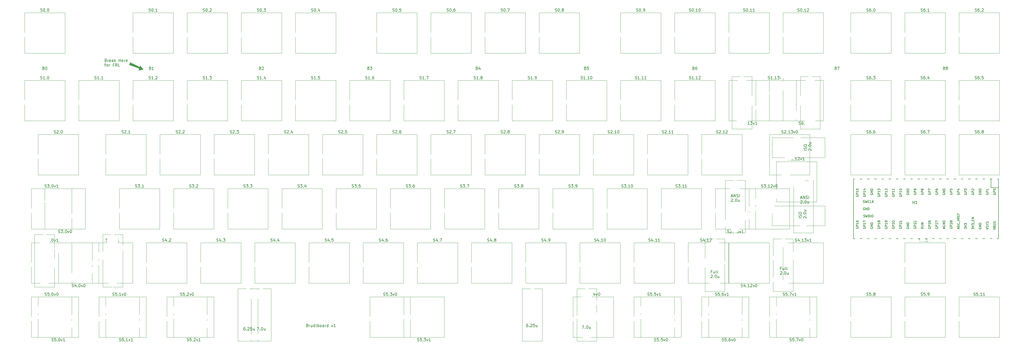
<source format=gto>
G04 #@! TF.GenerationSoftware,KiCad,Pcbnew,7.0.10*
G04 #@! TF.CreationDate,2024-03-13T13:30:19+01:00*
G04 #@! TF.ProjectId,bb-pcb-v1,62622d70-6362-42d7-9631-2e6b69636164,rev?*
G04 #@! TF.SameCoordinates,Original*
G04 #@! TF.FileFunction,Legend,Top*
G04 #@! TF.FilePolarity,Positive*
%FSLAX46Y46*%
G04 Gerber Fmt 4.6, Leading zero omitted, Abs format (unit mm)*
G04 Created by KiCad (PCBNEW 7.0.10) date 2024-03-13 13:30:19*
%MOMM*%
%LPD*%
G01*
G04 APERTURE LIST*
%ADD10C,0.150000*%
%ADD11C,0.120000*%
%ADD12C,0.100000*%
%ADD13C,5.000000*%
%ADD14C,1.750000*%
%ADD15C,3.050000*%
%ADD16C,4.000000*%
%ADD17C,3.000000*%
%ADD18C,0.600000*%
%ADD19O,1.700000X1.700000*%
%ADD20R,1.700000X3.500000*%
%ADD21R,1.700000X1.700000*%
%ADD22R,1.600000X1.600000*%
%ADD23O,1.600000X1.600000*%
G04 APERTURE END LIST*
D10*
X263202797Y-112631362D02*
X262869464Y-112631362D01*
X262869464Y-113155172D02*
X262869464Y-112155172D01*
X262869464Y-112155172D02*
X263345654Y-112155172D01*
X264155178Y-112488505D02*
X264155178Y-113155172D01*
X263726607Y-112488505D02*
X263726607Y-113012314D01*
X263726607Y-113012314D02*
X263774226Y-113107553D01*
X263774226Y-113107553D02*
X263869464Y-113155172D01*
X263869464Y-113155172D02*
X264012321Y-113155172D01*
X264012321Y-113155172D02*
X264107559Y-113107553D01*
X264107559Y-113107553D02*
X264155178Y-113059933D01*
X264774226Y-113155172D02*
X264678988Y-113107553D01*
X264678988Y-113107553D02*
X264631369Y-113012314D01*
X264631369Y-113012314D02*
X264631369Y-112155172D01*
X265298036Y-113155172D02*
X265202798Y-113107553D01*
X265202798Y-113107553D02*
X265155179Y-113012314D01*
X265155179Y-113012314D02*
X265155179Y-112155172D01*
X262821845Y-113860410D02*
X262869464Y-113812791D01*
X262869464Y-113812791D02*
X262964702Y-113765172D01*
X262964702Y-113765172D02*
X263202797Y-113765172D01*
X263202797Y-113765172D02*
X263298035Y-113812791D01*
X263298035Y-113812791D02*
X263345654Y-113860410D01*
X263345654Y-113860410D02*
X263393273Y-113955648D01*
X263393273Y-113955648D02*
X263393273Y-114050886D01*
X263393273Y-114050886D02*
X263345654Y-114193743D01*
X263345654Y-114193743D02*
X262774226Y-114765172D01*
X262774226Y-114765172D02*
X263393273Y-114765172D01*
X263821845Y-114669933D02*
X263869464Y-114717553D01*
X263869464Y-114717553D02*
X263821845Y-114765172D01*
X263821845Y-114765172D02*
X263774226Y-114717553D01*
X263774226Y-114717553D02*
X263821845Y-114669933D01*
X263821845Y-114669933D02*
X263821845Y-114765172D01*
X264488511Y-113765172D02*
X264583749Y-113765172D01*
X264583749Y-113765172D02*
X264678987Y-113812791D01*
X264678987Y-113812791D02*
X264726606Y-113860410D01*
X264726606Y-113860410D02*
X264774225Y-113955648D01*
X264774225Y-113955648D02*
X264821844Y-114146124D01*
X264821844Y-114146124D02*
X264821844Y-114384219D01*
X264821844Y-114384219D02*
X264774225Y-114574695D01*
X264774225Y-114574695D02*
X264726606Y-114669933D01*
X264726606Y-114669933D02*
X264678987Y-114717553D01*
X264678987Y-114717553D02*
X264583749Y-114765172D01*
X264583749Y-114765172D02*
X264488511Y-114765172D01*
X264488511Y-114765172D02*
X264393273Y-114717553D01*
X264393273Y-114717553D02*
X264345654Y-114669933D01*
X264345654Y-114669933D02*
X264298035Y-114574695D01*
X264298035Y-114574695D02*
X264250416Y-114384219D01*
X264250416Y-114384219D02*
X264250416Y-114146124D01*
X264250416Y-114146124D02*
X264298035Y-113955648D01*
X264298035Y-113955648D02*
X264345654Y-113860410D01*
X264345654Y-113860410D02*
X264393273Y-113812791D01*
X264393273Y-113812791D02*
X264488511Y-113765172D01*
X265678987Y-114098505D02*
X265678987Y-114765172D01*
X265250416Y-114098505D02*
X265250416Y-114622314D01*
X265250416Y-114622314D02*
X265298035Y-114717553D01*
X265298035Y-114717553D02*
X265393273Y-114765172D01*
X265393273Y-114765172D02*
X265536130Y-114765172D01*
X265536130Y-114765172D02*
X265631368Y-114717553D01*
X265631368Y-114717553D02*
X265678987Y-114669933D01*
X287610630Y-111440736D02*
X287277297Y-111440736D01*
X287277297Y-111964546D02*
X287277297Y-110964546D01*
X287277297Y-110964546D02*
X287753487Y-110964546D01*
X288563011Y-111297879D02*
X288563011Y-111964546D01*
X288134440Y-111297879D02*
X288134440Y-111821688D01*
X288134440Y-111821688D02*
X288182059Y-111916927D01*
X288182059Y-111916927D02*
X288277297Y-111964546D01*
X288277297Y-111964546D02*
X288420154Y-111964546D01*
X288420154Y-111964546D02*
X288515392Y-111916927D01*
X288515392Y-111916927D02*
X288563011Y-111869307D01*
X289182059Y-111964546D02*
X289086821Y-111916927D01*
X289086821Y-111916927D02*
X289039202Y-111821688D01*
X289039202Y-111821688D02*
X289039202Y-110964546D01*
X289705869Y-111964546D02*
X289610631Y-111916927D01*
X289610631Y-111916927D02*
X289563012Y-111821688D01*
X289563012Y-111821688D02*
X289563012Y-110964546D01*
X287229678Y-112669784D02*
X287277297Y-112622165D01*
X287277297Y-112622165D02*
X287372535Y-112574546D01*
X287372535Y-112574546D02*
X287610630Y-112574546D01*
X287610630Y-112574546D02*
X287705868Y-112622165D01*
X287705868Y-112622165D02*
X287753487Y-112669784D01*
X287753487Y-112669784D02*
X287801106Y-112765022D01*
X287801106Y-112765022D02*
X287801106Y-112860260D01*
X287801106Y-112860260D02*
X287753487Y-113003117D01*
X287753487Y-113003117D02*
X287182059Y-113574546D01*
X287182059Y-113574546D02*
X287801106Y-113574546D01*
X288229678Y-113479307D02*
X288277297Y-113526927D01*
X288277297Y-113526927D02*
X288229678Y-113574546D01*
X288229678Y-113574546D02*
X288182059Y-113526927D01*
X288182059Y-113526927D02*
X288229678Y-113479307D01*
X288229678Y-113479307D02*
X288229678Y-113574546D01*
X288896344Y-112574546D02*
X288991582Y-112574546D01*
X288991582Y-112574546D02*
X289086820Y-112622165D01*
X289086820Y-112622165D02*
X289134439Y-112669784D01*
X289134439Y-112669784D02*
X289182058Y-112765022D01*
X289182058Y-112765022D02*
X289229677Y-112955498D01*
X289229677Y-112955498D02*
X289229677Y-113193593D01*
X289229677Y-113193593D02*
X289182058Y-113384069D01*
X289182058Y-113384069D02*
X289134439Y-113479307D01*
X289134439Y-113479307D02*
X289086820Y-113526927D01*
X289086820Y-113526927D02*
X288991582Y-113574546D01*
X288991582Y-113574546D02*
X288896344Y-113574546D01*
X288896344Y-113574546D02*
X288801106Y-113526927D01*
X288801106Y-113526927D02*
X288753487Y-113479307D01*
X288753487Y-113479307D02*
X288705868Y-113384069D01*
X288705868Y-113384069D02*
X288658249Y-113193593D01*
X288658249Y-113193593D02*
X288658249Y-112955498D01*
X288658249Y-112955498D02*
X288705868Y-112765022D01*
X288705868Y-112765022D02*
X288753487Y-112669784D01*
X288753487Y-112669784D02*
X288801106Y-112622165D01*
X288801106Y-112622165D02*
X288896344Y-112574546D01*
X290086820Y-112907879D02*
X290086820Y-113574546D01*
X289658249Y-112907879D02*
X289658249Y-113431688D01*
X289658249Y-113431688D02*
X289705868Y-113526927D01*
X289705868Y-113526927D02*
X289801106Y-113574546D01*
X289801106Y-113574546D02*
X289943963Y-113574546D01*
X289943963Y-113574546D02*
X290039201Y-113526927D01*
X290039201Y-113526927D02*
X290086820Y-113479307D01*
X61990611Y-40738868D02*
X62122744Y-40188313D01*
X63113742Y-41348148D01*
X61718078Y-41720891D01*
X61892115Y-41091628D01*
X58312907Y-39740529D01*
X58676264Y-39460558D01*
X58547811Y-38999116D01*
X61990611Y-40738868D01*
G36*
X61990611Y-40738868D02*
G01*
X62122744Y-40188313D01*
X63113742Y-41348148D01*
X61718078Y-41720891D01*
X61892115Y-41091628D01*
X58312907Y-39740529D01*
X58676264Y-39460558D01*
X58547811Y-38999116D01*
X61990611Y-40738868D01*
G37*
X50080743Y-38217237D02*
X50223600Y-38264856D01*
X50223600Y-38264856D02*
X50271219Y-38312475D01*
X50271219Y-38312475D02*
X50318838Y-38407713D01*
X50318838Y-38407713D02*
X50318838Y-38550570D01*
X50318838Y-38550570D02*
X50271219Y-38645808D01*
X50271219Y-38645808D02*
X50223600Y-38693428D01*
X50223600Y-38693428D02*
X50128362Y-38741047D01*
X50128362Y-38741047D02*
X49747410Y-38741047D01*
X49747410Y-38741047D02*
X49747410Y-37741047D01*
X49747410Y-37741047D02*
X50080743Y-37741047D01*
X50080743Y-37741047D02*
X50175981Y-37788666D01*
X50175981Y-37788666D02*
X50223600Y-37836285D01*
X50223600Y-37836285D02*
X50271219Y-37931523D01*
X50271219Y-37931523D02*
X50271219Y-38026761D01*
X50271219Y-38026761D02*
X50223600Y-38121999D01*
X50223600Y-38121999D02*
X50175981Y-38169618D01*
X50175981Y-38169618D02*
X50080743Y-38217237D01*
X50080743Y-38217237D02*
X49747410Y-38217237D01*
X50747410Y-38741047D02*
X50747410Y-38074380D01*
X50747410Y-38264856D02*
X50795029Y-38169618D01*
X50795029Y-38169618D02*
X50842648Y-38121999D01*
X50842648Y-38121999D02*
X50937886Y-38074380D01*
X50937886Y-38074380D02*
X51033124Y-38074380D01*
X51747410Y-38693428D02*
X51652172Y-38741047D01*
X51652172Y-38741047D02*
X51461696Y-38741047D01*
X51461696Y-38741047D02*
X51366458Y-38693428D01*
X51366458Y-38693428D02*
X51318839Y-38598189D01*
X51318839Y-38598189D02*
X51318839Y-38217237D01*
X51318839Y-38217237D02*
X51366458Y-38121999D01*
X51366458Y-38121999D02*
X51461696Y-38074380D01*
X51461696Y-38074380D02*
X51652172Y-38074380D01*
X51652172Y-38074380D02*
X51747410Y-38121999D01*
X51747410Y-38121999D02*
X51795029Y-38217237D01*
X51795029Y-38217237D02*
X51795029Y-38312475D01*
X51795029Y-38312475D02*
X51318839Y-38407713D01*
X52652172Y-38741047D02*
X52652172Y-38217237D01*
X52652172Y-38217237D02*
X52604553Y-38121999D01*
X52604553Y-38121999D02*
X52509315Y-38074380D01*
X52509315Y-38074380D02*
X52318839Y-38074380D01*
X52318839Y-38074380D02*
X52223601Y-38121999D01*
X52652172Y-38693428D02*
X52556934Y-38741047D01*
X52556934Y-38741047D02*
X52318839Y-38741047D01*
X52318839Y-38741047D02*
X52223601Y-38693428D01*
X52223601Y-38693428D02*
X52175982Y-38598189D01*
X52175982Y-38598189D02*
X52175982Y-38502951D01*
X52175982Y-38502951D02*
X52223601Y-38407713D01*
X52223601Y-38407713D02*
X52318839Y-38360094D01*
X52318839Y-38360094D02*
X52556934Y-38360094D01*
X52556934Y-38360094D02*
X52652172Y-38312475D01*
X53128363Y-38741047D02*
X53128363Y-37741047D01*
X53223601Y-38360094D02*
X53509315Y-38741047D01*
X53509315Y-38074380D02*
X53128363Y-38455332D01*
X54699792Y-38741047D02*
X54699792Y-37741047D01*
X54699792Y-38217237D02*
X55271220Y-38217237D01*
X55271220Y-38741047D02*
X55271220Y-37741047D01*
X56128363Y-38693428D02*
X56033125Y-38741047D01*
X56033125Y-38741047D02*
X55842649Y-38741047D01*
X55842649Y-38741047D02*
X55747411Y-38693428D01*
X55747411Y-38693428D02*
X55699792Y-38598189D01*
X55699792Y-38598189D02*
X55699792Y-38217237D01*
X55699792Y-38217237D02*
X55747411Y-38121999D01*
X55747411Y-38121999D02*
X55842649Y-38074380D01*
X55842649Y-38074380D02*
X56033125Y-38074380D01*
X56033125Y-38074380D02*
X56128363Y-38121999D01*
X56128363Y-38121999D02*
X56175982Y-38217237D01*
X56175982Y-38217237D02*
X56175982Y-38312475D01*
X56175982Y-38312475D02*
X55699792Y-38407713D01*
X56604554Y-38741047D02*
X56604554Y-38074380D01*
X56604554Y-38264856D02*
X56652173Y-38169618D01*
X56652173Y-38169618D02*
X56699792Y-38121999D01*
X56699792Y-38121999D02*
X56795030Y-38074380D01*
X56795030Y-38074380D02*
X56890268Y-38074380D01*
X57604554Y-38693428D02*
X57509316Y-38741047D01*
X57509316Y-38741047D02*
X57318840Y-38741047D01*
X57318840Y-38741047D02*
X57223602Y-38693428D01*
X57223602Y-38693428D02*
X57175983Y-38598189D01*
X57175983Y-38598189D02*
X57175983Y-38217237D01*
X57175983Y-38217237D02*
X57223602Y-38121999D01*
X57223602Y-38121999D02*
X57318840Y-38074380D01*
X57318840Y-38074380D02*
X57509316Y-38074380D01*
X57509316Y-38074380D02*
X57604554Y-38121999D01*
X57604554Y-38121999D02*
X57652173Y-38217237D01*
X57652173Y-38217237D02*
X57652173Y-38312475D01*
X57652173Y-38312475D02*
X57175983Y-38407713D01*
X49604553Y-39684380D02*
X49985505Y-39684380D01*
X49747410Y-40351047D02*
X49747410Y-39493904D01*
X49747410Y-39493904D02*
X49795029Y-39398666D01*
X49795029Y-39398666D02*
X49890267Y-39351047D01*
X49890267Y-39351047D02*
X49985505Y-39351047D01*
X50461696Y-40351047D02*
X50366458Y-40303428D01*
X50366458Y-40303428D02*
X50318839Y-40255808D01*
X50318839Y-40255808D02*
X50271220Y-40160570D01*
X50271220Y-40160570D02*
X50271220Y-39874856D01*
X50271220Y-39874856D02*
X50318839Y-39779618D01*
X50318839Y-39779618D02*
X50366458Y-39731999D01*
X50366458Y-39731999D02*
X50461696Y-39684380D01*
X50461696Y-39684380D02*
X50604553Y-39684380D01*
X50604553Y-39684380D02*
X50699791Y-39731999D01*
X50699791Y-39731999D02*
X50747410Y-39779618D01*
X50747410Y-39779618D02*
X50795029Y-39874856D01*
X50795029Y-39874856D02*
X50795029Y-40160570D01*
X50795029Y-40160570D02*
X50747410Y-40255808D01*
X50747410Y-40255808D02*
X50699791Y-40303428D01*
X50699791Y-40303428D02*
X50604553Y-40351047D01*
X50604553Y-40351047D02*
X50461696Y-40351047D01*
X51223601Y-40351047D02*
X51223601Y-39684380D01*
X51223601Y-39874856D02*
X51271220Y-39779618D01*
X51271220Y-39779618D02*
X51318839Y-39731999D01*
X51318839Y-39731999D02*
X51414077Y-39684380D01*
X51414077Y-39684380D02*
X51509315Y-39684380D01*
X52937887Y-39827237D02*
X52604554Y-39827237D01*
X52604554Y-40351047D02*
X52604554Y-39351047D01*
X52604554Y-39351047D02*
X53080744Y-39351047D01*
X54033125Y-40351047D02*
X53699792Y-39874856D01*
X53461697Y-40351047D02*
X53461697Y-39351047D01*
X53461697Y-39351047D02*
X53842649Y-39351047D01*
X53842649Y-39351047D02*
X53937887Y-39398666D01*
X53937887Y-39398666D02*
X53985506Y-39446285D01*
X53985506Y-39446285D02*
X54033125Y-39541523D01*
X54033125Y-39541523D02*
X54033125Y-39684380D01*
X54033125Y-39684380D02*
X53985506Y-39779618D01*
X53985506Y-39779618D02*
X53937887Y-39827237D01*
X53937887Y-39827237D02*
X53842649Y-39874856D01*
X53842649Y-39874856D02*
X53461697Y-39874856D01*
X54937887Y-40351047D02*
X54461697Y-40351047D01*
X54461697Y-40351047D02*
X54461697Y-39351047D01*
X120922990Y-131505439D02*
X121065847Y-131553058D01*
X121065847Y-131553058D02*
X121113466Y-131600677D01*
X121113466Y-131600677D02*
X121161085Y-131695915D01*
X121161085Y-131695915D02*
X121161085Y-131838772D01*
X121161085Y-131838772D02*
X121113466Y-131934010D01*
X121113466Y-131934010D02*
X121065847Y-131981630D01*
X121065847Y-131981630D02*
X120970609Y-132029249D01*
X120970609Y-132029249D02*
X120589657Y-132029249D01*
X120589657Y-132029249D02*
X120589657Y-131029249D01*
X120589657Y-131029249D02*
X120922990Y-131029249D01*
X120922990Y-131029249D02*
X121018228Y-131076868D01*
X121018228Y-131076868D02*
X121065847Y-131124487D01*
X121065847Y-131124487D02*
X121113466Y-131219725D01*
X121113466Y-131219725D02*
X121113466Y-131314963D01*
X121113466Y-131314963D02*
X121065847Y-131410201D01*
X121065847Y-131410201D02*
X121018228Y-131457820D01*
X121018228Y-131457820D02*
X120922990Y-131505439D01*
X120922990Y-131505439D02*
X120589657Y-131505439D01*
X121589657Y-132029249D02*
X121589657Y-131362582D01*
X121589657Y-131553058D02*
X121637276Y-131457820D01*
X121637276Y-131457820D02*
X121684895Y-131410201D01*
X121684895Y-131410201D02*
X121780133Y-131362582D01*
X121780133Y-131362582D02*
X121875371Y-131362582D01*
X122637276Y-131362582D02*
X122637276Y-132029249D01*
X122208705Y-131362582D02*
X122208705Y-131886391D01*
X122208705Y-131886391D02*
X122256324Y-131981630D01*
X122256324Y-131981630D02*
X122351562Y-132029249D01*
X122351562Y-132029249D02*
X122494419Y-132029249D01*
X122494419Y-132029249D02*
X122589657Y-131981630D01*
X122589657Y-131981630D02*
X122637276Y-131934010D01*
X123542038Y-132029249D02*
X123542038Y-131029249D01*
X123542038Y-131981630D02*
X123446800Y-132029249D01*
X123446800Y-132029249D02*
X123256324Y-132029249D01*
X123256324Y-132029249D02*
X123161086Y-131981630D01*
X123161086Y-131981630D02*
X123113467Y-131934010D01*
X123113467Y-131934010D02*
X123065848Y-131838772D01*
X123065848Y-131838772D02*
X123065848Y-131553058D01*
X123065848Y-131553058D02*
X123113467Y-131457820D01*
X123113467Y-131457820D02*
X123161086Y-131410201D01*
X123161086Y-131410201D02*
X123256324Y-131362582D01*
X123256324Y-131362582D02*
X123446800Y-131362582D01*
X123446800Y-131362582D02*
X123542038Y-131410201D01*
X124018229Y-132029249D02*
X124018229Y-131362582D01*
X124018229Y-131029249D02*
X123970610Y-131076868D01*
X123970610Y-131076868D02*
X124018229Y-131124487D01*
X124018229Y-131124487D02*
X124065848Y-131076868D01*
X124065848Y-131076868D02*
X124018229Y-131029249D01*
X124018229Y-131029249D02*
X124018229Y-131124487D01*
X124494419Y-132029249D02*
X124494419Y-131029249D01*
X124494419Y-131410201D02*
X124589657Y-131362582D01*
X124589657Y-131362582D02*
X124780133Y-131362582D01*
X124780133Y-131362582D02*
X124875371Y-131410201D01*
X124875371Y-131410201D02*
X124922990Y-131457820D01*
X124922990Y-131457820D02*
X124970609Y-131553058D01*
X124970609Y-131553058D02*
X124970609Y-131838772D01*
X124970609Y-131838772D02*
X124922990Y-131934010D01*
X124922990Y-131934010D02*
X124875371Y-131981630D01*
X124875371Y-131981630D02*
X124780133Y-132029249D01*
X124780133Y-132029249D02*
X124589657Y-132029249D01*
X124589657Y-132029249D02*
X124494419Y-131981630D01*
X125542038Y-132029249D02*
X125446800Y-131981630D01*
X125446800Y-131981630D02*
X125399181Y-131934010D01*
X125399181Y-131934010D02*
X125351562Y-131838772D01*
X125351562Y-131838772D02*
X125351562Y-131553058D01*
X125351562Y-131553058D02*
X125399181Y-131457820D01*
X125399181Y-131457820D02*
X125446800Y-131410201D01*
X125446800Y-131410201D02*
X125542038Y-131362582D01*
X125542038Y-131362582D02*
X125684895Y-131362582D01*
X125684895Y-131362582D02*
X125780133Y-131410201D01*
X125780133Y-131410201D02*
X125827752Y-131457820D01*
X125827752Y-131457820D02*
X125875371Y-131553058D01*
X125875371Y-131553058D02*
X125875371Y-131838772D01*
X125875371Y-131838772D02*
X125827752Y-131934010D01*
X125827752Y-131934010D02*
X125780133Y-131981630D01*
X125780133Y-131981630D02*
X125684895Y-132029249D01*
X125684895Y-132029249D02*
X125542038Y-132029249D01*
X126732514Y-132029249D02*
X126732514Y-131505439D01*
X126732514Y-131505439D02*
X126684895Y-131410201D01*
X126684895Y-131410201D02*
X126589657Y-131362582D01*
X126589657Y-131362582D02*
X126399181Y-131362582D01*
X126399181Y-131362582D02*
X126303943Y-131410201D01*
X126732514Y-131981630D02*
X126637276Y-132029249D01*
X126637276Y-132029249D02*
X126399181Y-132029249D01*
X126399181Y-132029249D02*
X126303943Y-131981630D01*
X126303943Y-131981630D02*
X126256324Y-131886391D01*
X126256324Y-131886391D02*
X126256324Y-131791153D01*
X126256324Y-131791153D02*
X126303943Y-131695915D01*
X126303943Y-131695915D02*
X126399181Y-131648296D01*
X126399181Y-131648296D02*
X126637276Y-131648296D01*
X126637276Y-131648296D02*
X126732514Y-131600677D01*
X127208705Y-132029249D02*
X127208705Y-131362582D01*
X127208705Y-131553058D02*
X127256324Y-131457820D01*
X127256324Y-131457820D02*
X127303943Y-131410201D01*
X127303943Y-131410201D02*
X127399181Y-131362582D01*
X127399181Y-131362582D02*
X127494419Y-131362582D01*
X128256324Y-132029249D02*
X128256324Y-131029249D01*
X128256324Y-131981630D02*
X128161086Y-132029249D01*
X128161086Y-132029249D02*
X127970610Y-132029249D01*
X127970610Y-132029249D02*
X127875372Y-131981630D01*
X127875372Y-131981630D02*
X127827753Y-131934010D01*
X127827753Y-131934010D02*
X127780134Y-131838772D01*
X127780134Y-131838772D02*
X127780134Y-131553058D01*
X127780134Y-131553058D02*
X127827753Y-131457820D01*
X127827753Y-131457820D02*
X127875372Y-131410201D01*
X127875372Y-131410201D02*
X127970610Y-131362582D01*
X127970610Y-131362582D02*
X128161086Y-131362582D01*
X128161086Y-131362582D02*
X128256324Y-131410201D01*
X129399182Y-131362582D02*
X129637277Y-132029249D01*
X129637277Y-132029249D02*
X129875372Y-131362582D01*
X130780134Y-132029249D02*
X130208706Y-132029249D01*
X130494420Y-132029249D02*
X130494420Y-131029249D01*
X130494420Y-131029249D02*
X130399182Y-131172106D01*
X130399182Y-131172106D02*
X130303944Y-131267344D01*
X130303944Y-131267344D02*
X130208706Y-131314963D01*
X294725345Y-93722618D02*
X293725345Y-93722618D01*
X294677726Y-93294047D02*
X294725345Y-93151190D01*
X294725345Y-93151190D02*
X294725345Y-92913095D01*
X294725345Y-92913095D02*
X294677726Y-92817857D01*
X294677726Y-92817857D02*
X294630106Y-92770238D01*
X294630106Y-92770238D02*
X294534868Y-92722619D01*
X294534868Y-92722619D02*
X294439630Y-92722619D01*
X294439630Y-92722619D02*
X294344392Y-92770238D01*
X294344392Y-92770238D02*
X294296773Y-92817857D01*
X294296773Y-92817857D02*
X294249154Y-92913095D01*
X294249154Y-92913095D02*
X294201535Y-93103571D01*
X294201535Y-93103571D02*
X294153916Y-93198809D01*
X294153916Y-93198809D02*
X294106297Y-93246428D01*
X294106297Y-93246428D02*
X294011059Y-93294047D01*
X294011059Y-93294047D02*
X293915821Y-93294047D01*
X293915821Y-93294047D02*
X293820583Y-93246428D01*
X293820583Y-93246428D02*
X293772964Y-93198809D01*
X293772964Y-93198809D02*
X293725345Y-93103571D01*
X293725345Y-93103571D02*
X293725345Y-92865476D01*
X293725345Y-92865476D02*
X293772964Y-92722619D01*
X293725345Y-92103571D02*
X293725345Y-91913095D01*
X293725345Y-91913095D02*
X293772964Y-91817857D01*
X293772964Y-91817857D02*
X293868202Y-91722619D01*
X293868202Y-91722619D02*
X294058678Y-91675000D01*
X294058678Y-91675000D02*
X294392011Y-91675000D01*
X294392011Y-91675000D02*
X294582487Y-91722619D01*
X294582487Y-91722619D02*
X294677726Y-91817857D01*
X294677726Y-91817857D02*
X294725345Y-91913095D01*
X294725345Y-91913095D02*
X294725345Y-92103571D01*
X294725345Y-92103571D02*
X294677726Y-92198809D01*
X294677726Y-92198809D02*
X294582487Y-92294047D01*
X294582487Y-92294047D02*
X294392011Y-92341666D01*
X294392011Y-92341666D02*
X294058678Y-92341666D01*
X294058678Y-92341666D02*
X293868202Y-92294047D01*
X293868202Y-92294047D02*
X293772964Y-92198809D01*
X293772964Y-92198809D02*
X293725345Y-92103571D01*
X295430583Y-93770237D02*
X295382964Y-93722618D01*
X295382964Y-93722618D02*
X295335345Y-93627380D01*
X295335345Y-93627380D02*
X295335345Y-93389285D01*
X295335345Y-93389285D02*
X295382964Y-93294047D01*
X295382964Y-93294047D02*
X295430583Y-93246428D01*
X295430583Y-93246428D02*
X295525821Y-93198809D01*
X295525821Y-93198809D02*
X295621059Y-93198809D01*
X295621059Y-93198809D02*
X295763916Y-93246428D01*
X295763916Y-93246428D02*
X296335345Y-93817856D01*
X296335345Y-93817856D02*
X296335345Y-93198809D01*
X296240106Y-92770237D02*
X296287726Y-92722618D01*
X296287726Y-92722618D02*
X296335345Y-92770237D01*
X296335345Y-92770237D02*
X296287726Y-92817856D01*
X296287726Y-92817856D02*
X296240106Y-92770237D01*
X296240106Y-92770237D02*
X296335345Y-92770237D01*
X295335345Y-92103571D02*
X295335345Y-92008333D01*
X295335345Y-92008333D02*
X295382964Y-91913095D01*
X295382964Y-91913095D02*
X295430583Y-91865476D01*
X295430583Y-91865476D02*
X295525821Y-91817857D01*
X295525821Y-91817857D02*
X295716297Y-91770238D01*
X295716297Y-91770238D02*
X295954392Y-91770238D01*
X295954392Y-91770238D02*
X296144868Y-91817857D01*
X296144868Y-91817857D02*
X296240106Y-91865476D01*
X296240106Y-91865476D02*
X296287726Y-91913095D01*
X296287726Y-91913095D02*
X296335345Y-92008333D01*
X296335345Y-92008333D02*
X296335345Y-92103571D01*
X296335345Y-92103571D02*
X296287726Y-92198809D01*
X296287726Y-92198809D02*
X296240106Y-92246428D01*
X296240106Y-92246428D02*
X296144868Y-92294047D01*
X296144868Y-92294047D02*
X295954392Y-92341666D01*
X295954392Y-92341666D02*
X295716297Y-92341666D01*
X295716297Y-92341666D02*
X295525821Y-92294047D01*
X295525821Y-92294047D02*
X295430583Y-92246428D01*
X295430583Y-92246428D02*
X295382964Y-92198809D01*
X295382964Y-92198809D02*
X295335345Y-92103571D01*
X295668678Y-90913095D02*
X296335345Y-90913095D01*
X295668678Y-91341666D02*
X296192487Y-91341666D01*
X296192487Y-91341666D02*
X296287726Y-91294047D01*
X296287726Y-91294047D02*
X296335345Y-91198809D01*
X296335345Y-91198809D02*
X296335345Y-91055952D01*
X296335345Y-91055952D02*
X296287726Y-90960714D01*
X296287726Y-90960714D02*
X296240106Y-90913095D01*
X296511284Y-69910098D02*
X295511284Y-69910098D01*
X296463665Y-69481527D02*
X296511284Y-69338670D01*
X296511284Y-69338670D02*
X296511284Y-69100575D01*
X296511284Y-69100575D02*
X296463665Y-69005337D01*
X296463665Y-69005337D02*
X296416045Y-68957718D01*
X296416045Y-68957718D02*
X296320807Y-68910099D01*
X296320807Y-68910099D02*
X296225569Y-68910099D01*
X296225569Y-68910099D02*
X296130331Y-68957718D01*
X296130331Y-68957718D02*
X296082712Y-69005337D01*
X296082712Y-69005337D02*
X296035093Y-69100575D01*
X296035093Y-69100575D02*
X295987474Y-69291051D01*
X295987474Y-69291051D02*
X295939855Y-69386289D01*
X295939855Y-69386289D02*
X295892236Y-69433908D01*
X295892236Y-69433908D02*
X295796998Y-69481527D01*
X295796998Y-69481527D02*
X295701760Y-69481527D01*
X295701760Y-69481527D02*
X295606522Y-69433908D01*
X295606522Y-69433908D02*
X295558903Y-69386289D01*
X295558903Y-69386289D02*
X295511284Y-69291051D01*
X295511284Y-69291051D02*
X295511284Y-69052956D01*
X295511284Y-69052956D02*
X295558903Y-68910099D01*
X295511284Y-68291051D02*
X295511284Y-68100575D01*
X295511284Y-68100575D02*
X295558903Y-68005337D01*
X295558903Y-68005337D02*
X295654141Y-67910099D01*
X295654141Y-67910099D02*
X295844617Y-67862480D01*
X295844617Y-67862480D02*
X296177950Y-67862480D01*
X296177950Y-67862480D02*
X296368426Y-67910099D01*
X296368426Y-67910099D02*
X296463665Y-68005337D01*
X296463665Y-68005337D02*
X296511284Y-68100575D01*
X296511284Y-68100575D02*
X296511284Y-68291051D01*
X296511284Y-68291051D02*
X296463665Y-68386289D01*
X296463665Y-68386289D02*
X296368426Y-68481527D01*
X296368426Y-68481527D02*
X296177950Y-68529146D01*
X296177950Y-68529146D02*
X295844617Y-68529146D01*
X295844617Y-68529146D02*
X295654141Y-68481527D01*
X295654141Y-68481527D02*
X295558903Y-68386289D01*
X295558903Y-68386289D02*
X295511284Y-68291051D01*
X297216522Y-69957717D02*
X297168903Y-69910098D01*
X297168903Y-69910098D02*
X297121284Y-69814860D01*
X297121284Y-69814860D02*
X297121284Y-69576765D01*
X297121284Y-69576765D02*
X297168903Y-69481527D01*
X297168903Y-69481527D02*
X297216522Y-69433908D01*
X297216522Y-69433908D02*
X297311760Y-69386289D01*
X297311760Y-69386289D02*
X297406998Y-69386289D01*
X297406998Y-69386289D02*
X297549855Y-69433908D01*
X297549855Y-69433908D02*
X298121284Y-70005336D01*
X298121284Y-70005336D02*
X298121284Y-69386289D01*
X298026045Y-68957717D02*
X298073665Y-68910098D01*
X298073665Y-68910098D02*
X298121284Y-68957717D01*
X298121284Y-68957717D02*
X298073665Y-69005336D01*
X298073665Y-69005336D02*
X298026045Y-68957717D01*
X298026045Y-68957717D02*
X298121284Y-68957717D01*
X297121284Y-68291051D02*
X297121284Y-68195813D01*
X297121284Y-68195813D02*
X297168903Y-68100575D01*
X297168903Y-68100575D02*
X297216522Y-68052956D01*
X297216522Y-68052956D02*
X297311760Y-68005337D01*
X297311760Y-68005337D02*
X297502236Y-67957718D01*
X297502236Y-67957718D02*
X297740331Y-67957718D01*
X297740331Y-67957718D02*
X297930807Y-68005337D01*
X297930807Y-68005337D02*
X298026045Y-68052956D01*
X298026045Y-68052956D02*
X298073665Y-68100575D01*
X298073665Y-68100575D02*
X298121284Y-68195813D01*
X298121284Y-68195813D02*
X298121284Y-68291051D01*
X298121284Y-68291051D02*
X298073665Y-68386289D01*
X298073665Y-68386289D02*
X298026045Y-68433908D01*
X298026045Y-68433908D02*
X297930807Y-68481527D01*
X297930807Y-68481527D02*
X297740331Y-68529146D01*
X297740331Y-68529146D02*
X297502236Y-68529146D01*
X297502236Y-68529146D02*
X297311760Y-68481527D01*
X297311760Y-68481527D02*
X297216522Y-68433908D01*
X297216522Y-68433908D02*
X297168903Y-68386289D01*
X297168903Y-68386289D02*
X297121284Y-68291051D01*
X297454617Y-67100575D02*
X298121284Y-67100575D01*
X297454617Y-67529146D02*
X297978426Y-67529146D01*
X297978426Y-67529146D02*
X298073665Y-67481527D01*
X298073665Y-67481527D02*
X298121284Y-67386289D01*
X298121284Y-67386289D02*
X298121284Y-67243432D01*
X298121284Y-67243432D02*
X298073665Y-67148194D01*
X298073665Y-67148194D02*
X298026045Y-67100575D01*
X294373434Y-86675685D02*
X294849624Y-86675685D01*
X294278196Y-86961400D02*
X294611529Y-85961400D01*
X294611529Y-85961400D02*
X294944862Y-86961400D01*
X295278196Y-86961400D02*
X295278196Y-85961400D01*
X295278196Y-85961400D02*
X295849624Y-86961400D01*
X295849624Y-86961400D02*
X295849624Y-85961400D01*
X296278196Y-86913781D02*
X296421053Y-86961400D01*
X296421053Y-86961400D02*
X296659148Y-86961400D01*
X296659148Y-86961400D02*
X296754386Y-86913781D01*
X296754386Y-86913781D02*
X296802005Y-86866161D01*
X296802005Y-86866161D02*
X296849624Y-86770923D01*
X296849624Y-86770923D02*
X296849624Y-86675685D01*
X296849624Y-86675685D02*
X296802005Y-86580447D01*
X296802005Y-86580447D02*
X296754386Y-86532828D01*
X296754386Y-86532828D02*
X296659148Y-86485209D01*
X296659148Y-86485209D02*
X296468672Y-86437590D01*
X296468672Y-86437590D02*
X296373434Y-86389971D01*
X296373434Y-86389971D02*
X296325815Y-86342352D01*
X296325815Y-86342352D02*
X296278196Y-86247114D01*
X296278196Y-86247114D02*
X296278196Y-86151876D01*
X296278196Y-86151876D02*
X296325815Y-86056638D01*
X296325815Y-86056638D02*
X296373434Y-86009019D01*
X296373434Y-86009019D02*
X296468672Y-85961400D01*
X296468672Y-85961400D02*
X296706767Y-85961400D01*
X296706767Y-85961400D02*
X296849624Y-86009019D01*
X297278196Y-86961400D02*
X297278196Y-85961400D01*
X294373434Y-87666638D02*
X294421053Y-87619019D01*
X294421053Y-87619019D02*
X294516291Y-87571400D01*
X294516291Y-87571400D02*
X294754386Y-87571400D01*
X294754386Y-87571400D02*
X294849624Y-87619019D01*
X294849624Y-87619019D02*
X294897243Y-87666638D01*
X294897243Y-87666638D02*
X294944862Y-87761876D01*
X294944862Y-87761876D02*
X294944862Y-87857114D01*
X294944862Y-87857114D02*
X294897243Y-87999971D01*
X294897243Y-87999971D02*
X294325815Y-88571400D01*
X294325815Y-88571400D02*
X294944862Y-88571400D01*
X295373434Y-88476161D02*
X295421053Y-88523781D01*
X295421053Y-88523781D02*
X295373434Y-88571400D01*
X295373434Y-88571400D02*
X295325815Y-88523781D01*
X295325815Y-88523781D02*
X295373434Y-88476161D01*
X295373434Y-88476161D02*
X295373434Y-88571400D01*
X296040100Y-87571400D02*
X296135338Y-87571400D01*
X296135338Y-87571400D02*
X296230576Y-87619019D01*
X296230576Y-87619019D02*
X296278195Y-87666638D01*
X296278195Y-87666638D02*
X296325814Y-87761876D01*
X296325814Y-87761876D02*
X296373433Y-87952352D01*
X296373433Y-87952352D02*
X296373433Y-88190447D01*
X296373433Y-88190447D02*
X296325814Y-88380923D01*
X296325814Y-88380923D02*
X296278195Y-88476161D01*
X296278195Y-88476161D02*
X296230576Y-88523781D01*
X296230576Y-88523781D02*
X296135338Y-88571400D01*
X296135338Y-88571400D02*
X296040100Y-88571400D01*
X296040100Y-88571400D02*
X295944862Y-88523781D01*
X295944862Y-88523781D02*
X295897243Y-88476161D01*
X295897243Y-88476161D02*
X295849624Y-88380923D01*
X295849624Y-88380923D02*
X295802005Y-88190447D01*
X295802005Y-88190447D02*
X295802005Y-87952352D01*
X295802005Y-87952352D02*
X295849624Y-87761876D01*
X295849624Y-87761876D02*
X295897243Y-87666638D01*
X295897243Y-87666638D02*
X295944862Y-87619019D01*
X295944862Y-87619019D02*
X296040100Y-87571400D01*
X297230576Y-87904733D02*
X297230576Y-88571400D01*
X296802005Y-87904733D02*
X296802005Y-88428542D01*
X296802005Y-88428542D02*
X296849624Y-88523781D01*
X296849624Y-88523781D02*
X296944862Y-88571400D01*
X296944862Y-88571400D02*
X297087719Y-88571400D01*
X297087719Y-88571400D02*
X297182957Y-88523781D01*
X297182957Y-88523781D02*
X297230576Y-88476161D01*
X269965601Y-86080372D02*
X270441791Y-86080372D01*
X269870363Y-86366087D02*
X270203696Y-85366087D01*
X270203696Y-85366087D02*
X270537029Y-86366087D01*
X270870363Y-86366087D02*
X270870363Y-85366087D01*
X270870363Y-85366087D02*
X271441791Y-86366087D01*
X271441791Y-86366087D02*
X271441791Y-85366087D01*
X271870363Y-86318468D02*
X272013220Y-86366087D01*
X272013220Y-86366087D02*
X272251315Y-86366087D01*
X272251315Y-86366087D02*
X272346553Y-86318468D01*
X272346553Y-86318468D02*
X272394172Y-86270848D01*
X272394172Y-86270848D02*
X272441791Y-86175610D01*
X272441791Y-86175610D02*
X272441791Y-86080372D01*
X272441791Y-86080372D02*
X272394172Y-85985134D01*
X272394172Y-85985134D02*
X272346553Y-85937515D01*
X272346553Y-85937515D02*
X272251315Y-85889896D01*
X272251315Y-85889896D02*
X272060839Y-85842277D01*
X272060839Y-85842277D02*
X271965601Y-85794658D01*
X271965601Y-85794658D02*
X271917982Y-85747039D01*
X271917982Y-85747039D02*
X271870363Y-85651801D01*
X271870363Y-85651801D02*
X271870363Y-85556563D01*
X271870363Y-85556563D02*
X271917982Y-85461325D01*
X271917982Y-85461325D02*
X271965601Y-85413706D01*
X271965601Y-85413706D02*
X272060839Y-85366087D01*
X272060839Y-85366087D02*
X272298934Y-85366087D01*
X272298934Y-85366087D02*
X272441791Y-85413706D01*
X272870363Y-86366087D02*
X272870363Y-85366087D01*
X269965601Y-87071325D02*
X270013220Y-87023706D01*
X270013220Y-87023706D02*
X270108458Y-86976087D01*
X270108458Y-86976087D02*
X270346553Y-86976087D01*
X270346553Y-86976087D02*
X270441791Y-87023706D01*
X270441791Y-87023706D02*
X270489410Y-87071325D01*
X270489410Y-87071325D02*
X270537029Y-87166563D01*
X270537029Y-87166563D02*
X270537029Y-87261801D01*
X270537029Y-87261801D02*
X270489410Y-87404658D01*
X270489410Y-87404658D02*
X269917982Y-87976087D01*
X269917982Y-87976087D02*
X270537029Y-87976087D01*
X270965601Y-87880848D02*
X271013220Y-87928468D01*
X271013220Y-87928468D02*
X270965601Y-87976087D01*
X270965601Y-87976087D02*
X270917982Y-87928468D01*
X270917982Y-87928468D02*
X270965601Y-87880848D01*
X270965601Y-87880848D02*
X270965601Y-87976087D01*
X271632267Y-86976087D02*
X271727505Y-86976087D01*
X271727505Y-86976087D02*
X271822743Y-87023706D01*
X271822743Y-87023706D02*
X271870362Y-87071325D01*
X271870362Y-87071325D02*
X271917981Y-87166563D01*
X271917981Y-87166563D02*
X271965600Y-87357039D01*
X271965600Y-87357039D02*
X271965600Y-87595134D01*
X271965600Y-87595134D02*
X271917981Y-87785610D01*
X271917981Y-87785610D02*
X271870362Y-87880848D01*
X271870362Y-87880848D02*
X271822743Y-87928468D01*
X271822743Y-87928468D02*
X271727505Y-87976087D01*
X271727505Y-87976087D02*
X271632267Y-87976087D01*
X271632267Y-87976087D02*
X271537029Y-87928468D01*
X271537029Y-87928468D02*
X271489410Y-87880848D01*
X271489410Y-87880848D02*
X271441791Y-87785610D01*
X271441791Y-87785610D02*
X271394172Y-87595134D01*
X271394172Y-87595134D02*
X271394172Y-87357039D01*
X271394172Y-87357039D02*
X271441791Y-87166563D01*
X271441791Y-87166563D02*
X271489410Y-87071325D01*
X271489410Y-87071325D02*
X271537029Y-87023706D01*
X271537029Y-87023706D02*
X271632267Y-86976087D01*
X272822743Y-87309420D02*
X272822743Y-87976087D01*
X272394172Y-87309420D02*
X272394172Y-87833229D01*
X272394172Y-87833229D02*
X272441791Y-87928468D01*
X272441791Y-87928468D02*
X272537029Y-87976087D01*
X272537029Y-87976087D02*
X272679886Y-87976087D01*
X272679886Y-87976087D02*
X272775124Y-87928468D01*
X272775124Y-87928468D02*
X272822743Y-87880848D01*
X217530438Y-131624562D02*
X218197104Y-131624562D01*
X218197104Y-131624562D02*
X217768533Y-132624562D01*
X218578057Y-132529323D02*
X218625676Y-132576943D01*
X218625676Y-132576943D02*
X218578057Y-132624562D01*
X218578057Y-132624562D02*
X218530438Y-132576943D01*
X218530438Y-132576943D02*
X218578057Y-132529323D01*
X218578057Y-132529323D02*
X218578057Y-132624562D01*
X219244723Y-131624562D02*
X219339961Y-131624562D01*
X219339961Y-131624562D02*
X219435199Y-131672181D01*
X219435199Y-131672181D02*
X219482818Y-131719800D01*
X219482818Y-131719800D02*
X219530437Y-131815038D01*
X219530437Y-131815038D02*
X219578056Y-132005514D01*
X219578056Y-132005514D02*
X219578056Y-132243609D01*
X219578056Y-132243609D02*
X219530437Y-132434085D01*
X219530437Y-132434085D02*
X219482818Y-132529323D01*
X219482818Y-132529323D02*
X219435199Y-132576943D01*
X219435199Y-132576943D02*
X219339961Y-132624562D01*
X219339961Y-132624562D02*
X219244723Y-132624562D01*
X219244723Y-132624562D02*
X219149485Y-132576943D01*
X219149485Y-132576943D02*
X219101866Y-132529323D01*
X219101866Y-132529323D02*
X219054247Y-132434085D01*
X219054247Y-132434085D02*
X219006628Y-132243609D01*
X219006628Y-132243609D02*
X219006628Y-132005514D01*
X219006628Y-132005514D02*
X219054247Y-131815038D01*
X219054247Y-131815038D02*
X219101866Y-131719800D01*
X219101866Y-131719800D02*
X219149485Y-131672181D01*
X219149485Y-131672181D02*
X219244723Y-131624562D01*
X220435199Y-131957895D02*
X220435199Y-132624562D01*
X220006628Y-131957895D02*
X220006628Y-132481704D01*
X220006628Y-132481704D02*
X220054247Y-132576943D01*
X220054247Y-132576943D02*
X220149485Y-132624562D01*
X220149485Y-132624562D02*
X220292342Y-132624562D01*
X220292342Y-132624562D02*
X220387580Y-132576943D01*
X220387580Y-132576943D02*
X220435199Y-132529323D01*
X198408918Y-131029249D02*
X198218442Y-131029249D01*
X198218442Y-131029249D02*
X198123204Y-131076868D01*
X198123204Y-131076868D02*
X198075585Y-131124487D01*
X198075585Y-131124487D02*
X197980347Y-131267344D01*
X197980347Y-131267344D02*
X197932728Y-131457820D01*
X197932728Y-131457820D02*
X197932728Y-131838772D01*
X197932728Y-131838772D02*
X197980347Y-131934010D01*
X197980347Y-131934010D02*
X198027966Y-131981630D01*
X198027966Y-131981630D02*
X198123204Y-132029249D01*
X198123204Y-132029249D02*
X198313680Y-132029249D01*
X198313680Y-132029249D02*
X198408918Y-131981630D01*
X198408918Y-131981630D02*
X198456537Y-131934010D01*
X198456537Y-131934010D02*
X198504156Y-131838772D01*
X198504156Y-131838772D02*
X198504156Y-131600677D01*
X198504156Y-131600677D02*
X198456537Y-131505439D01*
X198456537Y-131505439D02*
X198408918Y-131457820D01*
X198408918Y-131457820D02*
X198313680Y-131410201D01*
X198313680Y-131410201D02*
X198123204Y-131410201D01*
X198123204Y-131410201D02*
X198027966Y-131457820D01*
X198027966Y-131457820D02*
X197980347Y-131505439D01*
X197980347Y-131505439D02*
X197932728Y-131600677D01*
X198932728Y-131934010D02*
X198980347Y-131981630D01*
X198980347Y-131981630D02*
X198932728Y-132029249D01*
X198932728Y-132029249D02*
X198885109Y-131981630D01*
X198885109Y-131981630D02*
X198932728Y-131934010D01*
X198932728Y-131934010D02*
X198932728Y-132029249D01*
X199361299Y-131124487D02*
X199408918Y-131076868D01*
X199408918Y-131076868D02*
X199504156Y-131029249D01*
X199504156Y-131029249D02*
X199742251Y-131029249D01*
X199742251Y-131029249D02*
X199837489Y-131076868D01*
X199837489Y-131076868D02*
X199885108Y-131124487D01*
X199885108Y-131124487D02*
X199932727Y-131219725D01*
X199932727Y-131219725D02*
X199932727Y-131314963D01*
X199932727Y-131314963D02*
X199885108Y-131457820D01*
X199885108Y-131457820D02*
X199313680Y-132029249D01*
X199313680Y-132029249D02*
X199932727Y-132029249D01*
X200837489Y-131029249D02*
X200361299Y-131029249D01*
X200361299Y-131029249D02*
X200313680Y-131505439D01*
X200313680Y-131505439D02*
X200361299Y-131457820D01*
X200361299Y-131457820D02*
X200456537Y-131410201D01*
X200456537Y-131410201D02*
X200694632Y-131410201D01*
X200694632Y-131410201D02*
X200789870Y-131457820D01*
X200789870Y-131457820D02*
X200837489Y-131505439D01*
X200837489Y-131505439D02*
X200885108Y-131600677D01*
X200885108Y-131600677D02*
X200885108Y-131838772D01*
X200885108Y-131838772D02*
X200837489Y-131934010D01*
X200837489Y-131934010D02*
X200789870Y-131981630D01*
X200789870Y-131981630D02*
X200694632Y-132029249D01*
X200694632Y-132029249D02*
X200456537Y-132029249D01*
X200456537Y-132029249D02*
X200361299Y-131981630D01*
X200361299Y-131981630D02*
X200313680Y-131934010D01*
X201742251Y-131362582D02*
X201742251Y-132029249D01*
X201313680Y-131362582D02*
X201313680Y-131886391D01*
X201313680Y-131886391D02*
X201361299Y-131981630D01*
X201361299Y-131981630D02*
X201456537Y-132029249D01*
X201456537Y-132029249D02*
X201599394Y-132029249D01*
X201599394Y-132029249D02*
X201694632Y-131981630D01*
X201694632Y-131981630D02*
X201742251Y-131934010D01*
X98991647Y-132219875D02*
X98801171Y-132219875D01*
X98801171Y-132219875D02*
X98705933Y-132267494D01*
X98705933Y-132267494D02*
X98658314Y-132315113D01*
X98658314Y-132315113D02*
X98563076Y-132457970D01*
X98563076Y-132457970D02*
X98515457Y-132648446D01*
X98515457Y-132648446D02*
X98515457Y-133029398D01*
X98515457Y-133029398D02*
X98563076Y-133124636D01*
X98563076Y-133124636D02*
X98610695Y-133172256D01*
X98610695Y-133172256D02*
X98705933Y-133219875D01*
X98705933Y-133219875D02*
X98896409Y-133219875D01*
X98896409Y-133219875D02*
X98991647Y-133172256D01*
X98991647Y-133172256D02*
X99039266Y-133124636D01*
X99039266Y-133124636D02*
X99086885Y-133029398D01*
X99086885Y-133029398D02*
X99086885Y-132791303D01*
X99086885Y-132791303D02*
X99039266Y-132696065D01*
X99039266Y-132696065D02*
X98991647Y-132648446D01*
X98991647Y-132648446D02*
X98896409Y-132600827D01*
X98896409Y-132600827D02*
X98705933Y-132600827D01*
X98705933Y-132600827D02*
X98610695Y-132648446D01*
X98610695Y-132648446D02*
X98563076Y-132696065D01*
X98563076Y-132696065D02*
X98515457Y-132791303D01*
X99515457Y-133124636D02*
X99563076Y-133172256D01*
X99563076Y-133172256D02*
X99515457Y-133219875D01*
X99515457Y-133219875D02*
X99467838Y-133172256D01*
X99467838Y-133172256D02*
X99515457Y-133124636D01*
X99515457Y-133124636D02*
X99515457Y-133219875D01*
X99944028Y-132315113D02*
X99991647Y-132267494D01*
X99991647Y-132267494D02*
X100086885Y-132219875D01*
X100086885Y-132219875D02*
X100324980Y-132219875D01*
X100324980Y-132219875D02*
X100420218Y-132267494D01*
X100420218Y-132267494D02*
X100467837Y-132315113D01*
X100467837Y-132315113D02*
X100515456Y-132410351D01*
X100515456Y-132410351D02*
X100515456Y-132505589D01*
X100515456Y-132505589D02*
X100467837Y-132648446D01*
X100467837Y-132648446D02*
X99896409Y-133219875D01*
X99896409Y-133219875D02*
X100515456Y-133219875D01*
X101420218Y-132219875D02*
X100944028Y-132219875D01*
X100944028Y-132219875D02*
X100896409Y-132696065D01*
X100896409Y-132696065D02*
X100944028Y-132648446D01*
X100944028Y-132648446D02*
X101039266Y-132600827D01*
X101039266Y-132600827D02*
X101277361Y-132600827D01*
X101277361Y-132600827D02*
X101372599Y-132648446D01*
X101372599Y-132648446D02*
X101420218Y-132696065D01*
X101420218Y-132696065D02*
X101467837Y-132791303D01*
X101467837Y-132791303D02*
X101467837Y-133029398D01*
X101467837Y-133029398D02*
X101420218Y-133124636D01*
X101420218Y-133124636D02*
X101372599Y-133172256D01*
X101372599Y-133172256D02*
X101277361Y-133219875D01*
X101277361Y-133219875D02*
X101039266Y-133219875D01*
X101039266Y-133219875D02*
X100944028Y-133172256D01*
X100944028Y-133172256D02*
X100896409Y-133124636D01*
X102324980Y-132553208D02*
X102324980Y-133219875D01*
X101896409Y-132553208D02*
X101896409Y-133077017D01*
X101896409Y-133077017D02*
X101944028Y-133172256D01*
X101944028Y-133172256D02*
X102039266Y-133219875D01*
X102039266Y-133219875D02*
X102182123Y-133219875D01*
X102182123Y-133219875D02*
X102277361Y-133172256D01*
X102277361Y-133172256D02*
X102324980Y-133124636D01*
X103230342Y-132219875D02*
X103897008Y-132219875D01*
X103897008Y-132219875D02*
X103468437Y-133219875D01*
X104277961Y-133124636D02*
X104325580Y-133172256D01*
X104325580Y-133172256D02*
X104277961Y-133219875D01*
X104277961Y-133219875D02*
X104230342Y-133172256D01*
X104230342Y-133172256D02*
X104277961Y-133124636D01*
X104277961Y-133124636D02*
X104277961Y-133219875D01*
X104944627Y-132219875D02*
X105039865Y-132219875D01*
X105039865Y-132219875D02*
X105135103Y-132267494D01*
X105135103Y-132267494D02*
X105182722Y-132315113D01*
X105182722Y-132315113D02*
X105230341Y-132410351D01*
X105230341Y-132410351D02*
X105277960Y-132600827D01*
X105277960Y-132600827D02*
X105277960Y-132838922D01*
X105277960Y-132838922D02*
X105230341Y-133029398D01*
X105230341Y-133029398D02*
X105182722Y-133124636D01*
X105182722Y-133124636D02*
X105135103Y-133172256D01*
X105135103Y-133172256D02*
X105039865Y-133219875D01*
X105039865Y-133219875D02*
X104944627Y-133219875D01*
X104944627Y-133219875D02*
X104849389Y-133172256D01*
X104849389Y-133172256D02*
X104801770Y-133124636D01*
X104801770Y-133124636D02*
X104754151Y-133029398D01*
X104754151Y-133029398D02*
X104706532Y-132838922D01*
X104706532Y-132838922D02*
X104706532Y-132600827D01*
X104706532Y-132600827D02*
X104754151Y-132410351D01*
X104754151Y-132410351D02*
X104801770Y-132315113D01*
X104801770Y-132315113D02*
X104849389Y-132267494D01*
X104849389Y-132267494D02*
X104944627Y-132219875D01*
X106135103Y-132553208D02*
X106135103Y-133219875D01*
X105706532Y-132553208D02*
X105706532Y-133077017D01*
X105706532Y-133077017D02*
X105754151Y-133172256D01*
X105754151Y-133172256D02*
X105849389Y-133219875D01*
X105849389Y-133219875D02*
X105992246Y-133219875D01*
X105992246Y-133219875D02*
X106087484Y-133172256D01*
X106087484Y-133172256D02*
X106135103Y-133124636D01*
X333803653Y-88728278D02*
X333803653Y-87728278D01*
X333803653Y-88204468D02*
X334375081Y-88204468D01*
X334375081Y-88728278D02*
X334375081Y-87728278D01*
X335375081Y-88728278D02*
X334803653Y-88728278D01*
X335089367Y-88728278D02*
X335089367Y-87728278D01*
X335089367Y-87728278D02*
X334994129Y-87871135D01*
X334994129Y-87871135D02*
X334898891Y-87966373D01*
X334898891Y-87966373D02*
X334803653Y-88013992D01*
X336661310Y-20982200D02*
X336804167Y-21029819D01*
X336804167Y-21029819D02*
X337042262Y-21029819D01*
X337042262Y-21029819D02*
X337137500Y-20982200D01*
X337137500Y-20982200D02*
X337185119Y-20934580D01*
X337185119Y-20934580D02*
X337232738Y-20839342D01*
X337232738Y-20839342D02*
X337232738Y-20744104D01*
X337232738Y-20744104D02*
X337185119Y-20648866D01*
X337185119Y-20648866D02*
X337137500Y-20601247D01*
X337137500Y-20601247D02*
X337042262Y-20553628D01*
X337042262Y-20553628D02*
X336851786Y-20506009D01*
X336851786Y-20506009D02*
X336756548Y-20458390D01*
X336756548Y-20458390D02*
X336708929Y-20410771D01*
X336708929Y-20410771D02*
X336661310Y-20315533D01*
X336661310Y-20315533D02*
X336661310Y-20220295D01*
X336661310Y-20220295D02*
X336708929Y-20125057D01*
X336708929Y-20125057D02*
X336756548Y-20077438D01*
X336756548Y-20077438D02*
X336851786Y-20029819D01*
X336851786Y-20029819D02*
X337089881Y-20029819D01*
X337089881Y-20029819D02*
X337232738Y-20077438D01*
X338089881Y-20029819D02*
X337899405Y-20029819D01*
X337899405Y-20029819D02*
X337804167Y-20077438D01*
X337804167Y-20077438D02*
X337756548Y-20125057D01*
X337756548Y-20125057D02*
X337661310Y-20267914D01*
X337661310Y-20267914D02*
X337613691Y-20458390D01*
X337613691Y-20458390D02*
X337613691Y-20839342D01*
X337613691Y-20839342D02*
X337661310Y-20934580D01*
X337661310Y-20934580D02*
X337708929Y-20982200D01*
X337708929Y-20982200D02*
X337804167Y-21029819D01*
X337804167Y-21029819D02*
X337994643Y-21029819D01*
X337994643Y-21029819D02*
X338089881Y-20982200D01*
X338089881Y-20982200D02*
X338137500Y-20934580D01*
X338137500Y-20934580D02*
X338185119Y-20839342D01*
X338185119Y-20839342D02*
X338185119Y-20601247D01*
X338185119Y-20601247D02*
X338137500Y-20506009D01*
X338137500Y-20506009D02*
X338089881Y-20458390D01*
X338089881Y-20458390D02*
X337994643Y-20410771D01*
X337994643Y-20410771D02*
X337804167Y-20410771D01*
X337804167Y-20410771D02*
X337708929Y-20458390D01*
X337708929Y-20458390D02*
X337661310Y-20506009D01*
X337661310Y-20506009D02*
X337613691Y-20601247D01*
X338661310Y-20982200D02*
X338661310Y-21029819D01*
X338661310Y-21029819D02*
X338613691Y-21125057D01*
X338613691Y-21125057D02*
X338566072Y-21172676D01*
X339613690Y-21029819D02*
X339042262Y-21029819D01*
X339327976Y-21029819D02*
X339327976Y-20029819D01*
X339327976Y-20029819D02*
X339232738Y-20172676D01*
X339232738Y-20172676D02*
X339137500Y-20267914D01*
X339137500Y-20267914D02*
X339042262Y-20315533D01*
X212836310Y-82894700D02*
X212979167Y-82942319D01*
X212979167Y-82942319D02*
X213217262Y-82942319D01*
X213217262Y-82942319D02*
X213312500Y-82894700D01*
X213312500Y-82894700D02*
X213360119Y-82847080D01*
X213360119Y-82847080D02*
X213407738Y-82751842D01*
X213407738Y-82751842D02*
X213407738Y-82656604D01*
X213407738Y-82656604D02*
X213360119Y-82561366D01*
X213360119Y-82561366D02*
X213312500Y-82513747D01*
X213312500Y-82513747D02*
X213217262Y-82466128D01*
X213217262Y-82466128D02*
X213026786Y-82418509D01*
X213026786Y-82418509D02*
X212931548Y-82370890D01*
X212931548Y-82370890D02*
X212883929Y-82323271D01*
X212883929Y-82323271D02*
X212836310Y-82228033D01*
X212836310Y-82228033D02*
X212836310Y-82132795D01*
X212836310Y-82132795D02*
X212883929Y-82037557D01*
X212883929Y-82037557D02*
X212931548Y-81989938D01*
X212931548Y-81989938D02*
X213026786Y-81942319D01*
X213026786Y-81942319D02*
X213264881Y-81942319D01*
X213264881Y-81942319D02*
X213407738Y-81989938D01*
X213741072Y-81942319D02*
X214360119Y-81942319D01*
X214360119Y-81942319D02*
X214026786Y-82323271D01*
X214026786Y-82323271D02*
X214169643Y-82323271D01*
X214169643Y-82323271D02*
X214264881Y-82370890D01*
X214264881Y-82370890D02*
X214312500Y-82418509D01*
X214312500Y-82418509D02*
X214360119Y-82513747D01*
X214360119Y-82513747D02*
X214360119Y-82751842D01*
X214360119Y-82751842D02*
X214312500Y-82847080D01*
X214312500Y-82847080D02*
X214264881Y-82894700D01*
X214264881Y-82894700D02*
X214169643Y-82942319D01*
X214169643Y-82942319D02*
X213883929Y-82942319D01*
X213883929Y-82942319D02*
X213788691Y-82894700D01*
X213788691Y-82894700D02*
X213741072Y-82847080D01*
X214836310Y-82894700D02*
X214836310Y-82942319D01*
X214836310Y-82942319D02*
X214788691Y-83037557D01*
X214788691Y-83037557D02*
X214741072Y-83085176D01*
X215312500Y-82942319D02*
X215502976Y-82942319D01*
X215502976Y-82942319D02*
X215598214Y-82894700D01*
X215598214Y-82894700D02*
X215645833Y-82847080D01*
X215645833Y-82847080D02*
X215741071Y-82704223D01*
X215741071Y-82704223D02*
X215788690Y-82513747D01*
X215788690Y-82513747D02*
X215788690Y-82132795D01*
X215788690Y-82132795D02*
X215741071Y-82037557D01*
X215741071Y-82037557D02*
X215693452Y-81989938D01*
X215693452Y-81989938D02*
X215598214Y-81942319D01*
X215598214Y-81942319D02*
X215407738Y-81942319D01*
X215407738Y-81942319D02*
X215312500Y-81989938D01*
X215312500Y-81989938D02*
X215264881Y-82037557D01*
X215264881Y-82037557D02*
X215217262Y-82132795D01*
X215217262Y-82132795D02*
X215217262Y-82370890D01*
X215217262Y-82370890D02*
X215264881Y-82466128D01*
X215264881Y-82466128D02*
X215312500Y-82513747D01*
X215312500Y-82513747D02*
X215407738Y-82561366D01*
X215407738Y-82561366D02*
X215598214Y-82561366D01*
X215598214Y-82561366D02*
X215693452Y-82513747D01*
X215693452Y-82513747D02*
X215741071Y-82466128D01*
X215741071Y-82466128D02*
X215788690Y-82370890D01*
X27098810Y-20982200D02*
X27241667Y-21029819D01*
X27241667Y-21029819D02*
X27479762Y-21029819D01*
X27479762Y-21029819D02*
X27575000Y-20982200D01*
X27575000Y-20982200D02*
X27622619Y-20934580D01*
X27622619Y-20934580D02*
X27670238Y-20839342D01*
X27670238Y-20839342D02*
X27670238Y-20744104D01*
X27670238Y-20744104D02*
X27622619Y-20648866D01*
X27622619Y-20648866D02*
X27575000Y-20601247D01*
X27575000Y-20601247D02*
X27479762Y-20553628D01*
X27479762Y-20553628D02*
X27289286Y-20506009D01*
X27289286Y-20506009D02*
X27194048Y-20458390D01*
X27194048Y-20458390D02*
X27146429Y-20410771D01*
X27146429Y-20410771D02*
X27098810Y-20315533D01*
X27098810Y-20315533D02*
X27098810Y-20220295D01*
X27098810Y-20220295D02*
X27146429Y-20125057D01*
X27146429Y-20125057D02*
X27194048Y-20077438D01*
X27194048Y-20077438D02*
X27289286Y-20029819D01*
X27289286Y-20029819D02*
X27527381Y-20029819D01*
X27527381Y-20029819D02*
X27670238Y-20077438D01*
X28289286Y-20029819D02*
X28384524Y-20029819D01*
X28384524Y-20029819D02*
X28479762Y-20077438D01*
X28479762Y-20077438D02*
X28527381Y-20125057D01*
X28527381Y-20125057D02*
X28575000Y-20220295D01*
X28575000Y-20220295D02*
X28622619Y-20410771D01*
X28622619Y-20410771D02*
X28622619Y-20648866D01*
X28622619Y-20648866D02*
X28575000Y-20839342D01*
X28575000Y-20839342D02*
X28527381Y-20934580D01*
X28527381Y-20934580D02*
X28479762Y-20982200D01*
X28479762Y-20982200D02*
X28384524Y-21029819D01*
X28384524Y-21029819D02*
X28289286Y-21029819D01*
X28289286Y-21029819D02*
X28194048Y-20982200D01*
X28194048Y-20982200D02*
X28146429Y-20934580D01*
X28146429Y-20934580D02*
X28098810Y-20839342D01*
X28098810Y-20839342D02*
X28051191Y-20648866D01*
X28051191Y-20648866D02*
X28051191Y-20410771D01*
X28051191Y-20410771D02*
X28098810Y-20220295D01*
X28098810Y-20220295D02*
X28146429Y-20125057D01*
X28146429Y-20125057D02*
X28194048Y-20077438D01*
X28194048Y-20077438D02*
X28289286Y-20029819D01*
X29098810Y-20982200D02*
X29098810Y-21029819D01*
X29098810Y-21029819D02*
X29051191Y-21125057D01*
X29051191Y-21125057D02*
X29003572Y-21172676D01*
X29717857Y-20029819D02*
X29813095Y-20029819D01*
X29813095Y-20029819D02*
X29908333Y-20077438D01*
X29908333Y-20077438D02*
X29955952Y-20125057D01*
X29955952Y-20125057D02*
X30003571Y-20220295D01*
X30003571Y-20220295D02*
X30051190Y-20410771D01*
X30051190Y-20410771D02*
X30051190Y-20648866D01*
X30051190Y-20648866D02*
X30003571Y-20839342D01*
X30003571Y-20839342D02*
X29955952Y-20934580D01*
X29955952Y-20934580D02*
X29908333Y-20982200D01*
X29908333Y-20982200D02*
X29813095Y-21029819D01*
X29813095Y-21029819D02*
X29717857Y-21029819D01*
X29717857Y-21029819D02*
X29622619Y-20982200D01*
X29622619Y-20982200D02*
X29575000Y-20934580D01*
X29575000Y-20934580D02*
X29527381Y-20839342D01*
X29527381Y-20839342D02*
X29479762Y-20648866D01*
X29479762Y-20648866D02*
X29479762Y-20410771D01*
X29479762Y-20410771D02*
X29527381Y-20220295D01*
X29527381Y-20220295D02*
X29575000Y-20125057D01*
X29575000Y-20125057D02*
X29622619Y-20077438D01*
X29622619Y-20077438D02*
X29717857Y-20029819D01*
X141398810Y-44794700D02*
X141541667Y-44842319D01*
X141541667Y-44842319D02*
X141779762Y-44842319D01*
X141779762Y-44842319D02*
X141875000Y-44794700D01*
X141875000Y-44794700D02*
X141922619Y-44747080D01*
X141922619Y-44747080D02*
X141970238Y-44651842D01*
X141970238Y-44651842D02*
X141970238Y-44556604D01*
X141970238Y-44556604D02*
X141922619Y-44461366D01*
X141922619Y-44461366D02*
X141875000Y-44413747D01*
X141875000Y-44413747D02*
X141779762Y-44366128D01*
X141779762Y-44366128D02*
X141589286Y-44318509D01*
X141589286Y-44318509D02*
X141494048Y-44270890D01*
X141494048Y-44270890D02*
X141446429Y-44223271D01*
X141446429Y-44223271D02*
X141398810Y-44128033D01*
X141398810Y-44128033D02*
X141398810Y-44032795D01*
X141398810Y-44032795D02*
X141446429Y-43937557D01*
X141446429Y-43937557D02*
X141494048Y-43889938D01*
X141494048Y-43889938D02*
X141589286Y-43842319D01*
X141589286Y-43842319D02*
X141827381Y-43842319D01*
X141827381Y-43842319D02*
X141970238Y-43889938D01*
X142922619Y-44842319D02*
X142351191Y-44842319D01*
X142636905Y-44842319D02*
X142636905Y-43842319D01*
X142636905Y-43842319D02*
X142541667Y-43985176D01*
X142541667Y-43985176D02*
X142446429Y-44080414D01*
X142446429Y-44080414D02*
X142351191Y-44128033D01*
X143398810Y-44794700D02*
X143398810Y-44842319D01*
X143398810Y-44842319D02*
X143351191Y-44937557D01*
X143351191Y-44937557D02*
X143303572Y-44985176D01*
X144255952Y-43842319D02*
X144065476Y-43842319D01*
X144065476Y-43842319D02*
X143970238Y-43889938D01*
X143970238Y-43889938D02*
X143922619Y-43937557D01*
X143922619Y-43937557D02*
X143827381Y-44080414D01*
X143827381Y-44080414D02*
X143779762Y-44270890D01*
X143779762Y-44270890D02*
X143779762Y-44651842D01*
X143779762Y-44651842D02*
X143827381Y-44747080D01*
X143827381Y-44747080D02*
X143875000Y-44794700D01*
X143875000Y-44794700D02*
X143970238Y-44842319D01*
X143970238Y-44842319D02*
X144160714Y-44842319D01*
X144160714Y-44842319D02*
X144255952Y-44794700D01*
X144255952Y-44794700D02*
X144303571Y-44747080D01*
X144303571Y-44747080D02*
X144351190Y-44651842D01*
X144351190Y-44651842D02*
X144351190Y-44413747D01*
X144351190Y-44413747D02*
X144303571Y-44318509D01*
X144303571Y-44318509D02*
X144255952Y-44270890D01*
X144255952Y-44270890D02*
X144160714Y-44223271D01*
X144160714Y-44223271D02*
X143970238Y-44223271D01*
X143970238Y-44223271D02*
X143875000Y-44270890D01*
X143875000Y-44270890D02*
X143827381Y-44318509D01*
X143827381Y-44318509D02*
X143779762Y-44413747D01*
X355711310Y-44794700D02*
X355854167Y-44842319D01*
X355854167Y-44842319D02*
X356092262Y-44842319D01*
X356092262Y-44842319D02*
X356187500Y-44794700D01*
X356187500Y-44794700D02*
X356235119Y-44747080D01*
X356235119Y-44747080D02*
X356282738Y-44651842D01*
X356282738Y-44651842D02*
X356282738Y-44556604D01*
X356282738Y-44556604D02*
X356235119Y-44461366D01*
X356235119Y-44461366D02*
X356187500Y-44413747D01*
X356187500Y-44413747D02*
X356092262Y-44366128D01*
X356092262Y-44366128D02*
X355901786Y-44318509D01*
X355901786Y-44318509D02*
X355806548Y-44270890D01*
X355806548Y-44270890D02*
X355758929Y-44223271D01*
X355758929Y-44223271D02*
X355711310Y-44128033D01*
X355711310Y-44128033D02*
X355711310Y-44032795D01*
X355711310Y-44032795D02*
X355758929Y-43937557D01*
X355758929Y-43937557D02*
X355806548Y-43889938D01*
X355806548Y-43889938D02*
X355901786Y-43842319D01*
X355901786Y-43842319D02*
X356139881Y-43842319D01*
X356139881Y-43842319D02*
X356282738Y-43889938D01*
X357139881Y-43842319D02*
X356949405Y-43842319D01*
X356949405Y-43842319D02*
X356854167Y-43889938D01*
X356854167Y-43889938D02*
X356806548Y-43937557D01*
X356806548Y-43937557D02*
X356711310Y-44080414D01*
X356711310Y-44080414D02*
X356663691Y-44270890D01*
X356663691Y-44270890D02*
X356663691Y-44651842D01*
X356663691Y-44651842D02*
X356711310Y-44747080D01*
X356711310Y-44747080D02*
X356758929Y-44794700D01*
X356758929Y-44794700D02*
X356854167Y-44842319D01*
X356854167Y-44842319D02*
X357044643Y-44842319D01*
X357044643Y-44842319D02*
X357139881Y-44794700D01*
X357139881Y-44794700D02*
X357187500Y-44747080D01*
X357187500Y-44747080D02*
X357235119Y-44651842D01*
X357235119Y-44651842D02*
X357235119Y-44413747D01*
X357235119Y-44413747D02*
X357187500Y-44318509D01*
X357187500Y-44318509D02*
X357139881Y-44270890D01*
X357139881Y-44270890D02*
X357044643Y-44223271D01*
X357044643Y-44223271D02*
X356854167Y-44223271D01*
X356854167Y-44223271D02*
X356758929Y-44270890D01*
X356758929Y-44270890D02*
X356711310Y-44318509D01*
X356711310Y-44318509D02*
X356663691Y-44413747D01*
X357711310Y-44794700D02*
X357711310Y-44842319D01*
X357711310Y-44842319D02*
X357663691Y-44937557D01*
X357663691Y-44937557D02*
X357616072Y-44985176D01*
X358616071Y-43842319D02*
X358139881Y-43842319D01*
X358139881Y-43842319D02*
X358092262Y-44318509D01*
X358092262Y-44318509D02*
X358139881Y-44270890D01*
X358139881Y-44270890D02*
X358235119Y-44223271D01*
X358235119Y-44223271D02*
X358473214Y-44223271D01*
X358473214Y-44223271D02*
X358568452Y-44270890D01*
X358568452Y-44270890D02*
X358616071Y-44318509D01*
X358616071Y-44318509D02*
X358663690Y-44413747D01*
X358663690Y-44413747D02*
X358663690Y-44651842D01*
X358663690Y-44651842D02*
X358616071Y-44747080D01*
X358616071Y-44747080D02*
X358568452Y-44794700D01*
X358568452Y-44794700D02*
X358473214Y-44842319D01*
X358473214Y-44842319D02*
X358235119Y-44842319D01*
X358235119Y-44842319D02*
X358139881Y-44794700D01*
X358139881Y-44794700D02*
X358092262Y-44747080D01*
X112823810Y-63844700D02*
X112966667Y-63892319D01*
X112966667Y-63892319D02*
X113204762Y-63892319D01*
X113204762Y-63892319D02*
X113300000Y-63844700D01*
X113300000Y-63844700D02*
X113347619Y-63797080D01*
X113347619Y-63797080D02*
X113395238Y-63701842D01*
X113395238Y-63701842D02*
X113395238Y-63606604D01*
X113395238Y-63606604D02*
X113347619Y-63511366D01*
X113347619Y-63511366D02*
X113300000Y-63463747D01*
X113300000Y-63463747D02*
X113204762Y-63416128D01*
X113204762Y-63416128D02*
X113014286Y-63368509D01*
X113014286Y-63368509D02*
X112919048Y-63320890D01*
X112919048Y-63320890D02*
X112871429Y-63273271D01*
X112871429Y-63273271D02*
X112823810Y-63178033D01*
X112823810Y-63178033D02*
X112823810Y-63082795D01*
X112823810Y-63082795D02*
X112871429Y-62987557D01*
X112871429Y-62987557D02*
X112919048Y-62939938D01*
X112919048Y-62939938D02*
X113014286Y-62892319D01*
X113014286Y-62892319D02*
X113252381Y-62892319D01*
X113252381Y-62892319D02*
X113395238Y-62939938D01*
X113776191Y-62987557D02*
X113823810Y-62939938D01*
X113823810Y-62939938D02*
X113919048Y-62892319D01*
X113919048Y-62892319D02*
X114157143Y-62892319D01*
X114157143Y-62892319D02*
X114252381Y-62939938D01*
X114252381Y-62939938D02*
X114300000Y-62987557D01*
X114300000Y-62987557D02*
X114347619Y-63082795D01*
X114347619Y-63082795D02*
X114347619Y-63178033D01*
X114347619Y-63178033D02*
X114300000Y-63320890D01*
X114300000Y-63320890D02*
X113728572Y-63892319D01*
X113728572Y-63892319D02*
X114347619Y-63892319D01*
X114823810Y-63844700D02*
X114823810Y-63892319D01*
X114823810Y-63892319D02*
X114776191Y-63987557D01*
X114776191Y-63987557D02*
X114728572Y-64035176D01*
X115680952Y-63225652D02*
X115680952Y-63892319D01*
X115442857Y-62844700D02*
X115204762Y-63558985D01*
X115204762Y-63558985D02*
X115823809Y-63558985D01*
X65198810Y-44794700D02*
X65341667Y-44842319D01*
X65341667Y-44842319D02*
X65579762Y-44842319D01*
X65579762Y-44842319D02*
X65675000Y-44794700D01*
X65675000Y-44794700D02*
X65722619Y-44747080D01*
X65722619Y-44747080D02*
X65770238Y-44651842D01*
X65770238Y-44651842D02*
X65770238Y-44556604D01*
X65770238Y-44556604D02*
X65722619Y-44461366D01*
X65722619Y-44461366D02*
X65675000Y-44413747D01*
X65675000Y-44413747D02*
X65579762Y-44366128D01*
X65579762Y-44366128D02*
X65389286Y-44318509D01*
X65389286Y-44318509D02*
X65294048Y-44270890D01*
X65294048Y-44270890D02*
X65246429Y-44223271D01*
X65246429Y-44223271D02*
X65198810Y-44128033D01*
X65198810Y-44128033D02*
X65198810Y-44032795D01*
X65198810Y-44032795D02*
X65246429Y-43937557D01*
X65246429Y-43937557D02*
X65294048Y-43889938D01*
X65294048Y-43889938D02*
X65389286Y-43842319D01*
X65389286Y-43842319D02*
X65627381Y-43842319D01*
X65627381Y-43842319D02*
X65770238Y-43889938D01*
X66722619Y-44842319D02*
X66151191Y-44842319D01*
X66436905Y-44842319D02*
X66436905Y-43842319D01*
X66436905Y-43842319D02*
X66341667Y-43985176D01*
X66341667Y-43985176D02*
X66246429Y-44080414D01*
X66246429Y-44080414D02*
X66151191Y-44128033D01*
X67198810Y-44794700D02*
X67198810Y-44842319D01*
X67198810Y-44842319D02*
X67151191Y-44937557D01*
X67151191Y-44937557D02*
X67103572Y-44985176D01*
X67579762Y-43937557D02*
X67627381Y-43889938D01*
X67627381Y-43889938D02*
X67722619Y-43842319D01*
X67722619Y-43842319D02*
X67960714Y-43842319D01*
X67960714Y-43842319D02*
X68055952Y-43889938D01*
X68055952Y-43889938D02*
X68103571Y-43937557D01*
X68103571Y-43937557D02*
X68151190Y-44032795D01*
X68151190Y-44032795D02*
X68151190Y-44128033D01*
X68151190Y-44128033D02*
X68103571Y-44270890D01*
X68103571Y-44270890D02*
X67532143Y-44842319D01*
X67532143Y-44842319D02*
X68151190Y-44842319D01*
X69961310Y-101944700D02*
X70104167Y-101992319D01*
X70104167Y-101992319D02*
X70342262Y-101992319D01*
X70342262Y-101992319D02*
X70437500Y-101944700D01*
X70437500Y-101944700D02*
X70485119Y-101897080D01*
X70485119Y-101897080D02*
X70532738Y-101801842D01*
X70532738Y-101801842D02*
X70532738Y-101706604D01*
X70532738Y-101706604D02*
X70485119Y-101611366D01*
X70485119Y-101611366D02*
X70437500Y-101563747D01*
X70437500Y-101563747D02*
X70342262Y-101516128D01*
X70342262Y-101516128D02*
X70151786Y-101468509D01*
X70151786Y-101468509D02*
X70056548Y-101420890D01*
X70056548Y-101420890D02*
X70008929Y-101373271D01*
X70008929Y-101373271D02*
X69961310Y-101278033D01*
X69961310Y-101278033D02*
X69961310Y-101182795D01*
X69961310Y-101182795D02*
X70008929Y-101087557D01*
X70008929Y-101087557D02*
X70056548Y-101039938D01*
X70056548Y-101039938D02*
X70151786Y-100992319D01*
X70151786Y-100992319D02*
X70389881Y-100992319D01*
X70389881Y-100992319D02*
X70532738Y-101039938D01*
X71389881Y-101325652D02*
X71389881Y-101992319D01*
X71151786Y-100944700D02*
X70913691Y-101658985D01*
X70913691Y-101658985D02*
X71532738Y-101658985D01*
X71961310Y-101944700D02*
X71961310Y-101992319D01*
X71961310Y-101992319D02*
X71913691Y-102087557D01*
X71913691Y-102087557D02*
X71866072Y-102135176D01*
X72342262Y-101087557D02*
X72389881Y-101039938D01*
X72389881Y-101039938D02*
X72485119Y-100992319D01*
X72485119Y-100992319D02*
X72723214Y-100992319D01*
X72723214Y-100992319D02*
X72818452Y-101039938D01*
X72818452Y-101039938D02*
X72866071Y-101087557D01*
X72866071Y-101087557D02*
X72913690Y-101182795D01*
X72913690Y-101182795D02*
X72913690Y-101278033D01*
X72913690Y-101278033D02*
X72866071Y-101420890D01*
X72866071Y-101420890D02*
X72294643Y-101992319D01*
X72294643Y-101992319D02*
X72913690Y-101992319D01*
X147685417Y-120994700D02*
X147828274Y-121042319D01*
X147828274Y-121042319D02*
X148066369Y-121042319D01*
X148066369Y-121042319D02*
X148161607Y-120994700D01*
X148161607Y-120994700D02*
X148209226Y-120947080D01*
X148209226Y-120947080D02*
X148256845Y-120851842D01*
X148256845Y-120851842D02*
X148256845Y-120756604D01*
X148256845Y-120756604D02*
X148209226Y-120661366D01*
X148209226Y-120661366D02*
X148161607Y-120613747D01*
X148161607Y-120613747D02*
X148066369Y-120566128D01*
X148066369Y-120566128D02*
X147875893Y-120518509D01*
X147875893Y-120518509D02*
X147780655Y-120470890D01*
X147780655Y-120470890D02*
X147733036Y-120423271D01*
X147733036Y-120423271D02*
X147685417Y-120328033D01*
X147685417Y-120328033D02*
X147685417Y-120232795D01*
X147685417Y-120232795D02*
X147733036Y-120137557D01*
X147733036Y-120137557D02*
X147780655Y-120089938D01*
X147780655Y-120089938D02*
X147875893Y-120042319D01*
X147875893Y-120042319D02*
X148113988Y-120042319D01*
X148113988Y-120042319D02*
X148256845Y-120089938D01*
X149161607Y-120042319D02*
X148685417Y-120042319D01*
X148685417Y-120042319D02*
X148637798Y-120518509D01*
X148637798Y-120518509D02*
X148685417Y-120470890D01*
X148685417Y-120470890D02*
X148780655Y-120423271D01*
X148780655Y-120423271D02*
X149018750Y-120423271D01*
X149018750Y-120423271D02*
X149113988Y-120470890D01*
X149113988Y-120470890D02*
X149161607Y-120518509D01*
X149161607Y-120518509D02*
X149209226Y-120613747D01*
X149209226Y-120613747D02*
X149209226Y-120851842D01*
X149209226Y-120851842D02*
X149161607Y-120947080D01*
X149161607Y-120947080D02*
X149113988Y-120994700D01*
X149113988Y-120994700D02*
X149018750Y-121042319D01*
X149018750Y-121042319D02*
X148780655Y-121042319D01*
X148780655Y-121042319D02*
X148685417Y-120994700D01*
X148685417Y-120994700D02*
X148637798Y-120947080D01*
X149685417Y-120994700D02*
X149685417Y-121042319D01*
X149685417Y-121042319D02*
X149637798Y-121137557D01*
X149637798Y-121137557D02*
X149590179Y-121185176D01*
X150018750Y-120042319D02*
X150637797Y-120042319D01*
X150637797Y-120042319D02*
X150304464Y-120423271D01*
X150304464Y-120423271D02*
X150447321Y-120423271D01*
X150447321Y-120423271D02*
X150542559Y-120470890D01*
X150542559Y-120470890D02*
X150590178Y-120518509D01*
X150590178Y-120518509D02*
X150637797Y-120613747D01*
X150637797Y-120613747D02*
X150637797Y-120851842D01*
X150637797Y-120851842D02*
X150590178Y-120947080D01*
X150590178Y-120947080D02*
X150542559Y-120994700D01*
X150542559Y-120994700D02*
X150447321Y-121042319D01*
X150447321Y-121042319D02*
X150161607Y-121042319D01*
X150161607Y-121042319D02*
X150066369Y-120994700D01*
X150066369Y-120994700D02*
X150018750Y-120947080D01*
X150971131Y-120375652D02*
X151209226Y-121042319D01*
X151209226Y-121042319D02*
X151447321Y-120375652D01*
X152018750Y-120042319D02*
X152113988Y-120042319D01*
X152113988Y-120042319D02*
X152209226Y-120089938D01*
X152209226Y-120089938D02*
X152256845Y-120137557D01*
X152256845Y-120137557D02*
X152304464Y-120232795D01*
X152304464Y-120232795D02*
X152352083Y-120423271D01*
X152352083Y-120423271D02*
X152352083Y-120661366D01*
X152352083Y-120661366D02*
X152304464Y-120851842D01*
X152304464Y-120851842D02*
X152256845Y-120947080D01*
X152256845Y-120947080D02*
X152209226Y-120994700D01*
X152209226Y-120994700D02*
X152113988Y-121042319D01*
X152113988Y-121042319D02*
X152018750Y-121042319D01*
X152018750Y-121042319D02*
X151923512Y-120994700D01*
X151923512Y-120994700D02*
X151875893Y-120947080D01*
X151875893Y-120947080D02*
X151828274Y-120851842D01*
X151828274Y-120851842D02*
X151780655Y-120661366D01*
X151780655Y-120661366D02*
X151780655Y-120423271D01*
X151780655Y-120423271D02*
X151828274Y-120232795D01*
X151828274Y-120232795D02*
X151875893Y-120137557D01*
X151875893Y-120137557D02*
X151923512Y-120089938D01*
X151923512Y-120089938D02*
X152018750Y-120042319D01*
X264366667Y-120994700D02*
X264509524Y-121042319D01*
X264509524Y-121042319D02*
X264747619Y-121042319D01*
X264747619Y-121042319D02*
X264842857Y-120994700D01*
X264842857Y-120994700D02*
X264890476Y-120947080D01*
X264890476Y-120947080D02*
X264938095Y-120851842D01*
X264938095Y-120851842D02*
X264938095Y-120756604D01*
X264938095Y-120756604D02*
X264890476Y-120661366D01*
X264890476Y-120661366D02*
X264842857Y-120613747D01*
X264842857Y-120613747D02*
X264747619Y-120566128D01*
X264747619Y-120566128D02*
X264557143Y-120518509D01*
X264557143Y-120518509D02*
X264461905Y-120470890D01*
X264461905Y-120470890D02*
X264414286Y-120423271D01*
X264414286Y-120423271D02*
X264366667Y-120328033D01*
X264366667Y-120328033D02*
X264366667Y-120232795D01*
X264366667Y-120232795D02*
X264414286Y-120137557D01*
X264414286Y-120137557D02*
X264461905Y-120089938D01*
X264461905Y-120089938D02*
X264557143Y-120042319D01*
X264557143Y-120042319D02*
X264795238Y-120042319D01*
X264795238Y-120042319D02*
X264938095Y-120089938D01*
X265842857Y-120042319D02*
X265366667Y-120042319D01*
X265366667Y-120042319D02*
X265319048Y-120518509D01*
X265319048Y-120518509D02*
X265366667Y-120470890D01*
X265366667Y-120470890D02*
X265461905Y-120423271D01*
X265461905Y-120423271D02*
X265700000Y-120423271D01*
X265700000Y-120423271D02*
X265795238Y-120470890D01*
X265795238Y-120470890D02*
X265842857Y-120518509D01*
X265842857Y-120518509D02*
X265890476Y-120613747D01*
X265890476Y-120613747D02*
X265890476Y-120851842D01*
X265890476Y-120851842D02*
X265842857Y-120947080D01*
X265842857Y-120947080D02*
X265795238Y-120994700D01*
X265795238Y-120994700D02*
X265700000Y-121042319D01*
X265700000Y-121042319D02*
X265461905Y-121042319D01*
X265461905Y-121042319D02*
X265366667Y-120994700D01*
X265366667Y-120994700D02*
X265319048Y-120947080D01*
X266366667Y-120994700D02*
X266366667Y-121042319D01*
X266366667Y-121042319D02*
X266319048Y-121137557D01*
X266319048Y-121137557D02*
X266271429Y-121185176D01*
X267223809Y-120042319D02*
X267033333Y-120042319D01*
X267033333Y-120042319D02*
X266938095Y-120089938D01*
X266938095Y-120089938D02*
X266890476Y-120137557D01*
X266890476Y-120137557D02*
X266795238Y-120280414D01*
X266795238Y-120280414D02*
X266747619Y-120470890D01*
X266747619Y-120470890D02*
X266747619Y-120851842D01*
X266747619Y-120851842D02*
X266795238Y-120947080D01*
X266795238Y-120947080D02*
X266842857Y-120994700D01*
X266842857Y-120994700D02*
X266938095Y-121042319D01*
X266938095Y-121042319D02*
X267128571Y-121042319D01*
X267128571Y-121042319D02*
X267223809Y-120994700D01*
X267223809Y-120994700D02*
X267271428Y-120947080D01*
X267271428Y-120947080D02*
X267319047Y-120851842D01*
X267319047Y-120851842D02*
X267319047Y-120613747D01*
X267319047Y-120613747D02*
X267271428Y-120518509D01*
X267271428Y-120518509D02*
X267223809Y-120470890D01*
X267223809Y-120470890D02*
X267128571Y-120423271D01*
X267128571Y-120423271D02*
X266938095Y-120423271D01*
X266938095Y-120423271D02*
X266842857Y-120470890D01*
X266842857Y-120470890D02*
X266795238Y-120518509D01*
X266795238Y-120518509D02*
X266747619Y-120613747D01*
X267652381Y-120375652D02*
X267890476Y-121042319D01*
X267890476Y-121042319D02*
X268128571Y-120375652D01*
X269033333Y-121042319D02*
X268461905Y-121042319D01*
X268747619Y-121042319D02*
X268747619Y-120042319D01*
X268747619Y-120042319D02*
X268652381Y-120185176D01*
X268652381Y-120185176D02*
X268557143Y-120280414D01*
X268557143Y-120280414D02*
X268461905Y-120328033D01*
X245697619Y-63844700D02*
X245840476Y-63892319D01*
X245840476Y-63892319D02*
X246078571Y-63892319D01*
X246078571Y-63892319D02*
X246173809Y-63844700D01*
X246173809Y-63844700D02*
X246221428Y-63797080D01*
X246221428Y-63797080D02*
X246269047Y-63701842D01*
X246269047Y-63701842D02*
X246269047Y-63606604D01*
X246269047Y-63606604D02*
X246221428Y-63511366D01*
X246221428Y-63511366D02*
X246173809Y-63463747D01*
X246173809Y-63463747D02*
X246078571Y-63416128D01*
X246078571Y-63416128D02*
X245888095Y-63368509D01*
X245888095Y-63368509D02*
X245792857Y-63320890D01*
X245792857Y-63320890D02*
X245745238Y-63273271D01*
X245745238Y-63273271D02*
X245697619Y-63178033D01*
X245697619Y-63178033D02*
X245697619Y-63082795D01*
X245697619Y-63082795D02*
X245745238Y-62987557D01*
X245745238Y-62987557D02*
X245792857Y-62939938D01*
X245792857Y-62939938D02*
X245888095Y-62892319D01*
X245888095Y-62892319D02*
X246126190Y-62892319D01*
X246126190Y-62892319D02*
X246269047Y-62939938D01*
X246650000Y-62987557D02*
X246697619Y-62939938D01*
X246697619Y-62939938D02*
X246792857Y-62892319D01*
X246792857Y-62892319D02*
X247030952Y-62892319D01*
X247030952Y-62892319D02*
X247126190Y-62939938D01*
X247126190Y-62939938D02*
X247173809Y-62987557D01*
X247173809Y-62987557D02*
X247221428Y-63082795D01*
X247221428Y-63082795D02*
X247221428Y-63178033D01*
X247221428Y-63178033D02*
X247173809Y-63320890D01*
X247173809Y-63320890D02*
X246602381Y-63892319D01*
X246602381Y-63892319D02*
X247221428Y-63892319D01*
X247697619Y-63844700D02*
X247697619Y-63892319D01*
X247697619Y-63892319D02*
X247650000Y-63987557D01*
X247650000Y-63987557D02*
X247602381Y-64035176D01*
X248649999Y-63892319D02*
X248078571Y-63892319D01*
X248364285Y-63892319D02*
X248364285Y-62892319D01*
X248364285Y-62892319D02*
X248269047Y-63035176D01*
X248269047Y-63035176D02*
X248173809Y-63130414D01*
X248173809Y-63130414D02*
X248078571Y-63178033D01*
X249602380Y-63892319D02*
X249030952Y-63892319D01*
X249316666Y-63892319D02*
X249316666Y-62892319D01*
X249316666Y-62892319D02*
X249221428Y-63035176D01*
X249221428Y-63035176D02*
X249126190Y-63130414D01*
X249126190Y-63130414D02*
X249030952Y-63178033D01*
X159591667Y-136994700D02*
X159734524Y-137042319D01*
X159734524Y-137042319D02*
X159972619Y-137042319D01*
X159972619Y-137042319D02*
X160067857Y-136994700D01*
X160067857Y-136994700D02*
X160115476Y-136947080D01*
X160115476Y-136947080D02*
X160163095Y-136851842D01*
X160163095Y-136851842D02*
X160163095Y-136756604D01*
X160163095Y-136756604D02*
X160115476Y-136661366D01*
X160115476Y-136661366D02*
X160067857Y-136613747D01*
X160067857Y-136613747D02*
X159972619Y-136566128D01*
X159972619Y-136566128D02*
X159782143Y-136518509D01*
X159782143Y-136518509D02*
X159686905Y-136470890D01*
X159686905Y-136470890D02*
X159639286Y-136423271D01*
X159639286Y-136423271D02*
X159591667Y-136328033D01*
X159591667Y-136328033D02*
X159591667Y-136232795D01*
X159591667Y-136232795D02*
X159639286Y-136137557D01*
X159639286Y-136137557D02*
X159686905Y-136089938D01*
X159686905Y-136089938D02*
X159782143Y-136042319D01*
X159782143Y-136042319D02*
X160020238Y-136042319D01*
X160020238Y-136042319D02*
X160163095Y-136089938D01*
X161067857Y-136042319D02*
X160591667Y-136042319D01*
X160591667Y-136042319D02*
X160544048Y-136518509D01*
X160544048Y-136518509D02*
X160591667Y-136470890D01*
X160591667Y-136470890D02*
X160686905Y-136423271D01*
X160686905Y-136423271D02*
X160925000Y-136423271D01*
X160925000Y-136423271D02*
X161020238Y-136470890D01*
X161020238Y-136470890D02*
X161067857Y-136518509D01*
X161067857Y-136518509D02*
X161115476Y-136613747D01*
X161115476Y-136613747D02*
X161115476Y-136851842D01*
X161115476Y-136851842D02*
X161067857Y-136947080D01*
X161067857Y-136947080D02*
X161020238Y-136994700D01*
X161020238Y-136994700D02*
X160925000Y-137042319D01*
X160925000Y-137042319D02*
X160686905Y-137042319D01*
X160686905Y-137042319D02*
X160591667Y-136994700D01*
X160591667Y-136994700D02*
X160544048Y-136947080D01*
X161591667Y-136994700D02*
X161591667Y-137042319D01*
X161591667Y-137042319D02*
X161544048Y-137137557D01*
X161544048Y-137137557D02*
X161496429Y-137185176D01*
X161925000Y-136042319D02*
X162544047Y-136042319D01*
X162544047Y-136042319D02*
X162210714Y-136423271D01*
X162210714Y-136423271D02*
X162353571Y-136423271D01*
X162353571Y-136423271D02*
X162448809Y-136470890D01*
X162448809Y-136470890D02*
X162496428Y-136518509D01*
X162496428Y-136518509D02*
X162544047Y-136613747D01*
X162544047Y-136613747D02*
X162544047Y-136851842D01*
X162544047Y-136851842D02*
X162496428Y-136947080D01*
X162496428Y-136947080D02*
X162448809Y-136994700D01*
X162448809Y-136994700D02*
X162353571Y-137042319D01*
X162353571Y-137042319D02*
X162067857Y-137042319D01*
X162067857Y-137042319D02*
X161972619Y-136994700D01*
X161972619Y-136994700D02*
X161925000Y-136947080D01*
X162877381Y-136375652D02*
X163115476Y-137042319D01*
X163115476Y-137042319D02*
X163353571Y-136375652D01*
X164258333Y-137042319D02*
X163686905Y-137042319D01*
X163972619Y-137042319D02*
X163972619Y-136042319D01*
X163972619Y-136042319D02*
X163877381Y-136185176D01*
X163877381Y-136185176D02*
X163782143Y-136280414D01*
X163782143Y-136280414D02*
X163686905Y-136328033D01*
X287702976Y-63844700D02*
X287845833Y-63892319D01*
X287845833Y-63892319D02*
X288083928Y-63892319D01*
X288083928Y-63892319D02*
X288179166Y-63844700D01*
X288179166Y-63844700D02*
X288226785Y-63797080D01*
X288226785Y-63797080D02*
X288274404Y-63701842D01*
X288274404Y-63701842D02*
X288274404Y-63606604D01*
X288274404Y-63606604D02*
X288226785Y-63511366D01*
X288226785Y-63511366D02*
X288179166Y-63463747D01*
X288179166Y-63463747D02*
X288083928Y-63416128D01*
X288083928Y-63416128D02*
X287893452Y-63368509D01*
X287893452Y-63368509D02*
X287798214Y-63320890D01*
X287798214Y-63320890D02*
X287750595Y-63273271D01*
X287750595Y-63273271D02*
X287702976Y-63178033D01*
X287702976Y-63178033D02*
X287702976Y-63082795D01*
X287702976Y-63082795D02*
X287750595Y-62987557D01*
X287750595Y-62987557D02*
X287798214Y-62939938D01*
X287798214Y-62939938D02*
X287893452Y-62892319D01*
X287893452Y-62892319D02*
X288131547Y-62892319D01*
X288131547Y-62892319D02*
X288274404Y-62939938D01*
X288655357Y-62987557D02*
X288702976Y-62939938D01*
X288702976Y-62939938D02*
X288798214Y-62892319D01*
X288798214Y-62892319D02*
X289036309Y-62892319D01*
X289036309Y-62892319D02*
X289131547Y-62939938D01*
X289131547Y-62939938D02*
X289179166Y-62987557D01*
X289179166Y-62987557D02*
X289226785Y-63082795D01*
X289226785Y-63082795D02*
X289226785Y-63178033D01*
X289226785Y-63178033D02*
X289179166Y-63320890D01*
X289179166Y-63320890D02*
X288607738Y-63892319D01*
X288607738Y-63892319D02*
X289226785Y-63892319D01*
X289702976Y-63844700D02*
X289702976Y-63892319D01*
X289702976Y-63892319D02*
X289655357Y-63987557D01*
X289655357Y-63987557D02*
X289607738Y-64035176D01*
X290655356Y-63892319D02*
X290083928Y-63892319D01*
X290369642Y-63892319D02*
X290369642Y-62892319D01*
X290369642Y-62892319D02*
X290274404Y-63035176D01*
X290274404Y-63035176D02*
X290179166Y-63130414D01*
X290179166Y-63130414D02*
X290083928Y-63178033D01*
X290988690Y-62892319D02*
X291607737Y-62892319D01*
X291607737Y-62892319D02*
X291274404Y-63273271D01*
X291274404Y-63273271D02*
X291417261Y-63273271D01*
X291417261Y-63273271D02*
X291512499Y-63320890D01*
X291512499Y-63320890D02*
X291560118Y-63368509D01*
X291560118Y-63368509D02*
X291607737Y-63463747D01*
X291607737Y-63463747D02*
X291607737Y-63701842D01*
X291607737Y-63701842D02*
X291560118Y-63797080D01*
X291560118Y-63797080D02*
X291512499Y-63844700D01*
X291512499Y-63844700D02*
X291417261Y-63892319D01*
X291417261Y-63892319D02*
X291131547Y-63892319D01*
X291131547Y-63892319D02*
X291036309Y-63844700D01*
X291036309Y-63844700D02*
X290988690Y-63797080D01*
X291941071Y-63225652D02*
X292179166Y-63892319D01*
X292179166Y-63892319D02*
X292417261Y-63225652D01*
X292988690Y-62892319D02*
X293083928Y-62892319D01*
X293083928Y-62892319D02*
X293179166Y-62939938D01*
X293179166Y-62939938D02*
X293226785Y-62987557D01*
X293226785Y-62987557D02*
X293274404Y-63082795D01*
X293274404Y-63082795D02*
X293322023Y-63273271D01*
X293322023Y-63273271D02*
X293322023Y-63511366D01*
X293322023Y-63511366D02*
X293274404Y-63701842D01*
X293274404Y-63701842D02*
X293226785Y-63797080D01*
X293226785Y-63797080D02*
X293179166Y-63844700D01*
X293179166Y-63844700D02*
X293083928Y-63892319D01*
X293083928Y-63892319D02*
X292988690Y-63892319D01*
X292988690Y-63892319D02*
X292893452Y-63844700D01*
X292893452Y-63844700D02*
X292845833Y-63797080D01*
X292845833Y-63797080D02*
X292798214Y-63701842D01*
X292798214Y-63701842D02*
X292750595Y-63511366D01*
X292750595Y-63511366D02*
X292750595Y-63273271D01*
X292750595Y-63273271D02*
X292798214Y-63082795D01*
X292798214Y-63082795D02*
X292845833Y-62987557D01*
X292845833Y-62987557D02*
X292893452Y-62939938D01*
X292893452Y-62939938D02*
X292988690Y-62892319D01*
X122348810Y-44794700D02*
X122491667Y-44842319D01*
X122491667Y-44842319D02*
X122729762Y-44842319D01*
X122729762Y-44842319D02*
X122825000Y-44794700D01*
X122825000Y-44794700D02*
X122872619Y-44747080D01*
X122872619Y-44747080D02*
X122920238Y-44651842D01*
X122920238Y-44651842D02*
X122920238Y-44556604D01*
X122920238Y-44556604D02*
X122872619Y-44461366D01*
X122872619Y-44461366D02*
X122825000Y-44413747D01*
X122825000Y-44413747D02*
X122729762Y-44366128D01*
X122729762Y-44366128D02*
X122539286Y-44318509D01*
X122539286Y-44318509D02*
X122444048Y-44270890D01*
X122444048Y-44270890D02*
X122396429Y-44223271D01*
X122396429Y-44223271D02*
X122348810Y-44128033D01*
X122348810Y-44128033D02*
X122348810Y-44032795D01*
X122348810Y-44032795D02*
X122396429Y-43937557D01*
X122396429Y-43937557D02*
X122444048Y-43889938D01*
X122444048Y-43889938D02*
X122539286Y-43842319D01*
X122539286Y-43842319D02*
X122777381Y-43842319D01*
X122777381Y-43842319D02*
X122920238Y-43889938D01*
X123872619Y-44842319D02*
X123301191Y-44842319D01*
X123586905Y-44842319D02*
X123586905Y-43842319D01*
X123586905Y-43842319D02*
X123491667Y-43985176D01*
X123491667Y-43985176D02*
X123396429Y-44080414D01*
X123396429Y-44080414D02*
X123301191Y-44128033D01*
X124348810Y-44794700D02*
X124348810Y-44842319D01*
X124348810Y-44842319D02*
X124301191Y-44937557D01*
X124301191Y-44937557D02*
X124253572Y-44985176D01*
X125253571Y-43842319D02*
X124777381Y-43842319D01*
X124777381Y-43842319D02*
X124729762Y-44318509D01*
X124729762Y-44318509D02*
X124777381Y-44270890D01*
X124777381Y-44270890D02*
X124872619Y-44223271D01*
X124872619Y-44223271D02*
X125110714Y-44223271D01*
X125110714Y-44223271D02*
X125205952Y-44270890D01*
X125205952Y-44270890D02*
X125253571Y-44318509D01*
X125253571Y-44318509D02*
X125301190Y-44413747D01*
X125301190Y-44413747D02*
X125301190Y-44651842D01*
X125301190Y-44651842D02*
X125253571Y-44747080D01*
X125253571Y-44747080D02*
X125205952Y-44794700D01*
X125205952Y-44794700D02*
X125110714Y-44842319D01*
X125110714Y-44842319D02*
X124872619Y-44842319D01*
X124872619Y-44842319D02*
X124777381Y-44794700D01*
X124777381Y-44794700D02*
X124729762Y-44747080D01*
X28169914Y-41007550D02*
X28312771Y-41055169D01*
X28312771Y-41055169D02*
X28360390Y-41102788D01*
X28360390Y-41102788D02*
X28408009Y-41198026D01*
X28408009Y-41198026D02*
X28408009Y-41340883D01*
X28408009Y-41340883D02*
X28360390Y-41436121D01*
X28360390Y-41436121D02*
X28312771Y-41483741D01*
X28312771Y-41483741D02*
X28217533Y-41531360D01*
X28217533Y-41531360D02*
X27836581Y-41531360D01*
X27836581Y-41531360D02*
X27836581Y-40531360D01*
X27836581Y-40531360D02*
X28169914Y-40531360D01*
X28169914Y-40531360D02*
X28265152Y-40578979D01*
X28265152Y-40578979D02*
X28312771Y-40626598D01*
X28312771Y-40626598D02*
X28360390Y-40721836D01*
X28360390Y-40721836D02*
X28360390Y-40817074D01*
X28360390Y-40817074D02*
X28312771Y-40912312D01*
X28312771Y-40912312D02*
X28265152Y-40959931D01*
X28265152Y-40959931D02*
X28169914Y-41007550D01*
X28169914Y-41007550D02*
X27836581Y-41007550D01*
X29027057Y-40531360D02*
X29122295Y-40531360D01*
X29122295Y-40531360D02*
X29217533Y-40578979D01*
X29217533Y-40578979D02*
X29265152Y-40626598D01*
X29265152Y-40626598D02*
X29312771Y-40721836D01*
X29312771Y-40721836D02*
X29360390Y-40912312D01*
X29360390Y-40912312D02*
X29360390Y-41150407D01*
X29360390Y-41150407D02*
X29312771Y-41340883D01*
X29312771Y-41340883D02*
X29265152Y-41436121D01*
X29265152Y-41436121D02*
X29217533Y-41483741D01*
X29217533Y-41483741D02*
X29122295Y-41531360D01*
X29122295Y-41531360D02*
X29027057Y-41531360D01*
X29027057Y-41531360D02*
X28931819Y-41483741D01*
X28931819Y-41483741D02*
X28884200Y-41436121D01*
X28884200Y-41436121D02*
X28836581Y-41340883D01*
X28836581Y-41340883D02*
X28788962Y-41150407D01*
X28788962Y-41150407D02*
X28788962Y-40912312D01*
X28788962Y-40912312D02*
X28836581Y-40721836D01*
X28836581Y-40721836D02*
X28884200Y-40626598D01*
X28884200Y-40626598D02*
X28931819Y-40578979D01*
X28931819Y-40578979D02*
X29027057Y-40531360D01*
X38147917Y-117944700D02*
X38290774Y-117992319D01*
X38290774Y-117992319D02*
X38528869Y-117992319D01*
X38528869Y-117992319D02*
X38624107Y-117944700D01*
X38624107Y-117944700D02*
X38671726Y-117897080D01*
X38671726Y-117897080D02*
X38719345Y-117801842D01*
X38719345Y-117801842D02*
X38719345Y-117706604D01*
X38719345Y-117706604D02*
X38671726Y-117611366D01*
X38671726Y-117611366D02*
X38624107Y-117563747D01*
X38624107Y-117563747D02*
X38528869Y-117516128D01*
X38528869Y-117516128D02*
X38338393Y-117468509D01*
X38338393Y-117468509D02*
X38243155Y-117420890D01*
X38243155Y-117420890D02*
X38195536Y-117373271D01*
X38195536Y-117373271D02*
X38147917Y-117278033D01*
X38147917Y-117278033D02*
X38147917Y-117182795D01*
X38147917Y-117182795D02*
X38195536Y-117087557D01*
X38195536Y-117087557D02*
X38243155Y-117039938D01*
X38243155Y-117039938D02*
X38338393Y-116992319D01*
X38338393Y-116992319D02*
X38576488Y-116992319D01*
X38576488Y-116992319D02*
X38719345Y-117039938D01*
X39576488Y-117325652D02*
X39576488Y-117992319D01*
X39338393Y-116944700D02*
X39100298Y-117658985D01*
X39100298Y-117658985D02*
X39719345Y-117658985D01*
X40147917Y-117944700D02*
X40147917Y-117992319D01*
X40147917Y-117992319D02*
X40100298Y-118087557D01*
X40100298Y-118087557D02*
X40052679Y-118135176D01*
X40766964Y-116992319D02*
X40862202Y-116992319D01*
X40862202Y-116992319D02*
X40957440Y-117039938D01*
X40957440Y-117039938D02*
X41005059Y-117087557D01*
X41005059Y-117087557D02*
X41052678Y-117182795D01*
X41052678Y-117182795D02*
X41100297Y-117373271D01*
X41100297Y-117373271D02*
X41100297Y-117611366D01*
X41100297Y-117611366D02*
X41052678Y-117801842D01*
X41052678Y-117801842D02*
X41005059Y-117897080D01*
X41005059Y-117897080D02*
X40957440Y-117944700D01*
X40957440Y-117944700D02*
X40862202Y-117992319D01*
X40862202Y-117992319D02*
X40766964Y-117992319D01*
X40766964Y-117992319D02*
X40671726Y-117944700D01*
X40671726Y-117944700D02*
X40624107Y-117897080D01*
X40624107Y-117897080D02*
X40576488Y-117801842D01*
X40576488Y-117801842D02*
X40528869Y-117611366D01*
X40528869Y-117611366D02*
X40528869Y-117373271D01*
X40528869Y-117373271D02*
X40576488Y-117182795D01*
X40576488Y-117182795D02*
X40624107Y-117087557D01*
X40624107Y-117087557D02*
X40671726Y-117039938D01*
X40671726Y-117039938D02*
X40766964Y-116992319D01*
X41433631Y-117325652D02*
X41671726Y-117992319D01*
X41671726Y-117992319D02*
X41909821Y-117325652D01*
X42481250Y-116992319D02*
X42576488Y-116992319D01*
X42576488Y-116992319D02*
X42671726Y-117039938D01*
X42671726Y-117039938D02*
X42719345Y-117087557D01*
X42719345Y-117087557D02*
X42766964Y-117182795D01*
X42766964Y-117182795D02*
X42814583Y-117373271D01*
X42814583Y-117373271D02*
X42814583Y-117611366D01*
X42814583Y-117611366D02*
X42766964Y-117801842D01*
X42766964Y-117801842D02*
X42719345Y-117897080D01*
X42719345Y-117897080D02*
X42671726Y-117944700D01*
X42671726Y-117944700D02*
X42576488Y-117992319D01*
X42576488Y-117992319D02*
X42481250Y-117992319D01*
X42481250Y-117992319D02*
X42386012Y-117944700D01*
X42386012Y-117944700D02*
X42338393Y-117897080D01*
X42338393Y-117897080D02*
X42290774Y-117801842D01*
X42290774Y-117801842D02*
X42243155Y-117611366D01*
X42243155Y-117611366D02*
X42243155Y-117373271D01*
X42243155Y-117373271D02*
X42290774Y-117182795D01*
X42290774Y-117182795D02*
X42338393Y-117087557D01*
X42338393Y-117087557D02*
X42386012Y-117039938D01*
X42386012Y-117039938D02*
X42481250Y-116992319D01*
X317611310Y-44794700D02*
X317754167Y-44842319D01*
X317754167Y-44842319D02*
X317992262Y-44842319D01*
X317992262Y-44842319D02*
X318087500Y-44794700D01*
X318087500Y-44794700D02*
X318135119Y-44747080D01*
X318135119Y-44747080D02*
X318182738Y-44651842D01*
X318182738Y-44651842D02*
X318182738Y-44556604D01*
X318182738Y-44556604D02*
X318135119Y-44461366D01*
X318135119Y-44461366D02*
X318087500Y-44413747D01*
X318087500Y-44413747D02*
X317992262Y-44366128D01*
X317992262Y-44366128D02*
X317801786Y-44318509D01*
X317801786Y-44318509D02*
X317706548Y-44270890D01*
X317706548Y-44270890D02*
X317658929Y-44223271D01*
X317658929Y-44223271D02*
X317611310Y-44128033D01*
X317611310Y-44128033D02*
X317611310Y-44032795D01*
X317611310Y-44032795D02*
X317658929Y-43937557D01*
X317658929Y-43937557D02*
X317706548Y-43889938D01*
X317706548Y-43889938D02*
X317801786Y-43842319D01*
X317801786Y-43842319D02*
X318039881Y-43842319D01*
X318039881Y-43842319D02*
X318182738Y-43889938D01*
X319039881Y-43842319D02*
X318849405Y-43842319D01*
X318849405Y-43842319D02*
X318754167Y-43889938D01*
X318754167Y-43889938D02*
X318706548Y-43937557D01*
X318706548Y-43937557D02*
X318611310Y-44080414D01*
X318611310Y-44080414D02*
X318563691Y-44270890D01*
X318563691Y-44270890D02*
X318563691Y-44651842D01*
X318563691Y-44651842D02*
X318611310Y-44747080D01*
X318611310Y-44747080D02*
X318658929Y-44794700D01*
X318658929Y-44794700D02*
X318754167Y-44842319D01*
X318754167Y-44842319D02*
X318944643Y-44842319D01*
X318944643Y-44842319D02*
X319039881Y-44794700D01*
X319039881Y-44794700D02*
X319087500Y-44747080D01*
X319087500Y-44747080D02*
X319135119Y-44651842D01*
X319135119Y-44651842D02*
X319135119Y-44413747D01*
X319135119Y-44413747D02*
X319087500Y-44318509D01*
X319087500Y-44318509D02*
X319039881Y-44270890D01*
X319039881Y-44270890D02*
X318944643Y-44223271D01*
X318944643Y-44223271D02*
X318754167Y-44223271D01*
X318754167Y-44223271D02*
X318658929Y-44270890D01*
X318658929Y-44270890D02*
X318611310Y-44318509D01*
X318611310Y-44318509D02*
X318563691Y-44413747D01*
X319611310Y-44794700D02*
X319611310Y-44842319D01*
X319611310Y-44842319D02*
X319563691Y-44937557D01*
X319563691Y-44937557D02*
X319516072Y-44985176D01*
X319944643Y-43842319D02*
X320563690Y-43842319D01*
X320563690Y-43842319D02*
X320230357Y-44223271D01*
X320230357Y-44223271D02*
X320373214Y-44223271D01*
X320373214Y-44223271D02*
X320468452Y-44270890D01*
X320468452Y-44270890D02*
X320516071Y-44318509D01*
X320516071Y-44318509D02*
X320563690Y-44413747D01*
X320563690Y-44413747D02*
X320563690Y-44651842D01*
X320563690Y-44651842D02*
X320516071Y-44747080D01*
X320516071Y-44747080D02*
X320468452Y-44794700D01*
X320468452Y-44794700D02*
X320373214Y-44842319D01*
X320373214Y-44842319D02*
X320087500Y-44842319D01*
X320087500Y-44842319D02*
X319992262Y-44794700D01*
X319992262Y-44794700D02*
X319944643Y-44747080D01*
X131873810Y-63844700D02*
X132016667Y-63892319D01*
X132016667Y-63892319D02*
X132254762Y-63892319D01*
X132254762Y-63892319D02*
X132350000Y-63844700D01*
X132350000Y-63844700D02*
X132397619Y-63797080D01*
X132397619Y-63797080D02*
X132445238Y-63701842D01*
X132445238Y-63701842D02*
X132445238Y-63606604D01*
X132445238Y-63606604D02*
X132397619Y-63511366D01*
X132397619Y-63511366D02*
X132350000Y-63463747D01*
X132350000Y-63463747D02*
X132254762Y-63416128D01*
X132254762Y-63416128D02*
X132064286Y-63368509D01*
X132064286Y-63368509D02*
X131969048Y-63320890D01*
X131969048Y-63320890D02*
X131921429Y-63273271D01*
X131921429Y-63273271D02*
X131873810Y-63178033D01*
X131873810Y-63178033D02*
X131873810Y-63082795D01*
X131873810Y-63082795D02*
X131921429Y-62987557D01*
X131921429Y-62987557D02*
X131969048Y-62939938D01*
X131969048Y-62939938D02*
X132064286Y-62892319D01*
X132064286Y-62892319D02*
X132302381Y-62892319D01*
X132302381Y-62892319D02*
X132445238Y-62939938D01*
X132826191Y-62987557D02*
X132873810Y-62939938D01*
X132873810Y-62939938D02*
X132969048Y-62892319D01*
X132969048Y-62892319D02*
X133207143Y-62892319D01*
X133207143Y-62892319D02*
X133302381Y-62939938D01*
X133302381Y-62939938D02*
X133350000Y-62987557D01*
X133350000Y-62987557D02*
X133397619Y-63082795D01*
X133397619Y-63082795D02*
X133397619Y-63178033D01*
X133397619Y-63178033D02*
X133350000Y-63320890D01*
X133350000Y-63320890D02*
X132778572Y-63892319D01*
X132778572Y-63892319D02*
X133397619Y-63892319D01*
X133873810Y-63844700D02*
X133873810Y-63892319D01*
X133873810Y-63892319D02*
X133826191Y-63987557D01*
X133826191Y-63987557D02*
X133778572Y-64035176D01*
X134778571Y-62892319D02*
X134302381Y-62892319D01*
X134302381Y-62892319D02*
X134254762Y-63368509D01*
X134254762Y-63368509D02*
X134302381Y-63320890D01*
X134302381Y-63320890D02*
X134397619Y-63273271D01*
X134397619Y-63273271D02*
X134635714Y-63273271D01*
X134635714Y-63273271D02*
X134730952Y-63320890D01*
X134730952Y-63320890D02*
X134778571Y-63368509D01*
X134778571Y-63368509D02*
X134826190Y-63463747D01*
X134826190Y-63463747D02*
X134826190Y-63701842D01*
X134826190Y-63701842D02*
X134778571Y-63797080D01*
X134778571Y-63797080D02*
X134730952Y-63844700D01*
X134730952Y-63844700D02*
X134635714Y-63892319D01*
X134635714Y-63892319D02*
X134397619Y-63892319D01*
X134397619Y-63892319D02*
X134302381Y-63844700D01*
X134302381Y-63844700D02*
X134254762Y-63797080D01*
X264747619Y-63844700D02*
X264890476Y-63892319D01*
X264890476Y-63892319D02*
X265128571Y-63892319D01*
X265128571Y-63892319D02*
X265223809Y-63844700D01*
X265223809Y-63844700D02*
X265271428Y-63797080D01*
X265271428Y-63797080D02*
X265319047Y-63701842D01*
X265319047Y-63701842D02*
X265319047Y-63606604D01*
X265319047Y-63606604D02*
X265271428Y-63511366D01*
X265271428Y-63511366D02*
X265223809Y-63463747D01*
X265223809Y-63463747D02*
X265128571Y-63416128D01*
X265128571Y-63416128D02*
X264938095Y-63368509D01*
X264938095Y-63368509D02*
X264842857Y-63320890D01*
X264842857Y-63320890D02*
X264795238Y-63273271D01*
X264795238Y-63273271D02*
X264747619Y-63178033D01*
X264747619Y-63178033D02*
X264747619Y-63082795D01*
X264747619Y-63082795D02*
X264795238Y-62987557D01*
X264795238Y-62987557D02*
X264842857Y-62939938D01*
X264842857Y-62939938D02*
X264938095Y-62892319D01*
X264938095Y-62892319D02*
X265176190Y-62892319D01*
X265176190Y-62892319D02*
X265319047Y-62939938D01*
X265700000Y-62987557D02*
X265747619Y-62939938D01*
X265747619Y-62939938D02*
X265842857Y-62892319D01*
X265842857Y-62892319D02*
X266080952Y-62892319D01*
X266080952Y-62892319D02*
X266176190Y-62939938D01*
X266176190Y-62939938D02*
X266223809Y-62987557D01*
X266223809Y-62987557D02*
X266271428Y-63082795D01*
X266271428Y-63082795D02*
X266271428Y-63178033D01*
X266271428Y-63178033D02*
X266223809Y-63320890D01*
X266223809Y-63320890D02*
X265652381Y-63892319D01*
X265652381Y-63892319D02*
X266271428Y-63892319D01*
X266747619Y-63844700D02*
X266747619Y-63892319D01*
X266747619Y-63892319D02*
X266700000Y-63987557D01*
X266700000Y-63987557D02*
X266652381Y-64035176D01*
X267699999Y-63892319D02*
X267128571Y-63892319D01*
X267414285Y-63892319D02*
X267414285Y-62892319D01*
X267414285Y-62892319D02*
X267319047Y-63035176D01*
X267319047Y-63035176D02*
X267223809Y-63130414D01*
X267223809Y-63130414D02*
X267128571Y-63178033D01*
X268080952Y-62987557D02*
X268128571Y-62939938D01*
X268128571Y-62939938D02*
X268223809Y-62892319D01*
X268223809Y-62892319D02*
X268461904Y-62892319D01*
X268461904Y-62892319D02*
X268557142Y-62939938D01*
X268557142Y-62939938D02*
X268604761Y-62987557D01*
X268604761Y-62987557D02*
X268652380Y-63082795D01*
X268652380Y-63082795D02*
X268652380Y-63178033D01*
X268652380Y-63178033D02*
X268604761Y-63320890D01*
X268604761Y-63320890D02*
X268033333Y-63892319D01*
X268033333Y-63892319D02*
X268652380Y-63892319D01*
X28622917Y-120994700D02*
X28765774Y-121042319D01*
X28765774Y-121042319D02*
X29003869Y-121042319D01*
X29003869Y-121042319D02*
X29099107Y-120994700D01*
X29099107Y-120994700D02*
X29146726Y-120947080D01*
X29146726Y-120947080D02*
X29194345Y-120851842D01*
X29194345Y-120851842D02*
X29194345Y-120756604D01*
X29194345Y-120756604D02*
X29146726Y-120661366D01*
X29146726Y-120661366D02*
X29099107Y-120613747D01*
X29099107Y-120613747D02*
X29003869Y-120566128D01*
X29003869Y-120566128D02*
X28813393Y-120518509D01*
X28813393Y-120518509D02*
X28718155Y-120470890D01*
X28718155Y-120470890D02*
X28670536Y-120423271D01*
X28670536Y-120423271D02*
X28622917Y-120328033D01*
X28622917Y-120328033D02*
X28622917Y-120232795D01*
X28622917Y-120232795D02*
X28670536Y-120137557D01*
X28670536Y-120137557D02*
X28718155Y-120089938D01*
X28718155Y-120089938D02*
X28813393Y-120042319D01*
X28813393Y-120042319D02*
X29051488Y-120042319D01*
X29051488Y-120042319D02*
X29194345Y-120089938D01*
X30099107Y-120042319D02*
X29622917Y-120042319D01*
X29622917Y-120042319D02*
X29575298Y-120518509D01*
X29575298Y-120518509D02*
X29622917Y-120470890D01*
X29622917Y-120470890D02*
X29718155Y-120423271D01*
X29718155Y-120423271D02*
X29956250Y-120423271D01*
X29956250Y-120423271D02*
X30051488Y-120470890D01*
X30051488Y-120470890D02*
X30099107Y-120518509D01*
X30099107Y-120518509D02*
X30146726Y-120613747D01*
X30146726Y-120613747D02*
X30146726Y-120851842D01*
X30146726Y-120851842D02*
X30099107Y-120947080D01*
X30099107Y-120947080D02*
X30051488Y-120994700D01*
X30051488Y-120994700D02*
X29956250Y-121042319D01*
X29956250Y-121042319D02*
X29718155Y-121042319D01*
X29718155Y-121042319D02*
X29622917Y-120994700D01*
X29622917Y-120994700D02*
X29575298Y-120947080D01*
X30622917Y-120994700D02*
X30622917Y-121042319D01*
X30622917Y-121042319D02*
X30575298Y-121137557D01*
X30575298Y-121137557D02*
X30527679Y-121185176D01*
X31241964Y-120042319D02*
X31337202Y-120042319D01*
X31337202Y-120042319D02*
X31432440Y-120089938D01*
X31432440Y-120089938D02*
X31480059Y-120137557D01*
X31480059Y-120137557D02*
X31527678Y-120232795D01*
X31527678Y-120232795D02*
X31575297Y-120423271D01*
X31575297Y-120423271D02*
X31575297Y-120661366D01*
X31575297Y-120661366D02*
X31527678Y-120851842D01*
X31527678Y-120851842D02*
X31480059Y-120947080D01*
X31480059Y-120947080D02*
X31432440Y-120994700D01*
X31432440Y-120994700D02*
X31337202Y-121042319D01*
X31337202Y-121042319D02*
X31241964Y-121042319D01*
X31241964Y-121042319D02*
X31146726Y-120994700D01*
X31146726Y-120994700D02*
X31099107Y-120947080D01*
X31099107Y-120947080D02*
X31051488Y-120851842D01*
X31051488Y-120851842D02*
X31003869Y-120661366D01*
X31003869Y-120661366D02*
X31003869Y-120423271D01*
X31003869Y-120423271D02*
X31051488Y-120232795D01*
X31051488Y-120232795D02*
X31099107Y-120137557D01*
X31099107Y-120137557D02*
X31146726Y-120089938D01*
X31146726Y-120089938D02*
X31241964Y-120042319D01*
X31908631Y-120375652D02*
X32146726Y-121042319D01*
X32146726Y-121042319D02*
X32384821Y-120375652D01*
X32956250Y-120042319D02*
X33051488Y-120042319D01*
X33051488Y-120042319D02*
X33146726Y-120089938D01*
X33146726Y-120089938D02*
X33194345Y-120137557D01*
X33194345Y-120137557D02*
X33241964Y-120232795D01*
X33241964Y-120232795D02*
X33289583Y-120423271D01*
X33289583Y-120423271D02*
X33289583Y-120661366D01*
X33289583Y-120661366D02*
X33241964Y-120851842D01*
X33241964Y-120851842D02*
X33194345Y-120947080D01*
X33194345Y-120947080D02*
X33146726Y-120994700D01*
X33146726Y-120994700D02*
X33051488Y-121042319D01*
X33051488Y-121042319D02*
X32956250Y-121042319D01*
X32956250Y-121042319D02*
X32861012Y-120994700D01*
X32861012Y-120994700D02*
X32813393Y-120947080D01*
X32813393Y-120947080D02*
X32765774Y-120851842D01*
X32765774Y-120851842D02*
X32718155Y-120661366D01*
X32718155Y-120661366D02*
X32718155Y-120423271D01*
X32718155Y-120423271D02*
X32765774Y-120232795D01*
X32765774Y-120232795D02*
X32813393Y-120137557D01*
X32813393Y-120137557D02*
X32861012Y-120089938D01*
X32861012Y-120089938D02*
X32956250Y-120042319D01*
X324085306Y-97019596D02*
X324047211Y-97095786D01*
X324047211Y-97095786D02*
X324047211Y-97210072D01*
X324047211Y-97210072D02*
X324085306Y-97324358D01*
X324085306Y-97324358D02*
X324161496Y-97400548D01*
X324161496Y-97400548D02*
X324237687Y-97438643D01*
X324237687Y-97438643D02*
X324390068Y-97476739D01*
X324390068Y-97476739D02*
X324504354Y-97476739D01*
X324504354Y-97476739D02*
X324656735Y-97438643D01*
X324656735Y-97438643D02*
X324732925Y-97400548D01*
X324732925Y-97400548D02*
X324809116Y-97324358D01*
X324809116Y-97324358D02*
X324847211Y-97210072D01*
X324847211Y-97210072D02*
X324847211Y-97133881D01*
X324847211Y-97133881D02*
X324809116Y-97019596D01*
X324809116Y-97019596D02*
X324771020Y-96981500D01*
X324771020Y-96981500D02*
X324504354Y-96981500D01*
X324504354Y-96981500D02*
X324504354Y-97133881D01*
X324847211Y-96638643D02*
X324047211Y-96638643D01*
X324047211Y-96638643D02*
X324047211Y-96333881D01*
X324047211Y-96333881D02*
X324085306Y-96257691D01*
X324085306Y-96257691D02*
X324123401Y-96219596D01*
X324123401Y-96219596D02*
X324199592Y-96181500D01*
X324199592Y-96181500D02*
X324313877Y-96181500D01*
X324313877Y-96181500D02*
X324390068Y-96219596D01*
X324390068Y-96219596D02*
X324428163Y-96257691D01*
X324428163Y-96257691D02*
X324466258Y-96333881D01*
X324466258Y-96333881D02*
X324466258Y-96638643D01*
X324847211Y-95419596D02*
X324847211Y-95876739D01*
X324847211Y-95648167D02*
X324047211Y-95648167D01*
X324047211Y-95648167D02*
X324161496Y-95724358D01*
X324161496Y-95724358D02*
X324237687Y-95800548D01*
X324237687Y-95800548D02*
X324275782Y-95876739D01*
X324847211Y-95038643D02*
X324847211Y-94886262D01*
X324847211Y-94886262D02*
X324809116Y-94810072D01*
X324809116Y-94810072D02*
X324771020Y-94771976D01*
X324771020Y-94771976D02*
X324656735Y-94695786D01*
X324656735Y-94695786D02*
X324504354Y-94657691D01*
X324504354Y-94657691D02*
X324199592Y-94657691D01*
X324199592Y-94657691D02*
X324123401Y-94695786D01*
X324123401Y-94695786D02*
X324085306Y-94733881D01*
X324085306Y-94733881D02*
X324047211Y-94810072D01*
X324047211Y-94810072D02*
X324047211Y-94962453D01*
X324047211Y-94962453D02*
X324085306Y-95038643D01*
X324085306Y-95038643D02*
X324123401Y-95076738D01*
X324123401Y-95076738D02*
X324199592Y-95114834D01*
X324199592Y-95114834D02*
X324390068Y-95114834D01*
X324390068Y-95114834D02*
X324466258Y-95076738D01*
X324466258Y-95076738D02*
X324504354Y-95038643D01*
X324504354Y-95038643D02*
X324542449Y-94962453D01*
X324542449Y-94962453D02*
X324542449Y-94810072D01*
X324542449Y-94810072D02*
X324504354Y-94733881D01*
X324504354Y-94733881D02*
X324466258Y-94695786D01*
X324466258Y-94695786D02*
X324390068Y-94657691D01*
X331705306Y-85096738D02*
X331667211Y-85172928D01*
X331667211Y-85172928D02*
X331667211Y-85287214D01*
X331667211Y-85287214D02*
X331705306Y-85401500D01*
X331705306Y-85401500D02*
X331781496Y-85477690D01*
X331781496Y-85477690D02*
X331857687Y-85515785D01*
X331857687Y-85515785D02*
X332010068Y-85553881D01*
X332010068Y-85553881D02*
X332124354Y-85553881D01*
X332124354Y-85553881D02*
X332276735Y-85515785D01*
X332276735Y-85515785D02*
X332352925Y-85477690D01*
X332352925Y-85477690D02*
X332429116Y-85401500D01*
X332429116Y-85401500D02*
X332467211Y-85287214D01*
X332467211Y-85287214D02*
X332467211Y-85211023D01*
X332467211Y-85211023D02*
X332429116Y-85096738D01*
X332429116Y-85096738D02*
X332391020Y-85058642D01*
X332391020Y-85058642D02*
X332124354Y-85058642D01*
X332124354Y-85058642D02*
X332124354Y-85211023D01*
X332467211Y-84715785D02*
X331667211Y-84715785D01*
X331667211Y-84715785D02*
X332467211Y-84258642D01*
X332467211Y-84258642D02*
X331667211Y-84258642D01*
X332467211Y-83877690D02*
X331667211Y-83877690D01*
X331667211Y-83877690D02*
X331667211Y-83687214D01*
X331667211Y-83687214D02*
X331705306Y-83572928D01*
X331705306Y-83572928D02*
X331781496Y-83496738D01*
X331781496Y-83496738D02*
X331857687Y-83458643D01*
X331857687Y-83458643D02*
X332010068Y-83420547D01*
X332010068Y-83420547D02*
X332124354Y-83420547D01*
X332124354Y-83420547D02*
X332276735Y-83458643D01*
X332276735Y-83458643D02*
X332352925Y-83496738D01*
X332352925Y-83496738D02*
X332429116Y-83572928D01*
X332429116Y-83572928D02*
X332467211Y-83687214D01*
X332467211Y-83687214D02*
X332467211Y-83877690D01*
X326625306Y-85789596D02*
X326587211Y-85865786D01*
X326587211Y-85865786D02*
X326587211Y-85980072D01*
X326587211Y-85980072D02*
X326625306Y-86094358D01*
X326625306Y-86094358D02*
X326701496Y-86170548D01*
X326701496Y-86170548D02*
X326777687Y-86208643D01*
X326777687Y-86208643D02*
X326930068Y-86246739D01*
X326930068Y-86246739D02*
X327044354Y-86246739D01*
X327044354Y-86246739D02*
X327196735Y-86208643D01*
X327196735Y-86208643D02*
X327272925Y-86170548D01*
X327272925Y-86170548D02*
X327349116Y-86094358D01*
X327349116Y-86094358D02*
X327387211Y-85980072D01*
X327387211Y-85980072D02*
X327387211Y-85903881D01*
X327387211Y-85903881D02*
X327349116Y-85789596D01*
X327349116Y-85789596D02*
X327311020Y-85751500D01*
X327311020Y-85751500D02*
X327044354Y-85751500D01*
X327044354Y-85751500D02*
X327044354Y-85903881D01*
X327387211Y-85408643D02*
X326587211Y-85408643D01*
X326587211Y-85408643D02*
X326587211Y-85103881D01*
X326587211Y-85103881D02*
X326625306Y-85027691D01*
X326625306Y-85027691D02*
X326663401Y-84989596D01*
X326663401Y-84989596D02*
X326739592Y-84951500D01*
X326739592Y-84951500D02*
X326853877Y-84951500D01*
X326853877Y-84951500D02*
X326930068Y-84989596D01*
X326930068Y-84989596D02*
X326968163Y-85027691D01*
X326968163Y-85027691D02*
X327006258Y-85103881D01*
X327006258Y-85103881D02*
X327006258Y-85408643D01*
X327387211Y-84189596D02*
X327387211Y-84646739D01*
X327387211Y-84418167D02*
X326587211Y-84418167D01*
X326587211Y-84418167D02*
X326701496Y-84494358D01*
X326701496Y-84494358D02*
X326777687Y-84570548D01*
X326777687Y-84570548D02*
X326815782Y-84646739D01*
X327387211Y-83427691D02*
X327387211Y-83884834D01*
X327387211Y-83656262D02*
X326587211Y-83656262D01*
X326587211Y-83656262D02*
X326701496Y-83732453D01*
X326701496Y-83732453D02*
X326777687Y-83808643D01*
X326777687Y-83808643D02*
X326815782Y-83884834D01*
X313925306Y-85789596D02*
X313887211Y-85865786D01*
X313887211Y-85865786D02*
X313887211Y-85980072D01*
X313887211Y-85980072D02*
X313925306Y-86094358D01*
X313925306Y-86094358D02*
X314001496Y-86170548D01*
X314001496Y-86170548D02*
X314077687Y-86208643D01*
X314077687Y-86208643D02*
X314230068Y-86246739D01*
X314230068Y-86246739D02*
X314344354Y-86246739D01*
X314344354Y-86246739D02*
X314496735Y-86208643D01*
X314496735Y-86208643D02*
X314572925Y-86170548D01*
X314572925Y-86170548D02*
X314649116Y-86094358D01*
X314649116Y-86094358D02*
X314687211Y-85980072D01*
X314687211Y-85980072D02*
X314687211Y-85903881D01*
X314687211Y-85903881D02*
X314649116Y-85789596D01*
X314649116Y-85789596D02*
X314611020Y-85751500D01*
X314611020Y-85751500D02*
X314344354Y-85751500D01*
X314344354Y-85751500D02*
X314344354Y-85903881D01*
X314687211Y-85408643D02*
X313887211Y-85408643D01*
X313887211Y-85408643D02*
X313887211Y-85103881D01*
X313887211Y-85103881D02*
X313925306Y-85027691D01*
X313925306Y-85027691D02*
X313963401Y-84989596D01*
X313963401Y-84989596D02*
X314039592Y-84951500D01*
X314039592Y-84951500D02*
X314153877Y-84951500D01*
X314153877Y-84951500D02*
X314230068Y-84989596D01*
X314230068Y-84989596D02*
X314268163Y-85027691D01*
X314268163Y-85027691D02*
X314306258Y-85103881D01*
X314306258Y-85103881D02*
X314306258Y-85408643D01*
X314687211Y-84189596D02*
X314687211Y-84646739D01*
X314687211Y-84418167D02*
X313887211Y-84418167D01*
X313887211Y-84418167D02*
X314001496Y-84494358D01*
X314001496Y-84494358D02*
X314077687Y-84570548D01*
X314077687Y-84570548D02*
X314115782Y-84646739D01*
X313887211Y-83465786D02*
X313887211Y-83846738D01*
X313887211Y-83846738D02*
X314268163Y-83884834D01*
X314268163Y-83884834D02*
X314230068Y-83846738D01*
X314230068Y-83846738D02*
X314191973Y-83770548D01*
X314191973Y-83770548D02*
X314191973Y-83580072D01*
X314191973Y-83580072D02*
X314230068Y-83503881D01*
X314230068Y-83503881D02*
X314268163Y-83465786D01*
X314268163Y-83465786D02*
X314344354Y-83427691D01*
X314344354Y-83427691D02*
X314534830Y-83427691D01*
X314534830Y-83427691D02*
X314611020Y-83465786D01*
X314611020Y-83465786D02*
X314649116Y-83503881D01*
X314649116Y-83503881D02*
X314687211Y-83580072D01*
X314687211Y-83580072D02*
X314687211Y-83770548D01*
X314687211Y-83770548D02*
X314649116Y-83846738D01*
X314649116Y-83846738D02*
X314611020Y-83884834D01*
X316395391Y-88311415D02*
X316509677Y-88349510D01*
X316509677Y-88349510D02*
X316700153Y-88349510D01*
X316700153Y-88349510D02*
X316776344Y-88311415D01*
X316776344Y-88311415D02*
X316814439Y-88273319D01*
X316814439Y-88273319D02*
X316852534Y-88197129D01*
X316852534Y-88197129D02*
X316852534Y-88120938D01*
X316852534Y-88120938D02*
X316814439Y-88044748D01*
X316814439Y-88044748D02*
X316776344Y-88006653D01*
X316776344Y-88006653D02*
X316700153Y-87968557D01*
X316700153Y-87968557D02*
X316547772Y-87930462D01*
X316547772Y-87930462D02*
X316471582Y-87892367D01*
X316471582Y-87892367D02*
X316433487Y-87854272D01*
X316433487Y-87854272D02*
X316395391Y-87778081D01*
X316395391Y-87778081D02*
X316395391Y-87701891D01*
X316395391Y-87701891D02*
X316433487Y-87625700D01*
X316433487Y-87625700D02*
X316471582Y-87587605D01*
X316471582Y-87587605D02*
X316547772Y-87549510D01*
X316547772Y-87549510D02*
X316738249Y-87549510D01*
X316738249Y-87549510D02*
X316852534Y-87587605D01*
X317119201Y-87549510D02*
X317309677Y-88349510D01*
X317309677Y-88349510D02*
X317462058Y-87778081D01*
X317462058Y-87778081D02*
X317614439Y-88349510D01*
X317614439Y-88349510D02*
X317804916Y-87549510D01*
X318566821Y-88273319D02*
X318528725Y-88311415D01*
X318528725Y-88311415D02*
X318414440Y-88349510D01*
X318414440Y-88349510D02*
X318338249Y-88349510D01*
X318338249Y-88349510D02*
X318223963Y-88311415D01*
X318223963Y-88311415D02*
X318147773Y-88235224D01*
X318147773Y-88235224D02*
X318109678Y-88159034D01*
X318109678Y-88159034D02*
X318071582Y-88006653D01*
X318071582Y-88006653D02*
X318071582Y-87892367D01*
X318071582Y-87892367D02*
X318109678Y-87739986D01*
X318109678Y-87739986D02*
X318147773Y-87663795D01*
X318147773Y-87663795D02*
X318223963Y-87587605D01*
X318223963Y-87587605D02*
X318338249Y-87549510D01*
X318338249Y-87549510D02*
X318414440Y-87549510D01*
X318414440Y-87549510D02*
X318528725Y-87587605D01*
X318528725Y-87587605D02*
X318566821Y-87625700D01*
X319290630Y-88349510D02*
X318909678Y-88349510D01*
X318909678Y-88349510D02*
X318909678Y-87549510D01*
X319557297Y-88349510D02*
X319557297Y-87549510D01*
X320014440Y-88349510D02*
X319671582Y-87892367D01*
X320014440Y-87549510D02*
X319557297Y-88006653D01*
X344405306Y-85096738D02*
X344367211Y-85172928D01*
X344367211Y-85172928D02*
X344367211Y-85287214D01*
X344367211Y-85287214D02*
X344405306Y-85401500D01*
X344405306Y-85401500D02*
X344481496Y-85477690D01*
X344481496Y-85477690D02*
X344557687Y-85515785D01*
X344557687Y-85515785D02*
X344710068Y-85553881D01*
X344710068Y-85553881D02*
X344824354Y-85553881D01*
X344824354Y-85553881D02*
X344976735Y-85515785D01*
X344976735Y-85515785D02*
X345052925Y-85477690D01*
X345052925Y-85477690D02*
X345129116Y-85401500D01*
X345129116Y-85401500D02*
X345167211Y-85287214D01*
X345167211Y-85287214D02*
X345167211Y-85211023D01*
X345167211Y-85211023D02*
X345129116Y-85096738D01*
X345129116Y-85096738D02*
X345091020Y-85058642D01*
X345091020Y-85058642D02*
X344824354Y-85058642D01*
X344824354Y-85058642D02*
X344824354Y-85211023D01*
X345167211Y-84715785D02*
X344367211Y-84715785D01*
X344367211Y-84715785D02*
X345167211Y-84258642D01*
X345167211Y-84258642D02*
X344367211Y-84258642D01*
X345167211Y-83877690D02*
X344367211Y-83877690D01*
X344367211Y-83877690D02*
X344367211Y-83687214D01*
X344367211Y-83687214D02*
X344405306Y-83572928D01*
X344405306Y-83572928D02*
X344481496Y-83496738D01*
X344481496Y-83496738D02*
X344557687Y-83458643D01*
X344557687Y-83458643D02*
X344710068Y-83420547D01*
X344710068Y-83420547D02*
X344824354Y-83420547D01*
X344824354Y-83420547D02*
X344976735Y-83458643D01*
X344976735Y-83458643D02*
X345052925Y-83496738D01*
X345052925Y-83496738D02*
X345129116Y-83572928D01*
X345129116Y-83572928D02*
X345167211Y-83687214D01*
X345167211Y-83687214D02*
X345167211Y-83877690D01*
X316509677Y-93391415D02*
X316623963Y-93429510D01*
X316623963Y-93429510D02*
X316814439Y-93429510D01*
X316814439Y-93429510D02*
X316890630Y-93391415D01*
X316890630Y-93391415D02*
X316928725Y-93353319D01*
X316928725Y-93353319D02*
X316966820Y-93277129D01*
X316966820Y-93277129D02*
X316966820Y-93200938D01*
X316966820Y-93200938D02*
X316928725Y-93124748D01*
X316928725Y-93124748D02*
X316890630Y-93086653D01*
X316890630Y-93086653D02*
X316814439Y-93048557D01*
X316814439Y-93048557D02*
X316662058Y-93010462D01*
X316662058Y-93010462D02*
X316585868Y-92972367D01*
X316585868Y-92972367D02*
X316547773Y-92934272D01*
X316547773Y-92934272D02*
X316509677Y-92858081D01*
X316509677Y-92858081D02*
X316509677Y-92781891D01*
X316509677Y-92781891D02*
X316547773Y-92705700D01*
X316547773Y-92705700D02*
X316585868Y-92667605D01*
X316585868Y-92667605D02*
X316662058Y-92629510D01*
X316662058Y-92629510D02*
X316852535Y-92629510D01*
X316852535Y-92629510D02*
X316966820Y-92667605D01*
X317233487Y-92629510D02*
X317423963Y-93429510D01*
X317423963Y-93429510D02*
X317576344Y-92858081D01*
X317576344Y-92858081D02*
X317728725Y-93429510D01*
X317728725Y-93429510D02*
X317919202Y-92629510D01*
X318223964Y-93429510D02*
X318223964Y-92629510D01*
X318223964Y-92629510D02*
X318414440Y-92629510D01*
X318414440Y-92629510D02*
X318528726Y-92667605D01*
X318528726Y-92667605D02*
X318604916Y-92743795D01*
X318604916Y-92743795D02*
X318643011Y-92819986D01*
X318643011Y-92819986D02*
X318681107Y-92972367D01*
X318681107Y-92972367D02*
X318681107Y-93086653D01*
X318681107Y-93086653D02*
X318643011Y-93239034D01*
X318643011Y-93239034D02*
X318604916Y-93315224D01*
X318604916Y-93315224D02*
X318528726Y-93391415D01*
X318528726Y-93391415D02*
X318414440Y-93429510D01*
X318414440Y-93429510D02*
X318223964Y-93429510D01*
X319023964Y-93429510D02*
X319023964Y-92629510D01*
X319557297Y-92629510D02*
X319709678Y-92629510D01*
X319709678Y-92629510D02*
X319785868Y-92667605D01*
X319785868Y-92667605D02*
X319862059Y-92743795D01*
X319862059Y-92743795D02*
X319900154Y-92896176D01*
X319900154Y-92896176D02*
X319900154Y-93162843D01*
X319900154Y-93162843D02*
X319862059Y-93315224D01*
X319862059Y-93315224D02*
X319785868Y-93391415D01*
X319785868Y-93391415D02*
X319709678Y-93429510D01*
X319709678Y-93429510D02*
X319557297Y-93429510D01*
X319557297Y-93429510D02*
X319481106Y-93391415D01*
X319481106Y-93391415D02*
X319404916Y-93315224D01*
X319404916Y-93315224D02*
X319366820Y-93162843D01*
X319366820Y-93162843D02*
X319366820Y-92896176D01*
X319366820Y-92896176D02*
X319404916Y-92743795D01*
X319404916Y-92743795D02*
X319481106Y-92667605D01*
X319481106Y-92667605D02*
X319557297Y-92629510D01*
X313925306Y-97019596D02*
X313887211Y-97095786D01*
X313887211Y-97095786D02*
X313887211Y-97210072D01*
X313887211Y-97210072D02*
X313925306Y-97324358D01*
X313925306Y-97324358D02*
X314001496Y-97400548D01*
X314001496Y-97400548D02*
X314077687Y-97438643D01*
X314077687Y-97438643D02*
X314230068Y-97476739D01*
X314230068Y-97476739D02*
X314344354Y-97476739D01*
X314344354Y-97476739D02*
X314496735Y-97438643D01*
X314496735Y-97438643D02*
X314572925Y-97400548D01*
X314572925Y-97400548D02*
X314649116Y-97324358D01*
X314649116Y-97324358D02*
X314687211Y-97210072D01*
X314687211Y-97210072D02*
X314687211Y-97133881D01*
X314687211Y-97133881D02*
X314649116Y-97019596D01*
X314649116Y-97019596D02*
X314611020Y-96981500D01*
X314611020Y-96981500D02*
X314344354Y-96981500D01*
X314344354Y-96981500D02*
X314344354Y-97133881D01*
X314687211Y-96638643D02*
X313887211Y-96638643D01*
X313887211Y-96638643D02*
X313887211Y-96333881D01*
X313887211Y-96333881D02*
X313925306Y-96257691D01*
X313925306Y-96257691D02*
X313963401Y-96219596D01*
X313963401Y-96219596D02*
X314039592Y-96181500D01*
X314039592Y-96181500D02*
X314153877Y-96181500D01*
X314153877Y-96181500D02*
X314230068Y-96219596D01*
X314230068Y-96219596D02*
X314268163Y-96257691D01*
X314268163Y-96257691D02*
X314306258Y-96333881D01*
X314306258Y-96333881D02*
X314306258Y-96638643D01*
X314687211Y-95419596D02*
X314687211Y-95876739D01*
X314687211Y-95648167D02*
X313887211Y-95648167D01*
X313887211Y-95648167D02*
X314001496Y-95724358D01*
X314001496Y-95724358D02*
X314077687Y-95800548D01*
X314077687Y-95800548D02*
X314115782Y-95876739D01*
X313887211Y-94733881D02*
X313887211Y-94886262D01*
X313887211Y-94886262D02*
X313925306Y-94962453D01*
X313925306Y-94962453D02*
X313963401Y-95000548D01*
X313963401Y-95000548D02*
X314077687Y-95076738D01*
X314077687Y-95076738D02*
X314230068Y-95114834D01*
X314230068Y-95114834D02*
X314534830Y-95114834D01*
X314534830Y-95114834D02*
X314611020Y-95076738D01*
X314611020Y-95076738D02*
X314649116Y-95038643D01*
X314649116Y-95038643D02*
X314687211Y-94962453D01*
X314687211Y-94962453D02*
X314687211Y-94810072D01*
X314687211Y-94810072D02*
X314649116Y-94733881D01*
X314649116Y-94733881D02*
X314611020Y-94695786D01*
X314611020Y-94695786D02*
X314534830Y-94657691D01*
X314534830Y-94657691D02*
X314344354Y-94657691D01*
X314344354Y-94657691D02*
X314268163Y-94695786D01*
X314268163Y-94695786D02*
X314230068Y-94733881D01*
X314230068Y-94733881D02*
X314191973Y-94810072D01*
X314191973Y-94810072D02*
X314191973Y-94962453D01*
X314191973Y-94962453D02*
X314230068Y-95038643D01*
X314230068Y-95038643D02*
X314268163Y-95076738D01*
X314268163Y-95076738D02*
X314344354Y-95114834D01*
X324085306Y-85789596D02*
X324047211Y-85865786D01*
X324047211Y-85865786D02*
X324047211Y-85980072D01*
X324047211Y-85980072D02*
X324085306Y-86094358D01*
X324085306Y-86094358D02*
X324161496Y-86170548D01*
X324161496Y-86170548D02*
X324237687Y-86208643D01*
X324237687Y-86208643D02*
X324390068Y-86246739D01*
X324390068Y-86246739D02*
X324504354Y-86246739D01*
X324504354Y-86246739D02*
X324656735Y-86208643D01*
X324656735Y-86208643D02*
X324732925Y-86170548D01*
X324732925Y-86170548D02*
X324809116Y-86094358D01*
X324809116Y-86094358D02*
X324847211Y-85980072D01*
X324847211Y-85980072D02*
X324847211Y-85903881D01*
X324847211Y-85903881D02*
X324809116Y-85789596D01*
X324809116Y-85789596D02*
X324771020Y-85751500D01*
X324771020Y-85751500D02*
X324504354Y-85751500D01*
X324504354Y-85751500D02*
X324504354Y-85903881D01*
X324847211Y-85408643D02*
X324047211Y-85408643D01*
X324047211Y-85408643D02*
X324047211Y-85103881D01*
X324047211Y-85103881D02*
X324085306Y-85027691D01*
X324085306Y-85027691D02*
X324123401Y-84989596D01*
X324123401Y-84989596D02*
X324199592Y-84951500D01*
X324199592Y-84951500D02*
X324313877Y-84951500D01*
X324313877Y-84951500D02*
X324390068Y-84989596D01*
X324390068Y-84989596D02*
X324428163Y-85027691D01*
X324428163Y-85027691D02*
X324466258Y-85103881D01*
X324466258Y-85103881D02*
X324466258Y-85408643D01*
X324847211Y-84189596D02*
X324847211Y-84646739D01*
X324847211Y-84418167D02*
X324047211Y-84418167D01*
X324047211Y-84418167D02*
X324161496Y-84494358D01*
X324161496Y-84494358D02*
X324237687Y-84570548D01*
X324237687Y-84570548D02*
X324275782Y-84646739D01*
X324123401Y-83884834D02*
X324085306Y-83846738D01*
X324085306Y-83846738D02*
X324047211Y-83770548D01*
X324047211Y-83770548D02*
X324047211Y-83580072D01*
X324047211Y-83580072D02*
X324085306Y-83503881D01*
X324085306Y-83503881D02*
X324123401Y-83465786D01*
X324123401Y-83465786D02*
X324199592Y-83427691D01*
X324199592Y-83427691D02*
X324275782Y-83427691D01*
X324275782Y-83427691D02*
X324390068Y-83465786D01*
X324390068Y-83465786D02*
X324847211Y-83922929D01*
X324847211Y-83922929D02*
X324847211Y-83427691D01*
X352025306Y-85058643D02*
X351987211Y-85134833D01*
X351987211Y-85134833D02*
X351987211Y-85249119D01*
X351987211Y-85249119D02*
X352025306Y-85363405D01*
X352025306Y-85363405D02*
X352101496Y-85439595D01*
X352101496Y-85439595D02*
X352177687Y-85477690D01*
X352177687Y-85477690D02*
X352330068Y-85515786D01*
X352330068Y-85515786D02*
X352444354Y-85515786D01*
X352444354Y-85515786D02*
X352596735Y-85477690D01*
X352596735Y-85477690D02*
X352672925Y-85439595D01*
X352672925Y-85439595D02*
X352749116Y-85363405D01*
X352749116Y-85363405D02*
X352787211Y-85249119D01*
X352787211Y-85249119D02*
X352787211Y-85172928D01*
X352787211Y-85172928D02*
X352749116Y-85058643D01*
X352749116Y-85058643D02*
X352711020Y-85020547D01*
X352711020Y-85020547D02*
X352444354Y-85020547D01*
X352444354Y-85020547D02*
X352444354Y-85172928D01*
X352787211Y-84677690D02*
X351987211Y-84677690D01*
X351987211Y-84677690D02*
X351987211Y-84372928D01*
X351987211Y-84372928D02*
X352025306Y-84296738D01*
X352025306Y-84296738D02*
X352063401Y-84258643D01*
X352063401Y-84258643D02*
X352139592Y-84220547D01*
X352139592Y-84220547D02*
X352253877Y-84220547D01*
X352253877Y-84220547D02*
X352330068Y-84258643D01*
X352330068Y-84258643D02*
X352368163Y-84296738D01*
X352368163Y-84296738D02*
X352406258Y-84372928D01*
X352406258Y-84372928D02*
X352406258Y-84677690D01*
X351987211Y-83953881D02*
X351987211Y-83458643D01*
X351987211Y-83458643D02*
X352291973Y-83725309D01*
X352291973Y-83725309D02*
X352291973Y-83611024D01*
X352291973Y-83611024D02*
X352330068Y-83534833D01*
X352330068Y-83534833D02*
X352368163Y-83496738D01*
X352368163Y-83496738D02*
X352444354Y-83458643D01*
X352444354Y-83458643D02*
X352634830Y-83458643D01*
X352634830Y-83458643D02*
X352711020Y-83496738D01*
X352711020Y-83496738D02*
X352749116Y-83534833D01*
X352749116Y-83534833D02*
X352787211Y-83611024D01*
X352787211Y-83611024D02*
X352787211Y-83839595D01*
X352787211Y-83839595D02*
X352749116Y-83915786D01*
X352749116Y-83915786D02*
X352711020Y-83953881D01*
X341865306Y-85058643D02*
X341827211Y-85134833D01*
X341827211Y-85134833D02*
X341827211Y-85249119D01*
X341827211Y-85249119D02*
X341865306Y-85363405D01*
X341865306Y-85363405D02*
X341941496Y-85439595D01*
X341941496Y-85439595D02*
X342017687Y-85477690D01*
X342017687Y-85477690D02*
X342170068Y-85515786D01*
X342170068Y-85515786D02*
X342284354Y-85515786D01*
X342284354Y-85515786D02*
X342436735Y-85477690D01*
X342436735Y-85477690D02*
X342512925Y-85439595D01*
X342512925Y-85439595D02*
X342589116Y-85363405D01*
X342589116Y-85363405D02*
X342627211Y-85249119D01*
X342627211Y-85249119D02*
X342627211Y-85172928D01*
X342627211Y-85172928D02*
X342589116Y-85058643D01*
X342589116Y-85058643D02*
X342551020Y-85020547D01*
X342551020Y-85020547D02*
X342284354Y-85020547D01*
X342284354Y-85020547D02*
X342284354Y-85172928D01*
X342627211Y-84677690D02*
X341827211Y-84677690D01*
X341827211Y-84677690D02*
X341827211Y-84372928D01*
X341827211Y-84372928D02*
X341865306Y-84296738D01*
X341865306Y-84296738D02*
X341903401Y-84258643D01*
X341903401Y-84258643D02*
X341979592Y-84220547D01*
X341979592Y-84220547D02*
X342093877Y-84220547D01*
X342093877Y-84220547D02*
X342170068Y-84258643D01*
X342170068Y-84258643D02*
X342208163Y-84296738D01*
X342208163Y-84296738D02*
X342246258Y-84372928D01*
X342246258Y-84372928D02*
X342246258Y-84677690D01*
X341827211Y-83534833D02*
X341827211Y-83687214D01*
X341827211Y-83687214D02*
X341865306Y-83763405D01*
X341865306Y-83763405D02*
X341903401Y-83801500D01*
X341903401Y-83801500D02*
X342017687Y-83877690D01*
X342017687Y-83877690D02*
X342170068Y-83915786D01*
X342170068Y-83915786D02*
X342474830Y-83915786D01*
X342474830Y-83915786D02*
X342551020Y-83877690D01*
X342551020Y-83877690D02*
X342589116Y-83839595D01*
X342589116Y-83839595D02*
X342627211Y-83763405D01*
X342627211Y-83763405D02*
X342627211Y-83611024D01*
X342627211Y-83611024D02*
X342589116Y-83534833D01*
X342589116Y-83534833D02*
X342551020Y-83496738D01*
X342551020Y-83496738D02*
X342474830Y-83458643D01*
X342474830Y-83458643D02*
X342284354Y-83458643D01*
X342284354Y-83458643D02*
X342208163Y-83496738D01*
X342208163Y-83496738D02*
X342170068Y-83534833D01*
X342170068Y-83534833D02*
X342131973Y-83611024D01*
X342131973Y-83611024D02*
X342131973Y-83763405D01*
X342131973Y-83763405D02*
X342170068Y-83839595D01*
X342170068Y-83839595D02*
X342208163Y-83877690D01*
X342208163Y-83877690D02*
X342284354Y-83915786D01*
X354565306Y-85058643D02*
X354527211Y-85134833D01*
X354527211Y-85134833D02*
X354527211Y-85249119D01*
X354527211Y-85249119D02*
X354565306Y-85363405D01*
X354565306Y-85363405D02*
X354641496Y-85439595D01*
X354641496Y-85439595D02*
X354717687Y-85477690D01*
X354717687Y-85477690D02*
X354870068Y-85515786D01*
X354870068Y-85515786D02*
X354984354Y-85515786D01*
X354984354Y-85515786D02*
X355136735Y-85477690D01*
X355136735Y-85477690D02*
X355212925Y-85439595D01*
X355212925Y-85439595D02*
X355289116Y-85363405D01*
X355289116Y-85363405D02*
X355327211Y-85249119D01*
X355327211Y-85249119D02*
X355327211Y-85172928D01*
X355327211Y-85172928D02*
X355289116Y-85058643D01*
X355289116Y-85058643D02*
X355251020Y-85020547D01*
X355251020Y-85020547D02*
X354984354Y-85020547D01*
X354984354Y-85020547D02*
X354984354Y-85172928D01*
X355327211Y-84677690D02*
X354527211Y-84677690D01*
X354527211Y-84677690D02*
X354527211Y-84372928D01*
X354527211Y-84372928D02*
X354565306Y-84296738D01*
X354565306Y-84296738D02*
X354603401Y-84258643D01*
X354603401Y-84258643D02*
X354679592Y-84220547D01*
X354679592Y-84220547D02*
X354793877Y-84220547D01*
X354793877Y-84220547D02*
X354870068Y-84258643D01*
X354870068Y-84258643D02*
X354908163Y-84296738D01*
X354908163Y-84296738D02*
X354946258Y-84372928D01*
X354946258Y-84372928D02*
X354946258Y-84677690D01*
X354603401Y-83915786D02*
X354565306Y-83877690D01*
X354565306Y-83877690D02*
X354527211Y-83801500D01*
X354527211Y-83801500D02*
X354527211Y-83611024D01*
X354527211Y-83611024D02*
X354565306Y-83534833D01*
X354565306Y-83534833D02*
X354603401Y-83496738D01*
X354603401Y-83496738D02*
X354679592Y-83458643D01*
X354679592Y-83458643D02*
X354755782Y-83458643D01*
X354755782Y-83458643D02*
X354870068Y-83496738D01*
X354870068Y-83496738D02*
X355327211Y-83953881D01*
X355327211Y-83953881D02*
X355327211Y-83458643D01*
X362147211Y-97783881D02*
X362947211Y-97517214D01*
X362947211Y-97517214D02*
X362147211Y-97250548D01*
X362528163Y-96717215D02*
X362566258Y-96602929D01*
X362566258Y-96602929D02*
X362604354Y-96564834D01*
X362604354Y-96564834D02*
X362680544Y-96526738D01*
X362680544Y-96526738D02*
X362794830Y-96526738D01*
X362794830Y-96526738D02*
X362871020Y-96564834D01*
X362871020Y-96564834D02*
X362909116Y-96602929D01*
X362909116Y-96602929D02*
X362947211Y-96679119D01*
X362947211Y-96679119D02*
X362947211Y-96983881D01*
X362947211Y-96983881D02*
X362147211Y-96983881D01*
X362147211Y-96983881D02*
X362147211Y-96717215D01*
X362147211Y-96717215D02*
X362185306Y-96641024D01*
X362185306Y-96641024D02*
X362223401Y-96602929D01*
X362223401Y-96602929D02*
X362299592Y-96564834D01*
X362299592Y-96564834D02*
X362375782Y-96564834D01*
X362375782Y-96564834D02*
X362451973Y-96602929D01*
X362451973Y-96602929D02*
X362490068Y-96641024D01*
X362490068Y-96641024D02*
X362528163Y-96717215D01*
X362528163Y-96717215D02*
X362528163Y-96983881D01*
X362147211Y-96183881D02*
X362794830Y-96183881D01*
X362794830Y-96183881D02*
X362871020Y-96145786D01*
X362871020Y-96145786D02*
X362909116Y-96107691D01*
X362909116Y-96107691D02*
X362947211Y-96031500D01*
X362947211Y-96031500D02*
X362947211Y-95879119D01*
X362947211Y-95879119D02*
X362909116Y-95802929D01*
X362909116Y-95802929D02*
X362871020Y-95764834D01*
X362871020Y-95764834D02*
X362794830Y-95726738D01*
X362794830Y-95726738D02*
X362147211Y-95726738D01*
X362909116Y-95383882D02*
X362947211Y-95269596D01*
X362947211Y-95269596D02*
X362947211Y-95079120D01*
X362947211Y-95079120D02*
X362909116Y-95002929D01*
X362909116Y-95002929D02*
X362871020Y-94964834D01*
X362871020Y-94964834D02*
X362794830Y-94926739D01*
X362794830Y-94926739D02*
X362718639Y-94926739D01*
X362718639Y-94926739D02*
X362642449Y-94964834D01*
X362642449Y-94964834D02*
X362604354Y-95002929D01*
X362604354Y-95002929D02*
X362566258Y-95079120D01*
X362566258Y-95079120D02*
X362528163Y-95231501D01*
X362528163Y-95231501D02*
X362490068Y-95307691D01*
X362490068Y-95307691D02*
X362451973Y-95345786D01*
X362451973Y-95345786D02*
X362375782Y-95383882D01*
X362375782Y-95383882D02*
X362299592Y-95383882D01*
X362299592Y-95383882D02*
X362223401Y-95345786D01*
X362223401Y-95345786D02*
X362185306Y-95307691D01*
X362185306Y-95307691D02*
X362147211Y-95231501D01*
X362147211Y-95231501D02*
X362147211Y-95041024D01*
X362147211Y-95041024D02*
X362185306Y-94926739D01*
X329165306Y-85789596D02*
X329127211Y-85865786D01*
X329127211Y-85865786D02*
X329127211Y-85980072D01*
X329127211Y-85980072D02*
X329165306Y-86094358D01*
X329165306Y-86094358D02*
X329241496Y-86170548D01*
X329241496Y-86170548D02*
X329317687Y-86208643D01*
X329317687Y-86208643D02*
X329470068Y-86246739D01*
X329470068Y-86246739D02*
X329584354Y-86246739D01*
X329584354Y-86246739D02*
X329736735Y-86208643D01*
X329736735Y-86208643D02*
X329812925Y-86170548D01*
X329812925Y-86170548D02*
X329889116Y-86094358D01*
X329889116Y-86094358D02*
X329927211Y-85980072D01*
X329927211Y-85980072D02*
X329927211Y-85903881D01*
X329927211Y-85903881D02*
X329889116Y-85789596D01*
X329889116Y-85789596D02*
X329851020Y-85751500D01*
X329851020Y-85751500D02*
X329584354Y-85751500D01*
X329584354Y-85751500D02*
X329584354Y-85903881D01*
X329927211Y-85408643D02*
X329127211Y-85408643D01*
X329127211Y-85408643D02*
X329127211Y-85103881D01*
X329127211Y-85103881D02*
X329165306Y-85027691D01*
X329165306Y-85027691D02*
X329203401Y-84989596D01*
X329203401Y-84989596D02*
X329279592Y-84951500D01*
X329279592Y-84951500D02*
X329393877Y-84951500D01*
X329393877Y-84951500D02*
X329470068Y-84989596D01*
X329470068Y-84989596D02*
X329508163Y-85027691D01*
X329508163Y-85027691D02*
X329546258Y-85103881D01*
X329546258Y-85103881D02*
X329546258Y-85408643D01*
X329927211Y-84189596D02*
X329927211Y-84646739D01*
X329927211Y-84418167D02*
X329127211Y-84418167D01*
X329127211Y-84418167D02*
X329241496Y-84494358D01*
X329241496Y-84494358D02*
X329317687Y-84570548D01*
X329317687Y-84570548D02*
X329355782Y-84646739D01*
X329127211Y-83694357D02*
X329127211Y-83618167D01*
X329127211Y-83618167D02*
X329165306Y-83541976D01*
X329165306Y-83541976D02*
X329203401Y-83503881D01*
X329203401Y-83503881D02*
X329279592Y-83465786D01*
X329279592Y-83465786D02*
X329431973Y-83427691D01*
X329431973Y-83427691D02*
X329622449Y-83427691D01*
X329622449Y-83427691D02*
X329774830Y-83465786D01*
X329774830Y-83465786D02*
X329851020Y-83503881D01*
X329851020Y-83503881D02*
X329889116Y-83541976D01*
X329889116Y-83541976D02*
X329927211Y-83618167D01*
X329927211Y-83618167D02*
X329927211Y-83694357D01*
X329927211Y-83694357D02*
X329889116Y-83770548D01*
X329889116Y-83770548D02*
X329851020Y-83808643D01*
X329851020Y-83808643D02*
X329774830Y-83846738D01*
X329774830Y-83846738D02*
X329622449Y-83884834D01*
X329622449Y-83884834D02*
X329431973Y-83884834D01*
X329431973Y-83884834D02*
X329279592Y-83846738D01*
X329279592Y-83846738D02*
X329203401Y-83808643D01*
X329203401Y-83808643D02*
X329165306Y-83770548D01*
X329165306Y-83770548D02*
X329127211Y-83694357D01*
X334245306Y-97019596D02*
X334207211Y-97095786D01*
X334207211Y-97095786D02*
X334207211Y-97210072D01*
X334207211Y-97210072D02*
X334245306Y-97324358D01*
X334245306Y-97324358D02*
X334321496Y-97400548D01*
X334321496Y-97400548D02*
X334397687Y-97438643D01*
X334397687Y-97438643D02*
X334550068Y-97476739D01*
X334550068Y-97476739D02*
X334664354Y-97476739D01*
X334664354Y-97476739D02*
X334816735Y-97438643D01*
X334816735Y-97438643D02*
X334892925Y-97400548D01*
X334892925Y-97400548D02*
X334969116Y-97324358D01*
X334969116Y-97324358D02*
X335007211Y-97210072D01*
X335007211Y-97210072D02*
X335007211Y-97133881D01*
X335007211Y-97133881D02*
X334969116Y-97019596D01*
X334969116Y-97019596D02*
X334931020Y-96981500D01*
X334931020Y-96981500D02*
X334664354Y-96981500D01*
X334664354Y-96981500D02*
X334664354Y-97133881D01*
X335007211Y-96638643D02*
X334207211Y-96638643D01*
X334207211Y-96638643D02*
X334207211Y-96333881D01*
X334207211Y-96333881D02*
X334245306Y-96257691D01*
X334245306Y-96257691D02*
X334283401Y-96219596D01*
X334283401Y-96219596D02*
X334359592Y-96181500D01*
X334359592Y-96181500D02*
X334473877Y-96181500D01*
X334473877Y-96181500D02*
X334550068Y-96219596D01*
X334550068Y-96219596D02*
X334588163Y-96257691D01*
X334588163Y-96257691D02*
X334626258Y-96333881D01*
X334626258Y-96333881D02*
X334626258Y-96638643D01*
X334283401Y-95876739D02*
X334245306Y-95838643D01*
X334245306Y-95838643D02*
X334207211Y-95762453D01*
X334207211Y-95762453D02*
X334207211Y-95571977D01*
X334207211Y-95571977D02*
X334245306Y-95495786D01*
X334245306Y-95495786D02*
X334283401Y-95457691D01*
X334283401Y-95457691D02*
X334359592Y-95419596D01*
X334359592Y-95419596D02*
X334435782Y-95419596D01*
X334435782Y-95419596D02*
X334550068Y-95457691D01*
X334550068Y-95457691D02*
X335007211Y-95914834D01*
X335007211Y-95914834D02*
X335007211Y-95419596D01*
X334283401Y-95114834D02*
X334245306Y-95076738D01*
X334245306Y-95076738D02*
X334207211Y-95000548D01*
X334207211Y-95000548D02*
X334207211Y-94810072D01*
X334207211Y-94810072D02*
X334245306Y-94733881D01*
X334245306Y-94733881D02*
X334283401Y-94695786D01*
X334283401Y-94695786D02*
X334359592Y-94657691D01*
X334359592Y-94657691D02*
X334435782Y-94657691D01*
X334435782Y-94657691D02*
X334550068Y-94695786D01*
X334550068Y-94695786D02*
X335007211Y-95152929D01*
X335007211Y-95152929D02*
X335007211Y-94657691D01*
X339325306Y-97019596D02*
X339287211Y-97095786D01*
X339287211Y-97095786D02*
X339287211Y-97210072D01*
X339287211Y-97210072D02*
X339325306Y-97324358D01*
X339325306Y-97324358D02*
X339401496Y-97400548D01*
X339401496Y-97400548D02*
X339477687Y-97438643D01*
X339477687Y-97438643D02*
X339630068Y-97476739D01*
X339630068Y-97476739D02*
X339744354Y-97476739D01*
X339744354Y-97476739D02*
X339896735Y-97438643D01*
X339896735Y-97438643D02*
X339972925Y-97400548D01*
X339972925Y-97400548D02*
X340049116Y-97324358D01*
X340049116Y-97324358D02*
X340087211Y-97210072D01*
X340087211Y-97210072D02*
X340087211Y-97133881D01*
X340087211Y-97133881D02*
X340049116Y-97019596D01*
X340049116Y-97019596D02*
X340011020Y-96981500D01*
X340011020Y-96981500D02*
X339744354Y-96981500D01*
X339744354Y-96981500D02*
X339744354Y-97133881D01*
X340087211Y-96638643D02*
X339287211Y-96638643D01*
X339287211Y-96638643D02*
X339287211Y-96333881D01*
X339287211Y-96333881D02*
X339325306Y-96257691D01*
X339325306Y-96257691D02*
X339363401Y-96219596D01*
X339363401Y-96219596D02*
X339439592Y-96181500D01*
X339439592Y-96181500D02*
X339553877Y-96181500D01*
X339553877Y-96181500D02*
X339630068Y-96219596D01*
X339630068Y-96219596D02*
X339668163Y-96257691D01*
X339668163Y-96257691D02*
X339706258Y-96333881D01*
X339706258Y-96333881D02*
X339706258Y-96638643D01*
X339363401Y-95876739D02*
X339325306Y-95838643D01*
X339325306Y-95838643D02*
X339287211Y-95762453D01*
X339287211Y-95762453D02*
X339287211Y-95571977D01*
X339287211Y-95571977D02*
X339325306Y-95495786D01*
X339325306Y-95495786D02*
X339363401Y-95457691D01*
X339363401Y-95457691D02*
X339439592Y-95419596D01*
X339439592Y-95419596D02*
X339515782Y-95419596D01*
X339515782Y-95419596D02*
X339630068Y-95457691D01*
X339630068Y-95457691D02*
X340087211Y-95914834D01*
X340087211Y-95914834D02*
X340087211Y-95419596D01*
X339287211Y-94733881D02*
X339287211Y-94886262D01*
X339287211Y-94886262D02*
X339325306Y-94962453D01*
X339325306Y-94962453D02*
X339363401Y-95000548D01*
X339363401Y-95000548D02*
X339477687Y-95076738D01*
X339477687Y-95076738D02*
X339630068Y-95114834D01*
X339630068Y-95114834D02*
X339934830Y-95114834D01*
X339934830Y-95114834D02*
X340011020Y-95076738D01*
X340011020Y-95076738D02*
X340049116Y-95038643D01*
X340049116Y-95038643D02*
X340087211Y-94962453D01*
X340087211Y-94962453D02*
X340087211Y-94810072D01*
X340087211Y-94810072D02*
X340049116Y-94733881D01*
X340049116Y-94733881D02*
X340011020Y-94695786D01*
X340011020Y-94695786D02*
X339934830Y-94657691D01*
X339934830Y-94657691D02*
X339744354Y-94657691D01*
X339744354Y-94657691D02*
X339668163Y-94695786D01*
X339668163Y-94695786D02*
X339630068Y-94733881D01*
X339630068Y-94733881D02*
X339591973Y-94810072D01*
X339591973Y-94810072D02*
X339591973Y-94962453D01*
X339591973Y-94962453D02*
X339630068Y-95038643D01*
X339630068Y-95038643D02*
X339668163Y-95076738D01*
X339668163Y-95076738D02*
X339744354Y-95114834D01*
X331705306Y-97026738D02*
X331667211Y-97102928D01*
X331667211Y-97102928D02*
X331667211Y-97217214D01*
X331667211Y-97217214D02*
X331705306Y-97331500D01*
X331705306Y-97331500D02*
X331781496Y-97407690D01*
X331781496Y-97407690D02*
X331857687Y-97445785D01*
X331857687Y-97445785D02*
X332010068Y-97483881D01*
X332010068Y-97483881D02*
X332124354Y-97483881D01*
X332124354Y-97483881D02*
X332276735Y-97445785D01*
X332276735Y-97445785D02*
X332352925Y-97407690D01*
X332352925Y-97407690D02*
X332429116Y-97331500D01*
X332429116Y-97331500D02*
X332467211Y-97217214D01*
X332467211Y-97217214D02*
X332467211Y-97141023D01*
X332467211Y-97141023D02*
X332429116Y-97026738D01*
X332429116Y-97026738D02*
X332391020Y-96988642D01*
X332391020Y-96988642D02*
X332124354Y-96988642D01*
X332124354Y-96988642D02*
X332124354Y-97141023D01*
X332467211Y-96645785D02*
X331667211Y-96645785D01*
X331667211Y-96645785D02*
X332467211Y-96188642D01*
X332467211Y-96188642D02*
X331667211Y-96188642D01*
X332467211Y-95807690D02*
X331667211Y-95807690D01*
X331667211Y-95807690D02*
X331667211Y-95617214D01*
X331667211Y-95617214D02*
X331705306Y-95502928D01*
X331705306Y-95502928D02*
X331781496Y-95426738D01*
X331781496Y-95426738D02*
X331857687Y-95388643D01*
X331857687Y-95388643D02*
X332010068Y-95350547D01*
X332010068Y-95350547D02*
X332124354Y-95350547D01*
X332124354Y-95350547D02*
X332276735Y-95388643D01*
X332276735Y-95388643D02*
X332352925Y-95426738D01*
X332352925Y-95426738D02*
X332429116Y-95502928D01*
X332429116Y-95502928D02*
X332467211Y-95617214D01*
X332467211Y-95617214D02*
X332467211Y-95807690D01*
X316465306Y-97019596D02*
X316427211Y-97095786D01*
X316427211Y-97095786D02*
X316427211Y-97210072D01*
X316427211Y-97210072D02*
X316465306Y-97324358D01*
X316465306Y-97324358D02*
X316541496Y-97400548D01*
X316541496Y-97400548D02*
X316617687Y-97438643D01*
X316617687Y-97438643D02*
X316770068Y-97476739D01*
X316770068Y-97476739D02*
X316884354Y-97476739D01*
X316884354Y-97476739D02*
X317036735Y-97438643D01*
X317036735Y-97438643D02*
X317112925Y-97400548D01*
X317112925Y-97400548D02*
X317189116Y-97324358D01*
X317189116Y-97324358D02*
X317227211Y-97210072D01*
X317227211Y-97210072D02*
X317227211Y-97133881D01*
X317227211Y-97133881D02*
X317189116Y-97019596D01*
X317189116Y-97019596D02*
X317151020Y-96981500D01*
X317151020Y-96981500D02*
X316884354Y-96981500D01*
X316884354Y-96981500D02*
X316884354Y-97133881D01*
X317227211Y-96638643D02*
X316427211Y-96638643D01*
X316427211Y-96638643D02*
X316427211Y-96333881D01*
X316427211Y-96333881D02*
X316465306Y-96257691D01*
X316465306Y-96257691D02*
X316503401Y-96219596D01*
X316503401Y-96219596D02*
X316579592Y-96181500D01*
X316579592Y-96181500D02*
X316693877Y-96181500D01*
X316693877Y-96181500D02*
X316770068Y-96219596D01*
X316770068Y-96219596D02*
X316808163Y-96257691D01*
X316808163Y-96257691D02*
X316846258Y-96333881D01*
X316846258Y-96333881D02*
X316846258Y-96638643D01*
X317227211Y-95419596D02*
X317227211Y-95876739D01*
X317227211Y-95648167D02*
X316427211Y-95648167D01*
X316427211Y-95648167D02*
X316541496Y-95724358D01*
X316541496Y-95724358D02*
X316617687Y-95800548D01*
X316617687Y-95800548D02*
X316655782Y-95876739D01*
X316427211Y-95152929D02*
X316427211Y-94619595D01*
X316427211Y-94619595D02*
X317227211Y-94962453D01*
X319005306Y-97026738D02*
X318967211Y-97102928D01*
X318967211Y-97102928D02*
X318967211Y-97217214D01*
X318967211Y-97217214D02*
X319005306Y-97331500D01*
X319005306Y-97331500D02*
X319081496Y-97407690D01*
X319081496Y-97407690D02*
X319157687Y-97445785D01*
X319157687Y-97445785D02*
X319310068Y-97483881D01*
X319310068Y-97483881D02*
X319424354Y-97483881D01*
X319424354Y-97483881D02*
X319576735Y-97445785D01*
X319576735Y-97445785D02*
X319652925Y-97407690D01*
X319652925Y-97407690D02*
X319729116Y-97331500D01*
X319729116Y-97331500D02*
X319767211Y-97217214D01*
X319767211Y-97217214D02*
X319767211Y-97141023D01*
X319767211Y-97141023D02*
X319729116Y-97026738D01*
X319729116Y-97026738D02*
X319691020Y-96988642D01*
X319691020Y-96988642D02*
X319424354Y-96988642D01*
X319424354Y-96988642D02*
X319424354Y-97141023D01*
X319767211Y-96645785D02*
X318967211Y-96645785D01*
X318967211Y-96645785D02*
X319767211Y-96188642D01*
X319767211Y-96188642D02*
X318967211Y-96188642D01*
X319767211Y-95807690D02*
X318967211Y-95807690D01*
X318967211Y-95807690D02*
X318967211Y-95617214D01*
X318967211Y-95617214D02*
X319005306Y-95502928D01*
X319005306Y-95502928D02*
X319081496Y-95426738D01*
X319081496Y-95426738D02*
X319157687Y-95388643D01*
X319157687Y-95388643D02*
X319310068Y-95350547D01*
X319310068Y-95350547D02*
X319424354Y-95350547D01*
X319424354Y-95350547D02*
X319576735Y-95388643D01*
X319576735Y-95388643D02*
X319652925Y-95426738D01*
X319652925Y-95426738D02*
X319729116Y-95502928D01*
X319729116Y-95502928D02*
X319767211Y-95617214D01*
X319767211Y-95617214D02*
X319767211Y-95807690D01*
X350018639Y-97560072D02*
X350018639Y-97179119D01*
X350247211Y-97636262D02*
X349447211Y-97369595D01*
X349447211Y-97369595D02*
X350247211Y-97102929D01*
X350247211Y-96836262D02*
X349447211Y-96836262D01*
X349447211Y-96836262D02*
X349447211Y-96645786D01*
X349447211Y-96645786D02*
X349485306Y-96531500D01*
X349485306Y-96531500D02*
X349561496Y-96455310D01*
X349561496Y-96455310D02*
X349637687Y-96417215D01*
X349637687Y-96417215D02*
X349790068Y-96379119D01*
X349790068Y-96379119D02*
X349904354Y-96379119D01*
X349904354Y-96379119D02*
X350056735Y-96417215D01*
X350056735Y-96417215D02*
X350132925Y-96455310D01*
X350132925Y-96455310D02*
X350209116Y-96531500D01*
X350209116Y-96531500D02*
X350247211Y-96645786D01*
X350247211Y-96645786D02*
X350247211Y-96836262D01*
X350171020Y-95579119D02*
X350209116Y-95617215D01*
X350209116Y-95617215D02*
X350247211Y-95731500D01*
X350247211Y-95731500D02*
X350247211Y-95807691D01*
X350247211Y-95807691D02*
X350209116Y-95921977D01*
X350209116Y-95921977D02*
X350132925Y-95998167D01*
X350132925Y-95998167D02*
X350056735Y-96036262D01*
X350056735Y-96036262D02*
X349904354Y-96074358D01*
X349904354Y-96074358D02*
X349790068Y-96074358D01*
X349790068Y-96074358D02*
X349637687Y-96036262D01*
X349637687Y-96036262D02*
X349561496Y-95998167D01*
X349561496Y-95998167D02*
X349485306Y-95921977D01*
X349485306Y-95921977D02*
X349447211Y-95807691D01*
X349447211Y-95807691D02*
X349447211Y-95731500D01*
X349447211Y-95731500D02*
X349485306Y-95617215D01*
X349485306Y-95617215D02*
X349523401Y-95579119D01*
X350323401Y-95426739D02*
X350323401Y-94817215D01*
X349447211Y-94741024D02*
X350247211Y-94474357D01*
X350247211Y-94474357D02*
X349447211Y-94207691D01*
X350247211Y-93483881D02*
X349866258Y-93750548D01*
X350247211Y-93941024D02*
X349447211Y-93941024D01*
X349447211Y-93941024D02*
X349447211Y-93636262D01*
X349447211Y-93636262D02*
X349485306Y-93560072D01*
X349485306Y-93560072D02*
X349523401Y-93521977D01*
X349523401Y-93521977D02*
X349599592Y-93483881D01*
X349599592Y-93483881D02*
X349713877Y-93483881D01*
X349713877Y-93483881D02*
X349790068Y-93521977D01*
X349790068Y-93521977D02*
X349828163Y-93560072D01*
X349828163Y-93560072D02*
X349866258Y-93636262D01*
X349866258Y-93636262D02*
X349866258Y-93941024D01*
X349828163Y-93141024D02*
X349828163Y-92874358D01*
X350247211Y-92760072D02*
X350247211Y-93141024D01*
X350247211Y-93141024D02*
X349447211Y-93141024D01*
X349447211Y-93141024D02*
X349447211Y-92760072D01*
X349828163Y-92150548D02*
X349828163Y-92417214D01*
X350247211Y-92417214D02*
X349447211Y-92417214D01*
X349447211Y-92417214D02*
X349447211Y-92036262D01*
X321545306Y-97019596D02*
X321507211Y-97095786D01*
X321507211Y-97095786D02*
X321507211Y-97210072D01*
X321507211Y-97210072D02*
X321545306Y-97324358D01*
X321545306Y-97324358D02*
X321621496Y-97400548D01*
X321621496Y-97400548D02*
X321697687Y-97438643D01*
X321697687Y-97438643D02*
X321850068Y-97476739D01*
X321850068Y-97476739D02*
X321964354Y-97476739D01*
X321964354Y-97476739D02*
X322116735Y-97438643D01*
X322116735Y-97438643D02*
X322192925Y-97400548D01*
X322192925Y-97400548D02*
X322269116Y-97324358D01*
X322269116Y-97324358D02*
X322307211Y-97210072D01*
X322307211Y-97210072D02*
X322307211Y-97133881D01*
X322307211Y-97133881D02*
X322269116Y-97019596D01*
X322269116Y-97019596D02*
X322231020Y-96981500D01*
X322231020Y-96981500D02*
X321964354Y-96981500D01*
X321964354Y-96981500D02*
X321964354Y-97133881D01*
X322307211Y-96638643D02*
X321507211Y-96638643D01*
X321507211Y-96638643D02*
X321507211Y-96333881D01*
X321507211Y-96333881D02*
X321545306Y-96257691D01*
X321545306Y-96257691D02*
X321583401Y-96219596D01*
X321583401Y-96219596D02*
X321659592Y-96181500D01*
X321659592Y-96181500D02*
X321773877Y-96181500D01*
X321773877Y-96181500D02*
X321850068Y-96219596D01*
X321850068Y-96219596D02*
X321888163Y-96257691D01*
X321888163Y-96257691D02*
X321926258Y-96333881D01*
X321926258Y-96333881D02*
X321926258Y-96638643D01*
X322307211Y-95419596D02*
X322307211Y-95876739D01*
X322307211Y-95648167D02*
X321507211Y-95648167D01*
X321507211Y-95648167D02*
X321621496Y-95724358D01*
X321621496Y-95724358D02*
X321697687Y-95800548D01*
X321697687Y-95800548D02*
X321735782Y-95876739D01*
X321850068Y-94962453D02*
X321811973Y-95038643D01*
X321811973Y-95038643D02*
X321773877Y-95076738D01*
X321773877Y-95076738D02*
X321697687Y-95114834D01*
X321697687Y-95114834D02*
X321659592Y-95114834D01*
X321659592Y-95114834D02*
X321583401Y-95076738D01*
X321583401Y-95076738D02*
X321545306Y-95038643D01*
X321545306Y-95038643D02*
X321507211Y-94962453D01*
X321507211Y-94962453D02*
X321507211Y-94810072D01*
X321507211Y-94810072D02*
X321545306Y-94733881D01*
X321545306Y-94733881D02*
X321583401Y-94695786D01*
X321583401Y-94695786D02*
X321659592Y-94657691D01*
X321659592Y-94657691D02*
X321697687Y-94657691D01*
X321697687Y-94657691D02*
X321773877Y-94695786D01*
X321773877Y-94695786D02*
X321811973Y-94733881D01*
X321811973Y-94733881D02*
X321850068Y-94810072D01*
X321850068Y-94810072D02*
X321850068Y-94962453D01*
X321850068Y-94962453D02*
X321888163Y-95038643D01*
X321888163Y-95038643D02*
X321926258Y-95076738D01*
X321926258Y-95076738D02*
X322002449Y-95114834D01*
X322002449Y-95114834D02*
X322154830Y-95114834D01*
X322154830Y-95114834D02*
X322231020Y-95076738D01*
X322231020Y-95076738D02*
X322269116Y-95038643D01*
X322269116Y-95038643D02*
X322307211Y-94962453D01*
X322307211Y-94962453D02*
X322307211Y-94810072D01*
X322307211Y-94810072D02*
X322269116Y-94733881D01*
X322269116Y-94733881D02*
X322231020Y-94695786D01*
X322231020Y-94695786D02*
X322154830Y-94657691D01*
X322154830Y-94657691D02*
X322002449Y-94657691D01*
X322002449Y-94657691D02*
X321926258Y-94695786D01*
X321926258Y-94695786D02*
X321888163Y-94733881D01*
X321888163Y-94733881D02*
X321850068Y-94810072D01*
X326625306Y-97019596D02*
X326587211Y-97095786D01*
X326587211Y-97095786D02*
X326587211Y-97210072D01*
X326587211Y-97210072D02*
X326625306Y-97324358D01*
X326625306Y-97324358D02*
X326701496Y-97400548D01*
X326701496Y-97400548D02*
X326777687Y-97438643D01*
X326777687Y-97438643D02*
X326930068Y-97476739D01*
X326930068Y-97476739D02*
X327044354Y-97476739D01*
X327044354Y-97476739D02*
X327196735Y-97438643D01*
X327196735Y-97438643D02*
X327272925Y-97400548D01*
X327272925Y-97400548D02*
X327349116Y-97324358D01*
X327349116Y-97324358D02*
X327387211Y-97210072D01*
X327387211Y-97210072D02*
X327387211Y-97133881D01*
X327387211Y-97133881D02*
X327349116Y-97019596D01*
X327349116Y-97019596D02*
X327311020Y-96981500D01*
X327311020Y-96981500D02*
X327044354Y-96981500D01*
X327044354Y-96981500D02*
X327044354Y-97133881D01*
X327387211Y-96638643D02*
X326587211Y-96638643D01*
X326587211Y-96638643D02*
X326587211Y-96333881D01*
X326587211Y-96333881D02*
X326625306Y-96257691D01*
X326625306Y-96257691D02*
X326663401Y-96219596D01*
X326663401Y-96219596D02*
X326739592Y-96181500D01*
X326739592Y-96181500D02*
X326853877Y-96181500D01*
X326853877Y-96181500D02*
X326930068Y-96219596D01*
X326930068Y-96219596D02*
X326968163Y-96257691D01*
X326968163Y-96257691D02*
X327006258Y-96333881D01*
X327006258Y-96333881D02*
X327006258Y-96638643D01*
X326663401Y-95876739D02*
X326625306Y-95838643D01*
X326625306Y-95838643D02*
X326587211Y-95762453D01*
X326587211Y-95762453D02*
X326587211Y-95571977D01*
X326587211Y-95571977D02*
X326625306Y-95495786D01*
X326625306Y-95495786D02*
X326663401Y-95457691D01*
X326663401Y-95457691D02*
X326739592Y-95419596D01*
X326739592Y-95419596D02*
X326815782Y-95419596D01*
X326815782Y-95419596D02*
X326930068Y-95457691D01*
X326930068Y-95457691D02*
X327387211Y-95914834D01*
X327387211Y-95914834D02*
X327387211Y-95419596D01*
X326587211Y-94924357D02*
X326587211Y-94848167D01*
X326587211Y-94848167D02*
X326625306Y-94771976D01*
X326625306Y-94771976D02*
X326663401Y-94733881D01*
X326663401Y-94733881D02*
X326739592Y-94695786D01*
X326739592Y-94695786D02*
X326891973Y-94657691D01*
X326891973Y-94657691D02*
X327082449Y-94657691D01*
X327082449Y-94657691D02*
X327234830Y-94695786D01*
X327234830Y-94695786D02*
X327311020Y-94733881D01*
X327311020Y-94733881D02*
X327349116Y-94771976D01*
X327349116Y-94771976D02*
X327387211Y-94848167D01*
X327387211Y-94848167D02*
X327387211Y-94924357D01*
X327387211Y-94924357D02*
X327349116Y-95000548D01*
X327349116Y-95000548D02*
X327311020Y-95038643D01*
X327311020Y-95038643D02*
X327234830Y-95076738D01*
X327234830Y-95076738D02*
X327082449Y-95114834D01*
X327082449Y-95114834D02*
X326891973Y-95114834D01*
X326891973Y-95114834D02*
X326739592Y-95076738D01*
X326739592Y-95076738D02*
X326663401Y-95038643D01*
X326663401Y-95038643D02*
X326625306Y-95000548D01*
X326625306Y-95000548D02*
X326587211Y-94924357D01*
X334245306Y-85058643D02*
X334207211Y-85134833D01*
X334207211Y-85134833D02*
X334207211Y-85249119D01*
X334207211Y-85249119D02*
X334245306Y-85363405D01*
X334245306Y-85363405D02*
X334321496Y-85439595D01*
X334321496Y-85439595D02*
X334397687Y-85477690D01*
X334397687Y-85477690D02*
X334550068Y-85515786D01*
X334550068Y-85515786D02*
X334664354Y-85515786D01*
X334664354Y-85515786D02*
X334816735Y-85477690D01*
X334816735Y-85477690D02*
X334892925Y-85439595D01*
X334892925Y-85439595D02*
X334969116Y-85363405D01*
X334969116Y-85363405D02*
X335007211Y-85249119D01*
X335007211Y-85249119D02*
X335007211Y-85172928D01*
X335007211Y-85172928D02*
X334969116Y-85058643D01*
X334969116Y-85058643D02*
X334931020Y-85020547D01*
X334931020Y-85020547D02*
X334664354Y-85020547D01*
X334664354Y-85020547D02*
X334664354Y-85172928D01*
X335007211Y-84677690D02*
X334207211Y-84677690D01*
X334207211Y-84677690D02*
X334207211Y-84372928D01*
X334207211Y-84372928D02*
X334245306Y-84296738D01*
X334245306Y-84296738D02*
X334283401Y-84258643D01*
X334283401Y-84258643D02*
X334359592Y-84220547D01*
X334359592Y-84220547D02*
X334473877Y-84220547D01*
X334473877Y-84220547D02*
X334550068Y-84258643D01*
X334550068Y-84258643D02*
X334588163Y-84296738D01*
X334588163Y-84296738D02*
X334626258Y-84372928D01*
X334626258Y-84372928D02*
X334626258Y-84677690D01*
X335007211Y-83839595D02*
X335007211Y-83687214D01*
X335007211Y-83687214D02*
X334969116Y-83611024D01*
X334969116Y-83611024D02*
X334931020Y-83572928D01*
X334931020Y-83572928D02*
X334816735Y-83496738D01*
X334816735Y-83496738D02*
X334664354Y-83458643D01*
X334664354Y-83458643D02*
X334359592Y-83458643D01*
X334359592Y-83458643D02*
X334283401Y-83496738D01*
X334283401Y-83496738D02*
X334245306Y-83534833D01*
X334245306Y-83534833D02*
X334207211Y-83611024D01*
X334207211Y-83611024D02*
X334207211Y-83763405D01*
X334207211Y-83763405D02*
X334245306Y-83839595D01*
X334245306Y-83839595D02*
X334283401Y-83877690D01*
X334283401Y-83877690D02*
X334359592Y-83915786D01*
X334359592Y-83915786D02*
X334550068Y-83915786D01*
X334550068Y-83915786D02*
X334626258Y-83877690D01*
X334626258Y-83877690D02*
X334664354Y-83839595D01*
X334664354Y-83839595D02*
X334702449Y-83763405D01*
X334702449Y-83763405D02*
X334702449Y-83611024D01*
X334702449Y-83611024D02*
X334664354Y-83534833D01*
X334664354Y-83534833D02*
X334626258Y-83496738D01*
X334626258Y-83496738D02*
X334550068Y-83458643D01*
X357105306Y-97176738D02*
X357067211Y-97252928D01*
X357067211Y-97252928D02*
X357067211Y-97367214D01*
X357067211Y-97367214D02*
X357105306Y-97481500D01*
X357105306Y-97481500D02*
X357181496Y-97557690D01*
X357181496Y-97557690D02*
X357257687Y-97595785D01*
X357257687Y-97595785D02*
X357410068Y-97633881D01*
X357410068Y-97633881D02*
X357524354Y-97633881D01*
X357524354Y-97633881D02*
X357676735Y-97595785D01*
X357676735Y-97595785D02*
X357752925Y-97557690D01*
X357752925Y-97557690D02*
X357829116Y-97481500D01*
X357829116Y-97481500D02*
X357867211Y-97367214D01*
X357867211Y-97367214D02*
X357867211Y-97291023D01*
X357867211Y-97291023D02*
X357829116Y-97176738D01*
X357829116Y-97176738D02*
X357791020Y-97138642D01*
X357791020Y-97138642D02*
X357524354Y-97138642D01*
X357524354Y-97138642D02*
X357524354Y-97291023D01*
X357867211Y-96795785D02*
X357067211Y-96795785D01*
X357067211Y-96795785D02*
X357867211Y-96338642D01*
X357867211Y-96338642D02*
X357067211Y-96338642D01*
X357867211Y-95957690D02*
X357067211Y-95957690D01*
X357067211Y-95957690D02*
X357067211Y-95767214D01*
X357067211Y-95767214D02*
X357105306Y-95652928D01*
X357105306Y-95652928D02*
X357181496Y-95576738D01*
X357181496Y-95576738D02*
X357257687Y-95538643D01*
X357257687Y-95538643D02*
X357410068Y-95500547D01*
X357410068Y-95500547D02*
X357524354Y-95500547D01*
X357524354Y-95500547D02*
X357676735Y-95538643D01*
X357676735Y-95538643D02*
X357752925Y-95576738D01*
X357752925Y-95576738D02*
X357829116Y-95652928D01*
X357829116Y-95652928D02*
X357867211Y-95767214D01*
X357867211Y-95767214D02*
X357867211Y-95957690D01*
X354527211Y-97643405D02*
X354527211Y-97148167D01*
X354527211Y-97148167D02*
X354831973Y-97414833D01*
X354831973Y-97414833D02*
X354831973Y-97300548D01*
X354831973Y-97300548D02*
X354870068Y-97224357D01*
X354870068Y-97224357D02*
X354908163Y-97186262D01*
X354908163Y-97186262D02*
X354984354Y-97148167D01*
X354984354Y-97148167D02*
X355174830Y-97148167D01*
X355174830Y-97148167D02*
X355251020Y-97186262D01*
X355251020Y-97186262D02*
X355289116Y-97224357D01*
X355289116Y-97224357D02*
X355327211Y-97300548D01*
X355327211Y-97300548D02*
X355327211Y-97529119D01*
X355327211Y-97529119D02*
X355289116Y-97605310D01*
X355289116Y-97605310D02*
X355251020Y-97643405D01*
X354527211Y-96919595D02*
X355327211Y-96652928D01*
X355327211Y-96652928D02*
X354527211Y-96386262D01*
X354527211Y-96195786D02*
X354527211Y-95700548D01*
X354527211Y-95700548D02*
X354831973Y-95967214D01*
X354831973Y-95967214D02*
X354831973Y-95852929D01*
X354831973Y-95852929D02*
X354870068Y-95776738D01*
X354870068Y-95776738D02*
X354908163Y-95738643D01*
X354908163Y-95738643D02*
X354984354Y-95700548D01*
X354984354Y-95700548D02*
X355174830Y-95700548D01*
X355174830Y-95700548D02*
X355251020Y-95738643D01*
X355251020Y-95738643D02*
X355289116Y-95776738D01*
X355289116Y-95776738D02*
X355327211Y-95852929D01*
X355327211Y-95852929D02*
X355327211Y-96081500D01*
X355327211Y-96081500D02*
X355289116Y-96157691D01*
X355289116Y-96157691D02*
X355251020Y-96195786D01*
X355403401Y-95548167D02*
X355403401Y-94938643D01*
X354908163Y-94748166D02*
X354908163Y-94481500D01*
X355327211Y-94367214D02*
X355327211Y-94748166D01*
X355327211Y-94748166D02*
X354527211Y-94748166D01*
X354527211Y-94748166D02*
X354527211Y-94367214D01*
X355327211Y-94024356D02*
X354527211Y-94024356D01*
X354527211Y-94024356D02*
X355327211Y-93567213D01*
X355327211Y-93567213D02*
X354527211Y-93567213D01*
X329155306Y-97019596D02*
X329117211Y-97095786D01*
X329117211Y-97095786D02*
X329117211Y-97210072D01*
X329117211Y-97210072D02*
X329155306Y-97324358D01*
X329155306Y-97324358D02*
X329231496Y-97400548D01*
X329231496Y-97400548D02*
X329307687Y-97438643D01*
X329307687Y-97438643D02*
X329460068Y-97476739D01*
X329460068Y-97476739D02*
X329574354Y-97476739D01*
X329574354Y-97476739D02*
X329726735Y-97438643D01*
X329726735Y-97438643D02*
X329802925Y-97400548D01*
X329802925Y-97400548D02*
X329879116Y-97324358D01*
X329879116Y-97324358D02*
X329917211Y-97210072D01*
X329917211Y-97210072D02*
X329917211Y-97133881D01*
X329917211Y-97133881D02*
X329879116Y-97019596D01*
X329879116Y-97019596D02*
X329841020Y-96981500D01*
X329841020Y-96981500D02*
X329574354Y-96981500D01*
X329574354Y-96981500D02*
X329574354Y-97133881D01*
X329917211Y-96638643D02*
X329117211Y-96638643D01*
X329117211Y-96638643D02*
X329117211Y-96333881D01*
X329117211Y-96333881D02*
X329155306Y-96257691D01*
X329155306Y-96257691D02*
X329193401Y-96219596D01*
X329193401Y-96219596D02*
X329269592Y-96181500D01*
X329269592Y-96181500D02*
X329383877Y-96181500D01*
X329383877Y-96181500D02*
X329460068Y-96219596D01*
X329460068Y-96219596D02*
X329498163Y-96257691D01*
X329498163Y-96257691D02*
X329536258Y-96333881D01*
X329536258Y-96333881D02*
X329536258Y-96638643D01*
X329193401Y-95876739D02*
X329155306Y-95838643D01*
X329155306Y-95838643D02*
X329117211Y-95762453D01*
X329117211Y-95762453D02*
X329117211Y-95571977D01*
X329117211Y-95571977D02*
X329155306Y-95495786D01*
X329155306Y-95495786D02*
X329193401Y-95457691D01*
X329193401Y-95457691D02*
X329269592Y-95419596D01*
X329269592Y-95419596D02*
X329345782Y-95419596D01*
X329345782Y-95419596D02*
X329460068Y-95457691D01*
X329460068Y-95457691D02*
X329917211Y-95914834D01*
X329917211Y-95914834D02*
X329917211Y-95419596D01*
X329917211Y-94657691D02*
X329917211Y-95114834D01*
X329917211Y-94886262D02*
X329117211Y-94886262D01*
X329117211Y-94886262D02*
X329231496Y-94962453D01*
X329231496Y-94962453D02*
X329307687Y-95038643D01*
X329307687Y-95038643D02*
X329345782Y-95114834D01*
X346945306Y-85058643D02*
X346907211Y-85134833D01*
X346907211Y-85134833D02*
X346907211Y-85249119D01*
X346907211Y-85249119D02*
X346945306Y-85363405D01*
X346945306Y-85363405D02*
X347021496Y-85439595D01*
X347021496Y-85439595D02*
X347097687Y-85477690D01*
X347097687Y-85477690D02*
X347250068Y-85515786D01*
X347250068Y-85515786D02*
X347364354Y-85515786D01*
X347364354Y-85515786D02*
X347516735Y-85477690D01*
X347516735Y-85477690D02*
X347592925Y-85439595D01*
X347592925Y-85439595D02*
X347669116Y-85363405D01*
X347669116Y-85363405D02*
X347707211Y-85249119D01*
X347707211Y-85249119D02*
X347707211Y-85172928D01*
X347707211Y-85172928D02*
X347669116Y-85058643D01*
X347669116Y-85058643D02*
X347631020Y-85020547D01*
X347631020Y-85020547D02*
X347364354Y-85020547D01*
X347364354Y-85020547D02*
X347364354Y-85172928D01*
X347707211Y-84677690D02*
X346907211Y-84677690D01*
X346907211Y-84677690D02*
X346907211Y-84372928D01*
X346907211Y-84372928D02*
X346945306Y-84296738D01*
X346945306Y-84296738D02*
X346983401Y-84258643D01*
X346983401Y-84258643D02*
X347059592Y-84220547D01*
X347059592Y-84220547D02*
X347173877Y-84220547D01*
X347173877Y-84220547D02*
X347250068Y-84258643D01*
X347250068Y-84258643D02*
X347288163Y-84296738D01*
X347288163Y-84296738D02*
X347326258Y-84372928D01*
X347326258Y-84372928D02*
X347326258Y-84677690D01*
X346907211Y-83496738D02*
X346907211Y-83877690D01*
X346907211Y-83877690D02*
X347288163Y-83915786D01*
X347288163Y-83915786D02*
X347250068Y-83877690D01*
X347250068Y-83877690D02*
X347211973Y-83801500D01*
X347211973Y-83801500D02*
X347211973Y-83611024D01*
X347211973Y-83611024D02*
X347250068Y-83534833D01*
X347250068Y-83534833D02*
X347288163Y-83496738D01*
X347288163Y-83496738D02*
X347364354Y-83458643D01*
X347364354Y-83458643D02*
X347554830Y-83458643D01*
X347554830Y-83458643D02*
X347631020Y-83496738D01*
X347631020Y-83496738D02*
X347669116Y-83534833D01*
X347669116Y-83534833D02*
X347707211Y-83611024D01*
X347707211Y-83611024D02*
X347707211Y-83801500D01*
X347707211Y-83801500D02*
X347669116Y-83877690D01*
X347669116Y-83877690D02*
X347631020Y-83915786D01*
X319005306Y-85096738D02*
X318967211Y-85172928D01*
X318967211Y-85172928D02*
X318967211Y-85287214D01*
X318967211Y-85287214D02*
X319005306Y-85401500D01*
X319005306Y-85401500D02*
X319081496Y-85477690D01*
X319081496Y-85477690D02*
X319157687Y-85515785D01*
X319157687Y-85515785D02*
X319310068Y-85553881D01*
X319310068Y-85553881D02*
X319424354Y-85553881D01*
X319424354Y-85553881D02*
X319576735Y-85515785D01*
X319576735Y-85515785D02*
X319652925Y-85477690D01*
X319652925Y-85477690D02*
X319729116Y-85401500D01*
X319729116Y-85401500D02*
X319767211Y-85287214D01*
X319767211Y-85287214D02*
X319767211Y-85211023D01*
X319767211Y-85211023D02*
X319729116Y-85096738D01*
X319729116Y-85096738D02*
X319691020Y-85058642D01*
X319691020Y-85058642D02*
X319424354Y-85058642D01*
X319424354Y-85058642D02*
X319424354Y-85211023D01*
X319767211Y-84715785D02*
X318967211Y-84715785D01*
X318967211Y-84715785D02*
X319767211Y-84258642D01*
X319767211Y-84258642D02*
X318967211Y-84258642D01*
X319767211Y-83877690D02*
X318967211Y-83877690D01*
X318967211Y-83877690D02*
X318967211Y-83687214D01*
X318967211Y-83687214D02*
X319005306Y-83572928D01*
X319005306Y-83572928D02*
X319081496Y-83496738D01*
X319081496Y-83496738D02*
X319157687Y-83458643D01*
X319157687Y-83458643D02*
X319310068Y-83420547D01*
X319310068Y-83420547D02*
X319424354Y-83420547D01*
X319424354Y-83420547D02*
X319576735Y-83458643D01*
X319576735Y-83458643D02*
X319652925Y-83496738D01*
X319652925Y-83496738D02*
X319729116Y-83572928D01*
X319729116Y-83572928D02*
X319767211Y-83687214D01*
X319767211Y-83687214D02*
X319767211Y-83877690D01*
X357105306Y-85096738D02*
X357067211Y-85172928D01*
X357067211Y-85172928D02*
X357067211Y-85287214D01*
X357067211Y-85287214D02*
X357105306Y-85401500D01*
X357105306Y-85401500D02*
X357181496Y-85477690D01*
X357181496Y-85477690D02*
X357257687Y-85515785D01*
X357257687Y-85515785D02*
X357410068Y-85553881D01*
X357410068Y-85553881D02*
X357524354Y-85553881D01*
X357524354Y-85553881D02*
X357676735Y-85515785D01*
X357676735Y-85515785D02*
X357752925Y-85477690D01*
X357752925Y-85477690D02*
X357829116Y-85401500D01*
X357829116Y-85401500D02*
X357867211Y-85287214D01*
X357867211Y-85287214D02*
X357867211Y-85211023D01*
X357867211Y-85211023D02*
X357829116Y-85096738D01*
X357829116Y-85096738D02*
X357791020Y-85058642D01*
X357791020Y-85058642D02*
X357524354Y-85058642D01*
X357524354Y-85058642D02*
X357524354Y-85211023D01*
X357867211Y-84715785D02*
X357067211Y-84715785D01*
X357067211Y-84715785D02*
X357867211Y-84258642D01*
X357867211Y-84258642D02*
X357067211Y-84258642D01*
X357867211Y-83877690D02*
X357067211Y-83877690D01*
X357067211Y-83877690D02*
X357067211Y-83687214D01*
X357067211Y-83687214D02*
X357105306Y-83572928D01*
X357105306Y-83572928D02*
X357181496Y-83496738D01*
X357181496Y-83496738D02*
X357257687Y-83458643D01*
X357257687Y-83458643D02*
X357410068Y-83420547D01*
X357410068Y-83420547D02*
X357524354Y-83420547D01*
X357524354Y-83420547D02*
X357676735Y-83458643D01*
X357676735Y-83458643D02*
X357752925Y-83496738D01*
X357752925Y-83496738D02*
X357829116Y-83572928D01*
X357829116Y-83572928D02*
X357867211Y-83687214D01*
X357867211Y-83687214D02*
X357867211Y-83877690D01*
X339355306Y-85058643D02*
X339317211Y-85134833D01*
X339317211Y-85134833D02*
X339317211Y-85249119D01*
X339317211Y-85249119D02*
X339355306Y-85363405D01*
X339355306Y-85363405D02*
X339431496Y-85439595D01*
X339431496Y-85439595D02*
X339507687Y-85477690D01*
X339507687Y-85477690D02*
X339660068Y-85515786D01*
X339660068Y-85515786D02*
X339774354Y-85515786D01*
X339774354Y-85515786D02*
X339926735Y-85477690D01*
X339926735Y-85477690D02*
X340002925Y-85439595D01*
X340002925Y-85439595D02*
X340079116Y-85363405D01*
X340079116Y-85363405D02*
X340117211Y-85249119D01*
X340117211Y-85249119D02*
X340117211Y-85172928D01*
X340117211Y-85172928D02*
X340079116Y-85058643D01*
X340079116Y-85058643D02*
X340041020Y-85020547D01*
X340041020Y-85020547D02*
X339774354Y-85020547D01*
X339774354Y-85020547D02*
X339774354Y-85172928D01*
X340117211Y-84677690D02*
X339317211Y-84677690D01*
X339317211Y-84677690D02*
X339317211Y-84372928D01*
X339317211Y-84372928D02*
X339355306Y-84296738D01*
X339355306Y-84296738D02*
X339393401Y-84258643D01*
X339393401Y-84258643D02*
X339469592Y-84220547D01*
X339469592Y-84220547D02*
X339583877Y-84220547D01*
X339583877Y-84220547D02*
X339660068Y-84258643D01*
X339660068Y-84258643D02*
X339698163Y-84296738D01*
X339698163Y-84296738D02*
X339736258Y-84372928D01*
X339736258Y-84372928D02*
X339736258Y-84677690D01*
X339317211Y-83953881D02*
X339317211Y-83420547D01*
X339317211Y-83420547D02*
X340117211Y-83763405D01*
X346945306Y-97019596D02*
X346907211Y-97095786D01*
X346907211Y-97095786D02*
X346907211Y-97210072D01*
X346907211Y-97210072D02*
X346945306Y-97324358D01*
X346945306Y-97324358D02*
X347021496Y-97400548D01*
X347021496Y-97400548D02*
X347097687Y-97438643D01*
X347097687Y-97438643D02*
X347250068Y-97476739D01*
X347250068Y-97476739D02*
X347364354Y-97476739D01*
X347364354Y-97476739D02*
X347516735Y-97438643D01*
X347516735Y-97438643D02*
X347592925Y-97400548D01*
X347592925Y-97400548D02*
X347669116Y-97324358D01*
X347669116Y-97324358D02*
X347707211Y-97210072D01*
X347707211Y-97210072D02*
X347707211Y-97133881D01*
X347707211Y-97133881D02*
X347669116Y-97019596D01*
X347669116Y-97019596D02*
X347631020Y-96981500D01*
X347631020Y-96981500D02*
X347364354Y-96981500D01*
X347364354Y-96981500D02*
X347364354Y-97133881D01*
X347707211Y-96638643D02*
X346907211Y-96638643D01*
X346907211Y-96638643D02*
X346907211Y-96333881D01*
X346907211Y-96333881D02*
X346945306Y-96257691D01*
X346945306Y-96257691D02*
X346983401Y-96219596D01*
X346983401Y-96219596D02*
X347059592Y-96181500D01*
X347059592Y-96181500D02*
X347173877Y-96181500D01*
X347173877Y-96181500D02*
X347250068Y-96219596D01*
X347250068Y-96219596D02*
X347288163Y-96257691D01*
X347288163Y-96257691D02*
X347326258Y-96333881D01*
X347326258Y-96333881D02*
X347326258Y-96638643D01*
X346983401Y-95876739D02*
X346945306Y-95838643D01*
X346945306Y-95838643D02*
X346907211Y-95762453D01*
X346907211Y-95762453D02*
X346907211Y-95571977D01*
X346907211Y-95571977D02*
X346945306Y-95495786D01*
X346945306Y-95495786D02*
X346983401Y-95457691D01*
X346983401Y-95457691D02*
X347059592Y-95419596D01*
X347059592Y-95419596D02*
X347135782Y-95419596D01*
X347135782Y-95419596D02*
X347250068Y-95457691D01*
X347250068Y-95457691D02*
X347707211Y-95914834D01*
X347707211Y-95914834D02*
X347707211Y-95419596D01*
X347250068Y-94962453D02*
X347211973Y-95038643D01*
X347211973Y-95038643D02*
X347173877Y-95076738D01*
X347173877Y-95076738D02*
X347097687Y-95114834D01*
X347097687Y-95114834D02*
X347059592Y-95114834D01*
X347059592Y-95114834D02*
X346983401Y-95076738D01*
X346983401Y-95076738D02*
X346945306Y-95038643D01*
X346945306Y-95038643D02*
X346907211Y-94962453D01*
X346907211Y-94962453D02*
X346907211Y-94810072D01*
X346907211Y-94810072D02*
X346945306Y-94733881D01*
X346945306Y-94733881D02*
X346983401Y-94695786D01*
X346983401Y-94695786D02*
X347059592Y-94657691D01*
X347059592Y-94657691D02*
X347097687Y-94657691D01*
X347097687Y-94657691D02*
X347173877Y-94695786D01*
X347173877Y-94695786D02*
X347211973Y-94733881D01*
X347211973Y-94733881D02*
X347250068Y-94810072D01*
X347250068Y-94810072D02*
X347250068Y-94962453D01*
X347250068Y-94962453D02*
X347288163Y-95038643D01*
X347288163Y-95038643D02*
X347326258Y-95076738D01*
X347326258Y-95076738D02*
X347402449Y-95114834D01*
X347402449Y-95114834D02*
X347554830Y-95114834D01*
X347554830Y-95114834D02*
X347631020Y-95076738D01*
X347631020Y-95076738D02*
X347669116Y-95038643D01*
X347669116Y-95038643D02*
X347707211Y-94962453D01*
X347707211Y-94962453D02*
X347707211Y-94810072D01*
X347707211Y-94810072D02*
X347669116Y-94733881D01*
X347669116Y-94733881D02*
X347631020Y-94695786D01*
X347631020Y-94695786D02*
X347554830Y-94657691D01*
X347554830Y-94657691D02*
X347402449Y-94657691D01*
X347402449Y-94657691D02*
X347326258Y-94695786D01*
X347326258Y-94695786D02*
X347288163Y-94733881D01*
X347288163Y-94733881D02*
X347250068Y-94810072D01*
X351987211Y-97557691D02*
X351987211Y-97062453D01*
X351987211Y-97062453D02*
X352291973Y-97329119D01*
X352291973Y-97329119D02*
X352291973Y-97214834D01*
X352291973Y-97214834D02*
X352330068Y-97138643D01*
X352330068Y-97138643D02*
X352368163Y-97100548D01*
X352368163Y-97100548D02*
X352444354Y-97062453D01*
X352444354Y-97062453D02*
X352634830Y-97062453D01*
X352634830Y-97062453D02*
X352711020Y-97100548D01*
X352711020Y-97100548D02*
X352749116Y-97138643D01*
X352749116Y-97138643D02*
X352787211Y-97214834D01*
X352787211Y-97214834D02*
X352787211Y-97443405D01*
X352787211Y-97443405D02*
X352749116Y-97519596D01*
X352749116Y-97519596D02*
X352711020Y-97557691D01*
X351987211Y-96833881D02*
X352787211Y-96567214D01*
X352787211Y-96567214D02*
X351987211Y-96300548D01*
X351987211Y-96110072D02*
X351987211Y-95614834D01*
X351987211Y-95614834D02*
X352291973Y-95881500D01*
X352291973Y-95881500D02*
X352291973Y-95767215D01*
X352291973Y-95767215D02*
X352330068Y-95691024D01*
X352330068Y-95691024D02*
X352368163Y-95652929D01*
X352368163Y-95652929D02*
X352444354Y-95614834D01*
X352444354Y-95614834D02*
X352634830Y-95614834D01*
X352634830Y-95614834D02*
X352711020Y-95652929D01*
X352711020Y-95652929D02*
X352749116Y-95691024D01*
X352749116Y-95691024D02*
X352787211Y-95767215D01*
X352787211Y-95767215D02*
X352787211Y-95995786D01*
X352787211Y-95995786D02*
X352749116Y-96071977D01*
X352749116Y-96071977D02*
X352711020Y-96110072D01*
X362185306Y-85058643D02*
X362147211Y-85134833D01*
X362147211Y-85134833D02*
X362147211Y-85249119D01*
X362147211Y-85249119D02*
X362185306Y-85363405D01*
X362185306Y-85363405D02*
X362261496Y-85439595D01*
X362261496Y-85439595D02*
X362337687Y-85477690D01*
X362337687Y-85477690D02*
X362490068Y-85515786D01*
X362490068Y-85515786D02*
X362604354Y-85515786D01*
X362604354Y-85515786D02*
X362756735Y-85477690D01*
X362756735Y-85477690D02*
X362832925Y-85439595D01*
X362832925Y-85439595D02*
X362909116Y-85363405D01*
X362909116Y-85363405D02*
X362947211Y-85249119D01*
X362947211Y-85249119D02*
X362947211Y-85172928D01*
X362947211Y-85172928D02*
X362909116Y-85058643D01*
X362909116Y-85058643D02*
X362871020Y-85020547D01*
X362871020Y-85020547D02*
X362604354Y-85020547D01*
X362604354Y-85020547D02*
X362604354Y-85172928D01*
X362947211Y-84677690D02*
X362147211Y-84677690D01*
X362147211Y-84677690D02*
X362147211Y-84372928D01*
X362147211Y-84372928D02*
X362185306Y-84296738D01*
X362185306Y-84296738D02*
X362223401Y-84258643D01*
X362223401Y-84258643D02*
X362299592Y-84220547D01*
X362299592Y-84220547D02*
X362413877Y-84220547D01*
X362413877Y-84220547D02*
X362490068Y-84258643D01*
X362490068Y-84258643D02*
X362528163Y-84296738D01*
X362528163Y-84296738D02*
X362566258Y-84372928D01*
X362566258Y-84372928D02*
X362566258Y-84677690D01*
X362147211Y-83725309D02*
X362147211Y-83649119D01*
X362147211Y-83649119D02*
X362185306Y-83572928D01*
X362185306Y-83572928D02*
X362223401Y-83534833D01*
X362223401Y-83534833D02*
X362299592Y-83496738D01*
X362299592Y-83496738D02*
X362451973Y-83458643D01*
X362451973Y-83458643D02*
X362642449Y-83458643D01*
X362642449Y-83458643D02*
X362794830Y-83496738D01*
X362794830Y-83496738D02*
X362871020Y-83534833D01*
X362871020Y-83534833D02*
X362909116Y-83572928D01*
X362909116Y-83572928D02*
X362947211Y-83649119D01*
X362947211Y-83649119D02*
X362947211Y-83725309D01*
X362947211Y-83725309D02*
X362909116Y-83801500D01*
X362909116Y-83801500D02*
X362871020Y-83839595D01*
X362871020Y-83839595D02*
X362794830Y-83877690D01*
X362794830Y-83877690D02*
X362642449Y-83915786D01*
X362642449Y-83915786D02*
X362451973Y-83915786D01*
X362451973Y-83915786D02*
X362299592Y-83877690D01*
X362299592Y-83877690D02*
X362223401Y-83839595D01*
X362223401Y-83839595D02*
X362185306Y-83801500D01*
X362185306Y-83801500D02*
X362147211Y-83725309D01*
X359607211Y-97688643D02*
X360407211Y-97421976D01*
X360407211Y-97421976D02*
X359607211Y-97155310D01*
X360369116Y-96926739D02*
X360407211Y-96812453D01*
X360407211Y-96812453D02*
X360407211Y-96621977D01*
X360407211Y-96621977D02*
X360369116Y-96545786D01*
X360369116Y-96545786D02*
X360331020Y-96507691D01*
X360331020Y-96507691D02*
X360254830Y-96469596D01*
X360254830Y-96469596D02*
X360178639Y-96469596D01*
X360178639Y-96469596D02*
X360102449Y-96507691D01*
X360102449Y-96507691D02*
X360064354Y-96545786D01*
X360064354Y-96545786D02*
X360026258Y-96621977D01*
X360026258Y-96621977D02*
X359988163Y-96774358D01*
X359988163Y-96774358D02*
X359950068Y-96850548D01*
X359950068Y-96850548D02*
X359911973Y-96888643D01*
X359911973Y-96888643D02*
X359835782Y-96926739D01*
X359835782Y-96926739D02*
X359759592Y-96926739D01*
X359759592Y-96926739D02*
X359683401Y-96888643D01*
X359683401Y-96888643D02*
X359645306Y-96850548D01*
X359645306Y-96850548D02*
X359607211Y-96774358D01*
X359607211Y-96774358D02*
X359607211Y-96583881D01*
X359607211Y-96583881D02*
X359645306Y-96469596D01*
X360026258Y-95974357D02*
X360407211Y-95974357D01*
X359607211Y-96241024D02*
X360026258Y-95974357D01*
X360026258Y-95974357D02*
X359607211Y-95707691D01*
X360369116Y-95479120D02*
X360407211Y-95364834D01*
X360407211Y-95364834D02*
X360407211Y-95174358D01*
X360407211Y-95174358D02*
X360369116Y-95098167D01*
X360369116Y-95098167D02*
X360331020Y-95060072D01*
X360331020Y-95060072D02*
X360254830Y-95021977D01*
X360254830Y-95021977D02*
X360178639Y-95021977D01*
X360178639Y-95021977D02*
X360102449Y-95060072D01*
X360102449Y-95060072D02*
X360064354Y-95098167D01*
X360064354Y-95098167D02*
X360026258Y-95174358D01*
X360026258Y-95174358D02*
X359988163Y-95326739D01*
X359988163Y-95326739D02*
X359950068Y-95402929D01*
X359950068Y-95402929D02*
X359911973Y-95441024D01*
X359911973Y-95441024D02*
X359835782Y-95479120D01*
X359835782Y-95479120D02*
X359759592Y-95479120D01*
X359759592Y-95479120D02*
X359683401Y-95441024D01*
X359683401Y-95441024D02*
X359645306Y-95402929D01*
X359645306Y-95402929D02*
X359607211Y-95326739D01*
X359607211Y-95326739D02*
X359607211Y-95136262D01*
X359607211Y-95136262D02*
X359645306Y-95021977D01*
X341855306Y-97019596D02*
X341817211Y-97095786D01*
X341817211Y-97095786D02*
X341817211Y-97210072D01*
X341817211Y-97210072D02*
X341855306Y-97324358D01*
X341855306Y-97324358D02*
X341931496Y-97400548D01*
X341931496Y-97400548D02*
X342007687Y-97438643D01*
X342007687Y-97438643D02*
X342160068Y-97476739D01*
X342160068Y-97476739D02*
X342274354Y-97476739D01*
X342274354Y-97476739D02*
X342426735Y-97438643D01*
X342426735Y-97438643D02*
X342502925Y-97400548D01*
X342502925Y-97400548D02*
X342579116Y-97324358D01*
X342579116Y-97324358D02*
X342617211Y-97210072D01*
X342617211Y-97210072D02*
X342617211Y-97133881D01*
X342617211Y-97133881D02*
X342579116Y-97019596D01*
X342579116Y-97019596D02*
X342541020Y-96981500D01*
X342541020Y-96981500D02*
X342274354Y-96981500D01*
X342274354Y-96981500D02*
X342274354Y-97133881D01*
X342617211Y-96638643D02*
X341817211Y-96638643D01*
X341817211Y-96638643D02*
X341817211Y-96333881D01*
X341817211Y-96333881D02*
X341855306Y-96257691D01*
X341855306Y-96257691D02*
X341893401Y-96219596D01*
X341893401Y-96219596D02*
X341969592Y-96181500D01*
X341969592Y-96181500D02*
X342083877Y-96181500D01*
X342083877Y-96181500D02*
X342160068Y-96219596D01*
X342160068Y-96219596D02*
X342198163Y-96257691D01*
X342198163Y-96257691D02*
X342236258Y-96333881D01*
X342236258Y-96333881D02*
X342236258Y-96638643D01*
X341893401Y-95876739D02*
X341855306Y-95838643D01*
X341855306Y-95838643D02*
X341817211Y-95762453D01*
X341817211Y-95762453D02*
X341817211Y-95571977D01*
X341817211Y-95571977D02*
X341855306Y-95495786D01*
X341855306Y-95495786D02*
X341893401Y-95457691D01*
X341893401Y-95457691D02*
X341969592Y-95419596D01*
X341969592Y-95419596D02*
X342045782Y-95419596D01*
X342045782Y-95419596D02*
X342160068Y-95457691D01*
X342160068Y-95457691D02*
X342617211Y-95914834D01*
X342617211Y-95914834D02*
X342617211Y-95419596D01*
X341817211Y-95152929D02*
X341817211Y-94619595D01*
X341817211Y-94619595D02*
X342617211Y-94962453D01*
X336785306Y-85058643D02*
X336747211Y-85134833D01*
X336747211Y-85134833D02*
X336747211Y-85249119D01*
X336747211Y-85249119D02*
X336785306Y-85363405D01*
X336785306Y-85363405D02*
X336861496Y-85439595D01*
X336861496Y-85439595D02*
X336937687Y-85477690D01*
X336937687Y-85477690D02*
X337090068Y-85515786D01*
X337090068Y-85515786D02*
X337204354Y-85515786D01*
X337204354Y-85515786D02*
X337356735Y-85477690D01*
X337356735Y-85477690D02*
X337432925Y-85439595D01*
X337432925Y-85439595D02*
X337509116Y-85363405D01*
X337509116Y-85363405D02*
X337547211Y-85249119D01*
X337547211Y-85249119D02*
X337547211Y-85172928D01*
X337547211Y-85172928D02*
X337509116Y-85058643D01*
X337509116Y-85058643D02*
X337471020Y-85020547D01*
X337471020Y-85020547D02*
X337204354Y-85020547D01*
X337204354Y-85020547D02*
X337204354Y-85172928D01*
X337547211Y-84677690D02*
X336747211Y-84677690D01*
X336747211Y-84677690D02*
X336747211Y-84372928D01*
X336747211Y-84372928D02*
X336785306Y-84296738D01*
X336785306Y-84296738D02*
X336823401Y-84258643D01*
X336823401Y-84258643D02*
X336899592Y-84220547D01*
X336899592Y-84220547D02*
X337013877Y-84220547D01*
X337013877Y-84220547D02*
X337090068Y-84258643D01*
X337090068Y-84258643D02*
X337128163Y-84296738D01*
X337128163Y-84296738D02*
X337166258Y-84372928D01*
X337166258Y-84372928D02*
X337166258Y-84677690D01*
X337090068Y-83763405D02*
X337051973Y-83839595D01*
X337051973Y-83839595D02*
X337013877Y-83877690D01*
X337013877Y-83877690D02*
X336937687Y-83915786D01*
X336937687Y-83915786D02*
X336899592Y-83915786D01*
X336899592Y-83915786D02*
X336823401Y-83877690D01*
X336823401Y-83877690D02*
X336785306Y-83839595D01*
X336785306Y-83839595D02*
X336747211Y-83763405D01*
X336747211Y-83763405D02*
X336747211Y-83611024D01*
X336747211Y-83611024D02*
X336785306Y-83534833D01*
X336785306Y-83534833D02*
X336823401Y-83496738D01*
X336823401Y-83496738D02*
X336899592Y-83458643D01*
X336899592Y-83458643D02*
X336937687Y-83458643D01*
X336937687Y-83458643D02*
X337013877Y-83496738D01*
X337013877Y-83496738D02*
X337051973Y-83534833D01*
X337051973Y-83534833D02*
X337090068Y-83611024D01*
X337090068Y-83611024D02*
X337090068Y-83763405D01*
X337090068Y-83763405D02*
X337128163Y-83839595D01*
X337128163Y-83839595D02*
X337166258Y-83877690D01*
X337166258Y-83877690D02*
X337242449Y-83915786D01*
X337242449Y-83915786D02*
X337394830Y-83915786D01*
X337394830Y-83915786D02*
X337471020Y-83877690D01*
X337471020Y-83877690D02*
X337509116Y-83839595D01*
X337509116Y-83839595D02*
X337547211Y-83763405D01*
X337547211Y-83763405D02*
X337547211Y-83611024D01*
X337547211Y-83611024D02*
X337509116Y-83534833D01*
X337509116Y-83534833D02*
X337471020Y-83496738D01*
X337471020Y-83496738D02*
X337394830Y-83458643D01*
X337394830Y-83458643D02*
X337242449Y-83458643D01*
X337242449Y-83458643D02*
X337166258Y-83496738D01*
X337166258Y-83496738D02*
X337128163Y-83534833D01*
X337128163Y-83534833D02*
X337090068Y-83611024D01*
X359655306Y-85058643D02*
X359617211Y-85134833D01*
X359617211Y-85134833D02*
X359617211Y-85249119D01*
X359617211Y-85249119D02*
X359655306Y-85363405D01*
X359655306Y-85363405D02*
X359731496Y-85439595D01*
X359731496Y-85439595D02*
X359807687Y-85477690D01*
X359807687Y-85477690D02*
X359960068Y-85515786D01*
X359960068Y-85515786D02*
X360074354Y-85515786D01*
X360074354Y-85515786D02*
X360226735Y-85477690D01*
X360226735Y-85477690D02*
X360302925Y-85439595D01*
X360302925Y-85439595D02*
X360379116Y-85363405D01*
X360379116Y-85363405D02*
X360417211Y-85249119D01*
X360417211Y-85249119D02*
X360417211Y-85172928D01*
X360417211Y-85172928D02*
X360379116Y-85058643D01*
X360379116Y-85058643D02*
X360341020Y-85020547D01*
X360341020Y-85020547D02*
X360074354Y-85020547D01*
X360074354Y-85020547D02*
X360074354Y-85172928D01*
X360417211Y-84677690D02*
X359617211Y-84677690D01*
X359617211Y-84677690D02*
X359617211Y-84372928D01*
X359617211Y-84372928D02*
X359655306Y-84296738D01*
X359655306Y-84296738D02*
X359693401Y-84258643D01*
X359693401Y-84258643D02*
X359769592Y-84220547D01*
X359769592Y-84220547D02*
X359883877Y-84220547D01*
X359883877Y-84220547D02*
X359960068Y-84258643D01*
X359960068Y-84258643D02*
X359998163Y-84296738D01*
X359998163Y-84296738D02*
X360036258Y-84372928D01*
X360036258Y-84372928D02*
X360036258Y-84677690D01*
X360417211Y-83458643D02*
X360417211Y-83915786D01*
X360417211Y-83687214D02*
X359617211Y-83687214D01*
X359617211Y-83687214D02*
X359731496Y-83763405D01*
X359731496Y-83763405D02*
X359807687Y-83839595D01*
X359807687Y-83839595D02*
X359845782Y-83915786D01*
X337547211Y-97007690D02*
X337166258Y-97274357D01*
X337547211Y-97464833D02*
X336747211Y-97464833D01*
X336747211Y-97464833D02*
X336747211Y-97160071D01*
X336747211Y-97160071D02*
X336785306Y-97083881D01*
X336785306Y-97083881D02*
X336823401Y-97045786D01*
X336823401Y-97045786D02*
X336899592Y-97007690D01*
X336899592Y-97007690D02*
X337013877Y-97007690D01*
X337013877Y-97007690D02*
X337090068Y-97045786D01*
X337090068Y-97045786D02*
X337128163Y-97083881D01*
X337128163Y-97083881D02*
X337166258Y-97160071D01*
X337166258Y-97160071D02*
X337166258Y-97464833D01*
X336747211Y-96664833D02*
X337394830Y-96664833D01*
X337394830Y-96664833D02*
X337471020Y-96626738D01*
X337471020Y-96626738D02*
X337509116Y-96588643D01*
X337509116Y-96588643D02*
X337547211Y-96512452D01*
X337547211Y-96512452D02*
X337547211Y-96360071D01*
X337547211Y-96360071D02*
X337509116Y-96283881D01*
X337509116Y-96283881D02*
X337471020Y-96245786D01*
X337471020Y-96245786D02*
X337394830Y-96207690D01*
X337394830Y-96207690D02*
X336747211Y-96207690D01*
X337547211Y-95826738D02*
X336747211Y-95826738D01*
X336747211Y-95826738D02*
X337547211Y-95369595D01*
X337547211Y-95369595D02*
X336747211Y-95369595D01*
X321545306Y-85789596D02*
X321507211Y-85865786D01*
X321507211Y-85865786D02*
X321507211Y-85980072D01*
X321507211Y-85980072D02*
X321545306Y-86094358D01*
X321545306Y-86094358D02*
X321621496Y-86170548D01*
X321621496Y-86170548D02*
X321697687Y-86208643D01*
X321697687Y-86208643D02*
X321850068Y-86246739D01*
X321850068Y-86246739D02*
X321964354Y-86246739D01*
X321964354Y-86246739D02*
X322116735Y-86208643D01*
X322116735Y-86208643D02*
X322192925Y-86170548D01*
X322192925Y-86170548D02*
X322269116Y-86094358D01*
X322269116Y-86094358D02*
X322307211Y-85980072D01*
X322307211Y-85980072D02*
X322307211Y-85903881D01*
X322307211Y-85903881D02*
X322269116Y-85789596D01*
X322269116Y-85789596D02*
X322231020Y-85751500D01*
X322231020Y-85751500D02*
X321964354Y-85751500D01*
X321964354Y-85751500D02*
X321964354Y-85903881D01*
X322307211Y-85408643D02*
X321507211Y-85408643D01*
X321507211Y-85408643D02*
X321507211Y-85103881D01*
X321507211Y-85103881D02*
X321545306Y-85027691D01*
X321545306Y-85027691D02*
X321583401Y-84989596D01*
X321583401Y-84989596D02*
X321659592Y-84951500D01*
X321659592Y-84951500D02*
X321773877Y-84951500D01*
X321773877Y-84951500D02*
X321850068Y-84989596D01*
X321850068Y-84989596D02*
X321888163Y-85027691D01*
X321888163Y-85027691D02*
X321926258Y-85103881D01*
X321926258Y-85103881D02*
X321926258Y-85408643D01*
X322307211Y-84189596D02*
X322307211Y-84646739D01*
X322307211Y-84418167D02*
X321507211Y-84418167D01*
X321507211Y-84418167D02*
X321621496Y-84494358D01*
X321621496Y-84494358D02*
X321697687Y-84570548D01*
X321697687Y-84570548D02*
X321735782Y-84646739D01*
X321507211Y-83922929D02*
X321507211Y-83427691D01*
X321507211Y-83427691D02*
X321811973Y-83694357D01*
X321811973Y-83694357D02*
X321811973Y-83580072D01*
X321811973Y-83580072D02*
X321850068Y-83503881D01*
X321850068Y-83503881D02*
X321888163Y-83465786D01*
X321888163Y-83465786D02*
X321964354Y-83427691D01*
X321964354Y-83427691D02*
X322154830Y-83427691D01*
X322154830Y-83427691D02*
X322231020Y-83465786D01*
X322231020Y-83465786D02*
X322269116Y-83503881D01*
X322269116Y-83503881D02*
X322307211Y-83580072D01*
X322307211Y-83580072D02*
X322307211Y-83808643D01*
X322307211Y-83808643D02*
X322269116Y-83884834D01*
X322269116Y-83884834D02*
X322231020Y-83922929D01*
X349485306Y-85058643D02*
X349447211Y-85134833D01*
X349447211Y-85134833D02*
X349447211Y-85249119D01*
X349447211Y-85249119D02*
X349485306Y-85363405D01*
X349485306Y-85363405D02*
X349561496Y-85439595D01*
X349561496Y-85439595D02*
X349637687Y-85477690D01*
X349637687Y-85477690D02*
X349790068Y-85515786D01*
X349790068Y-85515786D02*
X349904354Y-85515786D01*
X349904354Y-85515786D02*
X350056735Y-85477690D01*
X350056735Y-85477690D02*
X350132925Y-85439595D01*
X350132925Y-85439595D02*
X350209116Y-85363405D01*
X350209116Y-85363405D02*
X350247211Y-85249119D01*
X350247211Y-85249119D02*
X350247211Y-85172928D01*
X350247211Y-85172928D02*
X350209116Y-85058643D01*
X350209116Y-85058643D02*
X350171020Y-85020547D01*
X350171020Y-85020547D02*
X349904354Y-85020547D01*
X349904354Y-85020547D02*
X349904354Y-85172928D01*
X350247211Y-84677690D02*
X349447211Y-84677690D01*
X349447211Y-84677690D02*
X349447211Y-84372928D01*
X349447211Y-84372928D02*
X349485306Y-84296738D01*
X349485306Y-84296738D02*
X349523401Y-84258643D01*
X349523401Y-84258643D02*
X349599592Y-84220547D01*
X349599592Y-84220547D02*
X349713877Y-84220547D01*
X349713877Y-84220547D02*
X349790068Y-84258643D01*
X349790068Y-84258643D02*
X349828163Y-84296738D01*
X349828163Y-84296738D02*
X349866258Y-84372928D01*
X349866258Y-84372928D02*
X349866258Y-84677690D01*
X349713877Y-83534833D02*
X350247211Y-83534833D01*
X349409116Y-83725309D02*
X349980544Y-83915786D01*
X349980544Y-83915786D02*
X349980544Y-83420547D01*
X316845392Y-90127605D02*
X316769202Y-90089510D01*
X316769202Y-90089510D02*
X316654916Y-90089510D01*
X316654916Y-90089510D02*
X316540630Y-90127605D01*
X316540630Y-90127605D02*
X316464440Y-90203795D01*
X316464440Y-90203795D02*
X316426345Y-90279986D01*
X316426345Y-90279986D02*
X316388249Y-90432367D01*
X316388249Y-90432367D02*
X316388249Y-90546653D01*
X316388249Y-90546653D02*
X316426345Y-90699034D01*
X316426345Y-90699034D02*
X316464440Y-90775224D01*
X316464440Y-90775224D02*
X316540630Y-90851415D01*
X316540630Y-90851415D02*
X316654916Y-90889510D01*
X316654916Y-90889510D02*
X316731107Y-90889510D01*
X316731107Y-90889510D02*
X316845392Y-90851415D01*
X316845392Y-90851415D02*
X316883488Y-90813319D01*
X316883488Y-90813319D02*
X316883488Y-90546653D01*
X316883488Y-90546653D02*
X316731107Y-90546653D01*
X317226345Y-90889510D02*
X317226345Y-90089510D01*
X317226345Y-90089510D02*
X317683488Y-90889510D01*
X317683488Y-90889510D02*
X317683488Y-90089510D01*
X318064440Y-90889510D02*
X318064440Y-90089510D01*
X318064440Y-90089510D02*
X318254916Y-90089510D01*
X318254916Y-90089510D02*
X318369202Y-90127605D01*
X318369202Y-90127605D02*
X318445392Y-90203795D01*
X318445392Y-90203795D02*
X318483487Y-90279986D01*
X318483487Y-90279986D02*
X318521583Y-90432367D01*
X318521583Y-90432367D02*
X318521583Y-90546653D01*
X318521583Y-90546653D02*
X318483487Y-90699034D01*
X318483487Y-90699034D02*
X318445392Y-90775224D01*
X318445392Y-90775224D02*
X318369202Y-90851415D01*
X318369202Y-90851415D02*
X318254916Y-90889510D01*
X318254916Y-90889510D02*
X318064440Y-90889510D01*
X316465306Y-85789596D02*
X316427211Y-85865786D01*
X316427211Y-85865786D02*
X316427211Y-85980072D01*
X316427211Y-85980072D02*
X316465306Y-86094358D01*
X316465306Y-86094358D02*
X316541496Y-86170548D01*
X316541496Y-86170548D02*
X316617687Y-86208643D01*
X316617687Y-86208643D02*
X316770068Y-86246739D01*
X316770068Y-86246739D02*
X316884354Y-86246739D01*
X316884354Y-86246739D02*
X317036735Y-86208643D01*
X317036735Y-86208643D02*
X317112925Y-86170548D01*
X317112925Y-86170548D02*
X317189116Y-86094358D01*
X317189116Y-86094358D02*
X317227211Y-85980072D01*
X317227211Y-85980072D02*
X317227211Y-85903881D01*
X317227211Y-85903881D02*
X317189116Y-85789596D01*
X317189116Y-85789596D02*
X317151020Y-85751500D01*
X317151020Y-85751500D02*
X316884354Y-85751500D01*
X316884354Y-85751500D02*
X316884354Y-85903881D01*
X317227211Y-85408643D02*
X316427211Y-85408643D01*
X316427211Y-85408643D02*
X316427211Y-85103881D01*
X316427211Y-85103881D02*
X316465306Y-85027691D01*
X316465306Y-85027691D02*
X316503401Y-84989596D01*
X316503401Y-84989596D02*
X316579592Y-84951500D01*
X316579592Y-84951500D02*
X316693877Y-84951500D01*
X316693877Y-84951500D02*
X316770068Y-84989596D01*
X316770068Y-84989596D02*
X316808163Y-85027691D01*
X316808163Y-85027691D02*
X316846258Y-85103881D01*
X316846258Y-85103881D02*
X316846258Y-85408643D01*
X317227211Y-84189596D02*
X317227211Y-84646739D01*
X317227211Y-84418167D02*
X316427211Y-84418167D01*
X316427211Y-84418167D02*
X316541496Y-84494358D01*
X316541496Y-84494358D02*
X316617687Y-84570548D01*
X316617687Y-84570548D02*
X316655782Y-84646739D01*
X316693877Y-83503881D02*
X317227211Y-83503881D01*
X316389116Y-83694357D02*
X316960544Y-83884834D01*
X316960544Y-83884834D02*
X316960544Y-83389595D01*
X344938639Y-97476738D02*
X344938639Y-97095785D01*
X345167211Y-97552928D02*
X344367211Y-97286261D01*
X344367211Y-97286261D02*
X345167211Y-97019595D01*
X344405306Y-96333881D02*
X344367211Y-96410071D01*
X344367211Y-96410071D02*
X344367211Y-96524357D01*
X344367211Y-96524357D02*
X344405306Y-96638643D01*
X344405306Y-96638643D02*
X344481496Y-96714833D01*
X344481496Y-96714833D02*
X344557687Y-96752928D01*
X344557687Y-96752928D02*
X344710068Y-96791024D01*
X344710068Y-96791024D02*
X344824354Y-96791024D01*
X344824354Y-96791024D02*
X344976735Y-96752928D01*
X344976735Y-96752928D02*
X345052925Y-96714833D01*
X345052925Y-96714833D02*
X345129116Y-96638643D01*
X345129116Y-96638643D02*
X345167211Y-96524357D01*
X345167211Y-96524357D02*
X345167211Y-96448166D01*
X345167211Y-96448166D02*
X345129116Y-96333881D01*
X345129116Y-96333881D02*
X345091020Y-96295785D01*
X345091020Y-96295785D02*
X344824354Y-96295785D01*
X344824354Y-96295785D02*
X344824354Y-96448166D01*
X345167211Y-95952928D02*
X344367211Y-95952928D01*
X344367211Y-95952928D02*
X345167211Y-95495785D01*
X345167211Y-95495785D02*
X344367211Y-95495785D01*
X345167211Y-95114833D02*
X344367211Y-95114833D01*
X344367211Y-95114833D02*
X344367211Y-94924357D01*
X344367211Y-94924357D02*
X344405306Y-94810071D01*
X344405306Y-94810071D02*
X344481496Y-94733881D01*
X344481496Y-94733881D02*
X344557687Y-94695786D01*
X344557687Y-94695786D02*
X344710068Y-94657690D01*
X344710068Y-94657690D02*
X344824354Y-94657690D01*
X344824354Y-94657690D02*
X344976735Y-94695786D01*
X344976735Y-94695786D02*
X345052925Y-94733881D01*
X345052925Y-94733881D02*
X345129116Y-94810071D01*
X345129116Y-94810071D02*
X345167211Y-94924357D01*
X345167211Y-94924357D02*
X345167211Y-95114833D01*
X28622917Y-82894700D02*
X28765774Y-82942319D01*
X28765774Y-82942319D02*
X29003869Y-82942319D01*
X29003869Y-82942319D02*
X29099107Y-82894700D01*
X29099107Y-82894700D02*
X29146726Y-82847080D01*
X29146726Y-82847080D02*
X29194345Y-82751842D01*
X29194345Y-82751842D02*
X29194345Y-82656604D01*
X29194345Y-82656604D02*
X29146726Y-82561366D01*
X29146726Y-82561366D02*
X29099107Y-82513747D01*
X29099107Y-82513747D02*
X29003869Y-82466128D01*
X29003869Y-82466128D02*
X28813393Y-82418509D01*
X28813393Y-82418509D02*
X28718155Y-82370890D01*
X28718155Y-82370890D02*
X28670536Y-82323271D01*
X28670536Y-82323271D02*
X28622917Y-82228033D01*
X28622917Y-82228033D02*
X28622917Y-82132795D01*
X28622917Y-82132795D02*
X28670536Y-82037557D01*
X28670536Y-82037557D02*
X28718155Y-81989938D01*
X28718155Y-81989938D02*
X28813393Y-81942319D01*
X28813393Y-81942319D02*
X29051488Y-81942319D01*
X29051488Y-81942319D02*
X29194345Y-81989938D01*
X29527679Y-81942319D02*
X30146726Y-81942319D01*
X30146726Y-81942319D02*
X29813393Y-82323271D01*
X29813393Y-82323271D02*
X29956250Y-82323271D01*
X29956250Y-82323271D02*
X30051488Y-82370890D01*
X30051488Y-82370890D02*
X30099107Y-82418509D01*
X30099107Y-82418509D02*
X30146726Y-82513747D01*
X30146726Y-82513747D02*
X30146726Y-82751842D01*
X30146726Y-82751842D02*
X30099107Y-82847080D01*
X30099107Y-82847080D02*
X30051488Y-82894700D01*
X30051488Y-82894700D02*
X29956250Y-82942319D01*
X29956250Y-82942319D02*
X29670536Y-82942319D01*
X29670536Y-82942319D02*
X29575298Y-82894700D01*
X29575298Y-82894700D02*
X29527679Y-82847080D01*
X30622917Y-82894700D02*
X30622917Y-82942319D01*
X30622917Y-82942319D02*
X30575298Y-83037557D01*
X30575298Y-83037557D02*
X30527679Y-83085176D01*
X31241964Y-81942319D02*
X31337202Y-81942319D01*
X31337202Y-81942319D02*
X31432440Y-81989938D01*
X31432440Y-81989938D02*
X31480059Y-82037557D01*
X31480059Y-82037557D02*
X31527678Y-82132795D01*
X31527678Y-82132795D02*
X31575297Y-82323271D01*
X31575297Y-82323271D02*
X31575297Y-82561366D01*
X31575297Y-82561366D02*
X31527678Y-82751842D01*
X31527678Y-82751842D02*
X31480059Y-82847080D01*
X31480059Y-82847080D02*
X31432440Y-82894700D01*
X31432440Y-82894700D02*
X31337202Y-82942319D01*
X31337202Y-82942319D02*
X31241964Y-82942319D01*
X31241964Y-82942319D02*
X31146726Y-82894700D01*
X31146726Y-82894700D02*
X31099107Y-82847080D01*
X31099107Y-82847080D02*
X31051488Y-82751842D01*
X31051488Y-82751842D02*
X31003869Y-82561366D01*
X31003869Y-82561366D02*
X31003869Y-82323271D01*
X31003869Y-82323271D02*
X31051488Y-82132795D01*
X31051488Y-82132795D02*
X31099107Y-82037557D01*
X31099107Y-82037557D02*
X31146726Y-81989938D01*
X31146726Y-81989938D02*
X31241964Y-81942319D01*
X31908631Y-82275652D02*
X32146726Y-82942319D01*
X32146726Y-82942319D02*
X32384821Y-82275652D01*
X33289583Y-82942319D02*
X32718155Y-82942319D01*
X33003869Y-82942319D02*
X33003869Y-81942319D01*
X33003869Y-81942319D02*
X32908631Y-82085176D01*
X32908631Y-82085176D02*
X32813393Y-82180414D01*
X32813393Y-82180414D02*
X32718155Y-82228033D01*
X84248810Y-44794700D02*
X84391667Y-44842319D01*
X84391667Y-44842319D02*
X84629762Y-44842319D01*
X84629762Y-44842319D02*
X84725000Y-44794700D01*
X84725000Y-44794700D02*
X84772619Y-44747080D01*
X84772619Y-44747080D02*
X84820238Y-44651842D01*
X84820238Y-44651842D02*
X84820238Y-44556604D01*
X84820238Y-44556604D02*
X84772619Y-44461366D01*
X84772619Y-44461366D02*
X84725000Y-44413747D01*
X84725000Y-44413747D02*
X84629762Y-44366128D01*
X84629762Y-44366128D02*
X84439286Y-44318509D01*
X84439286Y-44318509D02*
X84344048Y-44270890D01*
X84344048Y-44270890D02*
X84296429Y-44223271D01*
X84296429Y-44223271D02*
X84248810Y-44128033D01*
X84248810Y-44128033D02*
X84248810Y-44032795D01*
X84248810Y-44032795D02*
X84296429Y-43937557D01*
X84296429Y-43937557D02*
X84344048Y-43889938D01*
X84344048Y-43889938D02*
X84439286Y-43842319D01*
X84439286Y-43842319D02*
X84677381Y-43842319D01*
X84677381Y-43842319D02*
X84820238Y-43889938D01*
X85772619Y-44842319D02*
X85201191Y-44842319D01*
X85486905Y-44842319D02*
X85486905Y-43842319D01*
X85486905Y-43842319D02*
X85391667Y-43985176D01*
X85391667Y-43985176D02*
X85296429Y-44080414D01*
X85296429Y-44080414D02*
X85201191Y-44128033D01*
X86248810Y-44794700D02*
X86248810Y-44842319D01*
X86248810Y-44842319D02*
X86201191Y-44937557D01*
X86201191Y-44937557D02*
X86153572Y-44985176D01*
X86582143Y-43842319D02*
X87201190Y-43842319D01*
X87201190Y-43842319D02*
X86867857Y-44223271D01*
X86867857Y-44223271D02*
X87010714Y-44223271D01*
X87010714Y-44223271D02*
X87105952Y-44270890D01*
X87105952Y-44270890D02*
X87153571Y-44318509D01*
X87153571Y-44318509D02*
X87201190Y-44413747D01*
X87201190Y-44413747D02*
X87201190Y-44651842D01*
X87201190Y-44651842D02*
X87153571Y-44747080D01*
X87153571Y-44747080D02*
X87105952Y-44794700D01*
X87105952Y-44794700D02*
X87010714Y-44842319D01*
X87010714Y-44842319D02*
X86725000Y-44842319D01*
X86725000Y-44842319D02*
X86629762Y-44794700D01*
X86629762Y-44794700D02*
X86582143Y-44747080D01*
X274272619Y-20982200D02*
X274415476Y-21029819D01*
X274415476Y-21029819D02*
X274653571Y-21029819D01*
X274653571Y-21029819D02*
X274748809Y-20982200D01*
X274748809Y-20982200D02*
X274796428Y-20934580D01*
X274796428Y-20934580D02*
X274844047Y-20839342D01*
X274844047Y-20839342D02*
X274844047Y-20744104D01*
X274844047Y-20744104D02*
X274796428Y-20648866D01*
X274796428Y-20648866D02*
X274748809Y-20601247D01*
X274748809Y-20601247D02*
X274653571Y-20553628D01*
X274653571Y-20553628D02*
X274463095Y-20506009D01*
X274463095Y-20506009D02*
X274367857Y-20458390D01*
X274367857Y-20458390D02*
X274320238Y-20410771D01*
X274320238Y-20410771D02*
X274272619Y-20315533D01*
X274272619Y-20315533D02*
X274272619Y-20220295D01*
X274272619Y-20220295D02*
X274320238Y-20125057D01*
X274320238Y-20125057D02*
X274367857Y-20077438D01*
X274367857Y-20077438D02*
X274463095Y-20029819D01*
X274463095Y-20029819D02*
X274701190Y-20029819D01*
X274701190Y-20029819D02*
X274844047Y-20077438D01*
X275463095Y-20029819D02*
X275558333Y-20029819D01*
X275558333Y-20029819D02*
X275653571Y-20077438D01*
X275653571Y-20077438D02*
X275701190Y-20125057D01*
X275701190Y-20125057D02*
X275748809Y-20220295D01*
X275748809Y-20220295D02*
X275796428Y-20410771D01*
X275796428Y-20410771D02*
X275796428Y-20648866D01*
X275796428Y-20648866D02*
X275748809Y-20839342D01*
X275748809Y-20839342D02*
X275701190Y-20934580D01*
X275701190Y-20934580D02*
X275653571Y-20982200D01*
X275653571Y-20982200D02*
X275558333Y-21029819D01*
X275558333Y-21029819D02*
X275463095Y-21029819D01*
X275463095Y-21029819D02*
X275367857Y-20982200D01*
X275367857Y-20982200D02*
X275320238Y-20934580D01*
X275320238Y-20934580D02*
X275272619Y-20839342D01*
X275272619Y-20839342D02*
X275225000Y-20648866D01*
X275225000Y-20648866D02*
X275225000Y-20410771D01*
X275225000Y-20410771D02*
X275272619Y-20220295D01*
X275272619Y-20220295D02*
X275320238Y-20125057D01*
X275320238Y-20125057D02*
X275367857Y-20077438D01*
X275367857Y-20077438D02*
X275463095Y-20029819D01*
X276272619Y-20982200D02*
X276272619Y-21029819D01*
X276272619Y-21029819D02*
X276225000Y-21125057D01*
X276225000Y-21125057D02*
X276177381Y-21172676D01*
X277224999Y-21029819D02*
X276653571Y-21029819D01*
X276939285Y-21029819D02*
X276939285Y-20029819D01*
X276939285Y-20029819D02*
X276844047Y-20172676D01*
X276844047Y-20172676D02*
X276748809Y-20267914D01*
X276748809Y-20267914D02*
X276653571Y-20315533D01*
X278177380Y-21029819D02*
X277605952Y-21029819D01*
X277891666Y-21029819D02*
X277891666Y-20029819D01*
X277891666Y-20029819D02*
X277796428Y-20172676D01*
X277796428Y-20172676D02*
X277701190Y-20267914D01*
X277701190Y-20267914D02*
X277605952Y-20315533D01*
X293322619Y-20982200D02*
X293465476Y-21029819D01*
X293465476Y-21029819D02*
X293703571Y-21029819D01*
X293703571Y-21029819D02*
X293798809Y-20982200D01*
X293798809Y-20982200D02*
X293846428Y-20934580D01*
X293846428Y-20934580D02*
X293894047Y-20839342D01*
X293894047Y-20839342D02*
X293894047Y-20744104D01*
X293894047Y-20744104D02*
X293846428Y-20648866D01*
X293846428Y-20648866D02*
X293798809Y-20601247D01*
X293798809Y-20601247D02*
X293703571Y-20553628D01*
X293703571Y-20553628D02*
X293513095Y-20506009D01*
X293513095Y-20506009D02*
X293417857Y-20458390D01*
X293417857Y-20458390D02*
X293370238Y-20410771D01*
X293370238Y-20410771D02*
X293322619Y-20315533D01*
X293322619Y-20315533D02*
X293322619Y-20220295D01*
X293322619Y-20220295D02*
X293370238Y-20125057D01*
X293370238Y-20125057D02*
X293417857Y-20077438D01*
X293417857Y-20077438D02*
X293513095Y-20029819D01*
X293513095Y-20029819D02*
X293751190Y-20029819D01*
X293751190Y-20029819D02*
X293894047Y-20077438D01*
X294513095Y-20029819D02*
X294608333Y-20029819D01*
X294608333Y-20029819D02*
X294703571Y-20077438D01*
X294703571Y-20077438D02*
X294751190Y-20125057D01*
X294751190Y-20125057D02*
X294798809Y-20220295D01*
X294798809Y-20220295D02*
X294846428Y-20410771D01*
X294846428Y-20410771D02*
X294846428Y-20648866D01*
X294846428Y-20648866D02*
X294798809Y-20839342D01*
X294798809Y-20839342D02*
X294751190Y-20934580D01*
X294751190Y-20934580D02*
X294703571Y-20982200D01*
X294703571Y-20982200D02*
X294608333Y-21029819D01*
X294608333Y-21029819D02*
X294513095Y-21029819D01*
X294513095Y-21029819D02*
X294417857Y-20982200D01*
X294417857Y-20982200D02*
X294370238Y-20934580D01*
X294370238Y-20934580D02*
X294322619Y-20839342D01*
X294322619Y-20839342D02*
X294275000Y-20648866D01*
X294275000Y-20648866D02*
X294275000Y-20410771D01*
X294275000Y-20410771D02*
X294322619Y-20220295D01*
X294322619Y-20220295D02*
X294370238Y-20125057D01*
X294370238Y-20125057D02*
X294417857Y-20077438D01*
X294417857Y-20077438D02*
X294513095Y-20029819D01*
X295322619Y-20982200D02*
X295322619Y-21029819D01*
X295322619Y-21029819D02*
X295275000Y-21125057D01*
X295275000Y-21125057D02*
X295227381Y-21172676D01*
X296274999Y-21029819D02*
X295703571Y-21029819D01*
X295989285Y-21029819D02*
X295989285Y-20029819D01*
X295989285Y-20029819D02*
X295894047Y-20172676D01*
X295894047Y-20172676D02*
X295798809Y-20267914D01*
X295798809Y-20267914D02*
X295703571Y-20315533D01*
X296655952Y-20125057D02*
X296703571Y-20077438D01*
X296703571Y-20077438D02*
X296798809Y-20029819D01*
X296798809Y-20029819D02*
X297036904Y-20029819D01*
X297036904Y-20029819D02*
X297132142Y-20077438D01*
X297132142Y-20077438D02*
X297179761Y-20125057D01*
X297179761Y-20125057D02*
X297227380Y-20220295D01*
X297227380Y-20220295D02*
X297227380Y-20315533D01*
X297227380Y-20315533D02*
X297179761Y-20458390D01*
X297179761Y-20458390D02*
X296608333Y-21029819D01*
X296608333Y-21029819D02*
X297227380Y-21029819D01*
X255222619Y-20982200D02*
X255365476Y-21029819D01*
X255365476Y-21029819D02*
X255603571Y-21029819D01*
X255603571Y-21029819D02*
X255698809Y-20982200D01*
X255698809Y-20982200D02*
X255746428Y-20934580D01*
X255746428Y-20934580D02*
X255794047Y-20839342D01*
X255794047Y-20839342D02*
X255794047Y-20744104D01*
X255794047Y-20744104D02*
X255746428Y-20648866D01*
X255746428Y-20648866D02*
X255698809Y-20601247D01*
X255698809Y-20601247D02*
X255603571Y-20553628D01*
X255603571Y-20553628D02*
X255413095Y-20506009D01*
X255413095Y-20506009D02*
X255317857Y-20458390D01*
X255317857Y-20458390D02*
X255270238Y-20410771D01*
X255270238Y-20410771D02*
X255222619Y-20315533D01*
X255222619Y-20315533D02*
X255222619Y-20220295D01*
X255222619Y-20220295D02*
X255270238Y-20125057D01*
X255270238Y-20125057D02*
X255317857Y-20077438D01*
X255317857Y-20077438D02*
X255413095Y-20029819D01*
X255413095Y-20029819D02*
X255651190Y-20029819D01*
X255651190Y-20029819D02*
X255794047Y-20077438D01*
X256413095Y-20029819D02*
X256508333Y-20029819D01*
X256508333Y-20029819D02*
X256603571Y-20077438D01*
X256603571Y-20077438D02*
X256651190Y-20125057D01*
X256651190Y-20125057D02*
X256698809Y-20220295D01*
X256698809Y-20220295D02*
X256746428Y-20410771D01*
X256746428Y-20410771D02*
X256746428Y-20648866D01*
X256746428Y-20648866D02*
X256698809Y-20839342D01*
X256698809Y-20839342D02*
X256651190Y-20934580D01*
X256651190Y-20934580D02*
X256603571Y-20982200D01*
X256603571Y-20982200D02*
X256508333Y-21029819D01*
X256508333Y-21029819D02*
X256413095Y-21029819D01*
X256413095Y-21029819D02*
X256317857Y-20982200D01*
X256317857Y-20982200D02*
X256270238Y-20934580D01*
X256270238Y-20934580D02*
X256222619Y-20839342D01*
X256222619Y-20839342D02*
X256175000Y-20648866D01*
X256175000Y-20648866D02*
X256175000Y-20410771D01*
X256175000Y-20410771D02*
X256222619Y-20220295D01*
X256222619Y-20220295D02*
X256270238Y-20125057D01*
X256270238Y-20125057D02*
X256317857Y-20077438D01*
X256317857Y-20077438D02*
X256413095Y-20029819D01*
X257222619Y-20982200D02*
X257222619Y-21029819D01*
X257222619Y-21029819D02*
X257175000Y-21125057D01*
X257175000Y-21125057D02*
X257127381Y-21172676D01*
X258174999Y-21029819D02*
X257603571Y-21029819D01*
X257889285Y-21029819D02*
X257889285Y-20029819D01*
X257889285Y-20029819D02*
X257794047Y-20172676D01*
X257794047Y-20172676D02*
X257698809Y-20267914D01*
X257698809Y-20267914D02*
X257603571Y-20315533D01*
X258794047Y-20029819D02*
X258889285Y-20029819D01*
X258889285Y-20029819D02*
X258984523Y-20077438D01*
X258984523Y-20077438D02*
X259032142Y-20125057D01*
X259032142Y-20125057D02*
X259079761Y-20220295D01*
X259079761Y-20220295D02*
X259127380Y-20410771D01*
X259127380Y-20410771D02*
X259127380Y-20648866D01*
X259127380Y-20648866D02*
X259079761Y-20839342D01*
X259079761Y-20839342D02*
X259032142Y-20934580D01*
X259032142Y-20934580D02*
X258984523Y-20982200D01*
X258984523Y-20982200D02*
X258889285Y-21029819D01*
X258889285Y-21029819D02*
X258794047Y-21029819D01*
X258794047Y-21029819D02*
X258698809Y-20982200D01*
X258698809Y-20982200D02*
X258651190Y-20934580D01*
X258651190Y-20934580D02*
X258603571Y-20839342D01*
X258603571Y-20839342D02*
X258555952Y-20648866D01*
X258555952Y-20648866D02*
X258555952Y-20410771D01*
X258555952Y-20410771D02*
X258603571Y-20220295D01*
X258603571Y-20220295D02*
X258651190Y-20125057D01*
X258651190Y-20125057D02*
X258698809Y-20077438D01*
X258698809Y-20077438D02*
X258794047Y-20029819D01*
X31004167Y-136994700D02*
X31147024Y-137042319D01*
X31147024Y-137042319D02*
X31385119Y-137042319D01*
X31385119Y-137042319D02*
X31480357Y-136994700D01*
X31480357Y-136994700D02*
X31527976Y-136947080D01*
X31527976Y-136947080D02*
X31575595Y-136851842D01*
X31575595Y-136851842D02*
X31575595Y-136756604D01*
X31575595Y-136756604D02*
X31527976Y-136661366D01*
X31527976Y-136661366D02*
X31480357Y-136613747D01*
X31480357Y-136613747D02*
X31385119Y-136566128D01*
X31385119Y-136566128D02*
X31194643Y-136518509D01*
X31194643Y-136518509D02*
X31099405Y-136470890D01*
X31099405Y-136470890D02*
X31051786Y-136423271D01*
X31051786Y-136423271D02*
X31004167Y-136328033D01*
X31004167Y-136328033D02*
X31004167Y-136232795D01*
X31004167Y-136232795D02*
X31051786Y-136137557D01*
X31051786Y-136137557D02*
X31099405Y-136089938D01*
X31099405Y-136089938D02*
X31194643Y-136042319D01*
X31194643Y-136042319D02*
X31432738Y-136042319D01*
X31432738Y-136042319D02*
X31575595Y-136089938D01*
X32480357Y-136042319D02*
X32004167Y-136042319D01*
X32004167Y-136042319D02*
X31956548Y-136518509D01*
X31956548Y-136518509D02*
X32004167Y-136470890D01*
X32004167Y-136470890D0
... [267351 chars truncated]
</source>
